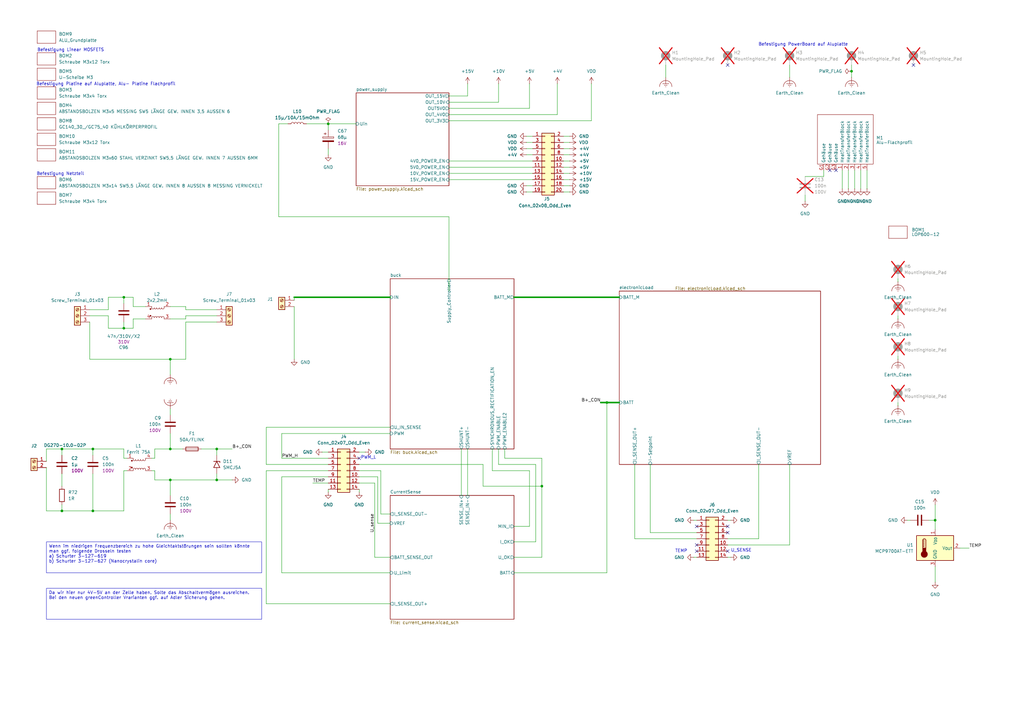
<source format=kicad_sch>
(kicad_sch
	(version 20231120)
	(generator "eeschema")
	(generator_version "8.0")
	(uuid "2162bbef-6768-44bd-9de5-92e503eebcbe")
	(paper "A3")
	(lib_symbols
		(symbol "Connector:Screw_Terminal_01x02"
			(pin_names
				(offset 1.016) hide)
			(exclude_from_sim no)
			(in_bom yes)
			(on_board yes)
			(property "Reference" "J"
				(at 0 2.54 0)
				(effects
					(font
						(size 1.27 1.27)
					)
				)
			)
			(property "Value" "Screw_Terminal_01x02"
				(at 0 -5.08 0)
				(effects
					(font
						(size 1.27 1.27)
					)
				)
			)
			(property "Footprint" ""
				(at 0 0 0)
				(effects
					(font
						(size 1.27 1.27)
					)
					(hide yes)
				)
			)
			(property "Datasheet" "~"
				(at 0 0 0)
				(effects
					(font
						(size 1.27 1.27)
					)
					(hide yes)
				)
			)
			(property "Description" "Generic screw terminal, single row, 01x02, script generated (kicad-library-utils/schlib/autogen/connector/)"
				(at 0 0 0)
				(effects
					(font
						(size 1.27 1.27)
					)
					(hide yes)
				)
			)
			(property "ki_keywords" "screw terminal"
				(at 0 0 0)
				(effects
					(font
						(size 1.27 1.27)
					)
					(hide yes)
				)
			)
			(property "ki_fp_filters" "TerminalBlock*:*"
				(at 0 0 0)
				(effects
					(font
						(size 1.27 1.27)
					)
					(hide yes)
				)
			)
			(symbol "Screw_Terminal_01x02_1_1"
				(rectangle
					(start -1.27 1.27)
					(end 1.27 -3.81)
					(stroke
						(width 0.254)
						(type default)
					)
					(fill
						(type background)
					)
				)
				(circle
					(center 0 -2.54)
					(radius 0.635)
					(stroke
						(width 0.1524)
						(type default)
					)
					(fill
						(type none)
					)
				)
				(polyline
					(pts
						(xy -0.5334 -2.2098) (xy 0.3302 -3.048)
					)
					(stroke
						(width 0.1524)
						(type default)
					)
					(fill
						(type none)
					)
				)
				(polyline
					(pts
						(xy -0.5334 0.3302) (xy 0.3302 -0.508)
					)
					(stroke
						(width 0.1524)
						(type default)
					)
					(fill
						(type none)
					)
				)
				(polyline
					(pts
						(xy -0.3556 -2.032) (xy 0.508 -2.8702)
					)
					(stroke
						(width 0.1524)
						(type default)
					)
					(fill
						(type none)
					)
				)
				(polyline
					(pts
						(xy -0.3556 0.508) (xy 0.508 -0.3302)
					)
					(stroke
						(width 0.1524)
						(type default)
					)
					(fill
						(type none)
					)
				)
				(circle
					(center 0 0)
					(radius 0.635)
					(stroke
						(width 0.1524)
						(type default)
					)
					(fill
						(type none)
					)
				)
				(pin passive line
					(at -5.08 0 0)
					(length 3.81)
					(name "Pin_1"
						(effects
							(font
								(size 1.27 1.27)
							)
						)
					)
					(number "1"
						(effects
							(font
								(size 1.27 1.27)
							)
						)
					)
				)
				(pin passive line
					(at -5.08 -2.54 0)
					(length 3.81)
					(name "Pin_2"
						(effects
							(font
								(size 1.27 1.27)
							)
						)
					)
					(number "2"
						(effects
							(font
								(size 1.27 1.27)
							)
						)
					)
				)
			)
		)
		(symbol "Connector:Screw_Terminal_01x03"
			(pin_names
				(offset 1.016) hide)
			(exclude_from_sim no)
			(in_bom yes)
			(on_board yes)
			(property "Reference" "J"
				(at 0 5.08 0)
				(effects
					(font
						(size 1.27 1.27)
					)
				)
			)
			(property "Value" "Screw_Terminal_01x03"
				(at 0 -5.08 0)
				(effects
					(font
						(size 1.27 1.27)
					)
				)
			)
			(property "Footprint" ""
				(at 0 0 0)
				(effects
					(font
						(size 1.27 1.27)
					)
					(hide yes)
				)
			)
			(property "Datasheet" "~"
				(at 0 0 0)
				(effects
					(font
						(size 1.27 1.27)
					)
					(hide yes)
				)
			)
			(property "Description" "Generic screw terminal, single row, 01x03, script generated (kicad-library-utils/schlib/autogen/connector/)"
				(at 0 0 0)
				(effects
					(font
						(size 1.27 1.27)
					)
					(hide yes)
				)
			)
			(property "ki_keywords" "screw terminal"
				(at 0 0 0)
				(effects
					(font
						(size 1.27 1.27)
					)
					(hide yes)
				)
			)
			(property "ki_fp_filters" "TerminalBlock*:*"
				(at 0 0 0)
				(effects
					(font
						(size 1.27 1.27)
					)
					(hide yes)
				)
			)
			(symbol "Screw_Terminal_01x03_1_1"
				(rectangle
					(start -1.27 3.81)
					(end 1.27 -3.81)
					(stroke
						(width 0.254)
						(type default)
					)
					(fill
						(type background)
					)
				)
				(circle
					(center 0 -2.54)
					(radius 0.635)
					(stroke
						(width 0.1524)
						(type default)
					)
					(fill
						(type none)
					)
				)
				(polyline
					(pts
						(xy -0.5334 -2.2098) (xy 0.3302 -3.048)
					)
					(stroke
						(width 0.1524)
						(type default)
					)
					(fill
						(type none)
					)
				)
				(polyline
					(pts
						(xy -0.5334 0.3302) (xy 0.3302 -0.508)
					)
					(stroke
						(width 0.1524)
						(type default)
					)
					(fill
						(type none)
					)
				)
				(polyline
					(pts
						(xy -0.5334 2.8702) (xy 0.3302 2.032)
					)
					(stroke
						(width 0.1524)
						(type default)
					)
					(fill
						(type none)
					)
				)
				(polyline
					(pts
						(xy -0.3556 -2.032) (xy 0.508 -2.8702)
					)
					(stroke
						(width 0.1524)
						(type default)
					)
					(fill
						(type none)
					)
				)
				(polyline
					(pts
						(xy -0.3556 0.508) (xy 0.508 -0.3302)
					)
					(stroke
						(width 0.1524)
						(type default)
					)
					(fill
						(type none)
					)
				)
				(polyline
					(pts
						(xy -0.3556 3.048) (xy 0.508 2.2098)
					)
					(stroke
						(width 0.1524)
						(type default)
					)
					(fill
						(type none)
					)
				)
				(circle
					(center 0 0)
					(radius 0.635)
					(stroke
						(width 0.1524)
						(type default)
					)
					(fill
						(type none)
					)
				)
				(circle
					(center 0 2.54)
					(radius 0.635)
					(stroke
						(width 0.1524)
						(type default)
					)
					(fill
						(type none)
					)
				)
				(pin passive line
					(at -5.08 2.54 0)
					(length 3.81)
					(name "Pin_1"
						(effects
							(font
								(size 1.27 1.27)
							)
						)
					)
					(number "1"
						(effects
							(font
								(size 1.27 1.27)
							)
						)
					)
				)
				(pin passive line
					(at -5.08 0 0)
					(length 3.81)
					(name "Pin_2"
						(effects
							(font
								(size 1.27 1.27)
							)
						)
					)
					(number "2"
						(effects
							(font
								(size 1.27 1.27)
							)
						)
					)
				)
				(pin passive line
					(at -5.08 -2.54 0)
					(length 3.81)
					(name "Pin_3"
						(effects
							(font
								(size 1.27 1.27)
							)
						)
					)
					(number "3"
						(effects
							(font
								(size 1.27 1.27)
							)
						)
					)
				)
			)
		)
		(symbol "Connector_Generic:Conn_02x07_Odd_Even"
			(pin_names
				(offset 1.016) hide)
			(exclude_from_sim no)
			(in_bom yes)
			(on_board yes)
			(property "Reference" "J"
				(at 1.27 10.16 0)
				(effects
					(font
						(size 1.27 1.27)
					)
				)
			)
			(property "Value" "Conn_02x07_Odd_Even"
				(at 1.27 -10.16 0)
				(effects
					(font
						(size 1.27 1.27)
					)
				)
			)
			(property "Footprint" ""
				(at 0 0 0)
				(effects
					(font
						(size 1.27 1.27)
					)
					(hide yes)
				)
			)
			(property "Datasheet" "~"
				(at 0 0 0)
				(effects
					(font
						(size 1.27 1.27)
					)
					(hide yes)
				)
			)
			(property "Description" "Generic connector, double row, 02x07, odd/even pin numbering scheme (row 1 odd numbers, row 2 even numbers), script generated (kicad-library-utils/schlib/autogen/connector/)"
				(at 0 0 0)
				(effects
					(font
						(size 1.27 1.27)
					)
					(hide yes)
				)
			)
			(property "ki_keywords" "connector"
				(at 0 0 0)
				(effects
					(font
						(size 1.27 1.27)
					)
					(hide yes)
				)
			)
			(property "ki_fp_filters" "Connector*:*_2x??_*"
				(at 0 0 0)
				(effects
					(font
						(size 1.27 1.27)
					)
					(hide yes)
				)
			)
			(symbol "Conn_02x07_Odd_Even_1_1"
				(rectangle
					(start -1.27 -7.493)
					(end 0 -7.747)
					(stroke
						(width 0.1524)
						(type default)
					)
					(fill
						(type none)
					)
				)
				(rectangle
					(start -1.27 -4.953)
					(end 0 -5.207)
					(stroke
						(width 0.1524)
						(type default)
					)
					(fill
						(type none)
					)
				)
				(rectangle
					(start -1.27 -2.413)
					(end 0 -2.667)
					(stroke
						(width 0.1524)
						(type default)
					)
					(fill
						(type none)
					)
				)
				(rectangle
					(start -1.27 0.127)
					(end 0 -0.127)
					(stroke
						(width 0.1524)
						(type default)
					)
					(fill
						(type none)
					)
				)
				(rectangle
					(start -1.27 2.667)
					(end 0 2.413)
					(stroke
						(width 0.1524)
						(type default)
					)
					(fill
						(type none)
					)
				)
				(rectangle
					(start -1.27 5.207)
					(end 0 4.953)
					(stroke
						(width 0.1524)
						(type default)
					)
					(fill
						(type none)
					)
				)
				(rectangle
					(start -1.27 7.747)
					(end 0 7.493)
					(stroke
						(width 0.1524)
						(type default)
					)
					(fill
						(type none)
					)
				)
				(rectangle
					(start -1.27 8.89)
					(end 3.81 -8.89)
					(stroke
						(width 0.254)
						(type default)
					)
					(fill
						(type background)
					)
				)
				(rectangle
					(start 3.81 -7.493)
					(end 2.54 -7.747)
					(stroke
						(width 0.1524)
						(type default)
					)
					(fill
						(type none)
					)
				)
				(rectangle
					(start 3.81 -4.953)
					(end 2.54 -5.207)
					(stroke
						(width 0.1524)
						(type default)
					)
					(fill
						(type none)
					)
				)
				(rectangle
					(start 3.81 -2.413)
					(end 2.54 -2.667)
					(stroke
						(width 0.1524)
						(type default)
					)
					(fill
						(type none)
					)
				)
				(rectangle
					(start 3.81 0.127)
					(end 2.54 -0.127)
					(stroke
						(width 0.1524)
						(type default)
					)
					(fill
						(type none)
					)
				)
				(rectangle
					(start 3.81 2.667)
					(end 2.54 2.413)
					(stroke
						(width 0.1524)
						(type default)
					)
					(fill
						(type none)
					)
				)
				(rectangle
					(start 3.81 5.207)
					(end 2.54 4.953)
					(stroke
						(width 0.1524)
						(type default)
					)
					(fill
						(type none)
					)
				)
				(rectangle
					(start 3.81 7.747)
					(end 2.54 7.493)
					(stroke
						(width 0.1524)
						(type default)
					)
					(fill
						(type none)
					)
				)
				(pin passive line
					(at -5.08 7.62 0)
					(length 3.81)
					(name "Pin_1"
						(effects
							(font
								(size 1.27 1.27)
							)
						)
					)
					(number "1"
						(effects
							(font
								(size 1.27 1.27)
							)
						)
					)
				)
				(pin passive line
					(at 7.62 -2.54 180)
					(length 3.81)
					(name "Pin_10"
						(effects
							(font
								(size 1.27 1.27)
							)
						)
					)
					(number "10"
						(effects
							(font
								(size 1.27 1.27)
							)
						)
					)
				)
				(pin passive line
					(at -5.08 -5.08 0)
					(length 3.81)
					(name "Pin_11"
						(effects
							(font
								(size 1.27 1.27)
							)
						)
					)
					(number "11"
						(effects
							(font
								(size 1.27 1.27)
							)
						)
					)
				)
				(pin passive line
					(at 7.62 -5.08 180)
					(length 3.81)
					(name "Pin_12"
						(effects
							(font
								(size 1.27 1.27)
							)
						)
					)
					(number "12"
						(effects
							(font
								(size 1.27 1.27)
							)
						)
					)
				)
				(pin passive line
					(at -5.08 -7.62 0)
					(length 3.81)
					(name "Pin_13"
						(effects
							(font
								(size 1.27 1.27)
							)
						)
					)
					(number "13"
						(effects
							(font
								(size 1.27 1.27)
							)
						)
					)
				)
				(pin passive line
					(at 7.62 -7.62 180)
					(length 3.81)
					(name "Pin_14"
						(effects
							(font
								(size 1.27 1.27)
							)
						)
					)
					(number "14"
						(effects
							(font
								(size 1.27 1.27)
							)
						)
					)
				)
				(pin passive line
					(at 7.62 7.62 180)
					(length 3.81)
					(name "Pin_2"
						(effects
							(font
								(size 1.27 1.27)
							)
						)
					)
					(number "2"
						(effects
							(font
								(size 1.27 1.27)
							)
						)
					)
				)
				(pin passive line
					(at -5.08 5.08 0)
					(length 3.81)
					(name "Pin_3"
						(effects
							(font
								(size 1.27 1.27)
							)
						)
					)
					(number "3"
						(effects
							(font
								(size 1.27 1.27)
							)
						)
					)
				)
				(pin passive line
					(at 7.62 5.08 180)
					(length 3.81)
					(name "Pin_4"
						(effects
							(font
								(size 1.27 1.27)
							)
						)
					)
					(number "4"
						(effects
							(font
								(size 1.27 1.27)
							)
						)
					)
				)
				(pin passive line
					(at -5.08 2.54 0)
					(length 3.81)
					(name "Pin_5"
						(effects
							(font
								(size 1.27 1.27)
							)
						)
					)
					(number "5"
						(effects
							(font
								(size 1.27 1.27)
							)
						)
					)
				)
				(pin passive line
					(at 7.62 2.54 180)
					(length 3.81)
					(name "Pin_6"
						(effects
							(font
								(size 1.27 1.27)
							)
						)
					)
					(number "6"
						(effects
							(font
								(size 1.27 1.27)
							)
						)
					)
				)
				(pin passive line
					(at -5.08 0 0)
					(length 3.81)
					(name "Pin_7"
						(effects
							(font
								(size 1.27 1.27)
							)
						)
					)
					(number "7"
						(effects
							(font
								(size 1.27 1.27)
							)
						)
					)
				)
				(pin passive line
					(at 7.62 0 180)
					(length 3.81)
					(name "Pin_8"
						(effects
							(font
								(size 1.27 1.27)
							)
						)
					)
					(number "8"
						(effects
							(font
								(size 1.27 1.27)
							)
						)
					)
				)
				(pin passive line
					(at -5.08 -2.54 0)
					(length 3.81)
					(name "Pin_9"
						(effects
							(font
								(size 1.27 1.27)
							)
						)
					)
					(number "9"
						(effects
							(font
								(size 1.27 1.27)
							)
						)
					)
				)
			)
		)
		(symbol "Connector_Generic:Conn_02x10_Odd_Even"
			(pin_names
				(offset 1.016) hide)
			(exclude_from_sim no)
			(in_bom yes)
			(on_board yes)
			(property "Reference" "J"
				(at 1.27 12.7 0)
				(effects
					(font
						(size 1.27 1.27)
					)
				)
			)
			(property "Value" "Conn_02x10_Odd_Even"
				(at 1.27 -15.24 0)
				(effects
					(font
						(size 1.27 1.27)
					)
				)
			)
			(property "Footprint" ""
				(at 0 0 0)
				(effects
					(font
						(size 1.27 1.27)
					)
					(hide yes)
				)
			)
			(property "Datasheet" "~"
				(at 0 0 0)
				(effects
					(font
						(size 1.27 1.27)
					)
					(hide yes)
				)
			)
			(property "Description" "Generic connector, double row, 02x10, odd/even pin numbering scheme (row 1 odd numbers, row 2 even numbers), script generated (kicad-library-utils/schlib/autogen/connector/)"
				(at 0 0 0)
				(effects
					(font
						(size 1.27 1.27)
					)
					(hide yes)
				)
			)
			(property "ki_keywords" "connector"
				(at 0 0 0)
				(effects
					(font
						(size 1.27 1.27)
					)
					(hide yes)
				)
			)
			(property "ki_fp_filters" "Connector*:*_2x??_*"
				(at 0 0 0)
				(effects
					(font
						(size 1.27 1.27)
					)
					(hide yes)
				)
			)
			(symbol "Conn_02x10_Odd_Even_1_1"
				(rectangle
					(start -1.27 -12.573)
					(end 0 -12.827)
					(stroke
						(width 0.1524)
						(type default)
					)
					(fill
						(type none)
					)
				)
				(rectangle
					(start -1.27 -10.033)
					(end 0 -10.287)
					(stroke
						(width 0.1524)
						(type default)
					)
					(fill
						(type none)
					)
				)
				(rectangle
					(start -1.27 -7.493)
					(end 0 -7.747)
					(stroke
						(width 0.1524)
						(type default)
					)
					(fill
						(type none)
					)
				)
				(rectangle
					(start -1.27 -4.953)
					(end 0 -5.207)
					(stroke
						(width 0.1524)
						(type default)
					)
					(fill
						(type none)
					)
				)
				(rectangle
					(start -1.27 -2.413)
					(end 0 -2.667)
					(stroke
						(width 0.1524)
						(type default)
					)
					(fill
						(type none)
					)
				)
				(rectangle
					(start -1.27 0.127)
					(end 0 -0.127)
					(stroke
						(width 0.1524)
						(type default)
					)
					(fill
						(type none)
					)
				)
				(rectangle
					(start -1.27 2.667)
					(end 0 2.413)
					(stroke
						(width 0.1524)
						(type default)
					)
					(fill
						(type none)
					)
				)
				(rectangle
					(start -1.27 5.207)
					(end 0 4.953)
					(stroke
						(width 0.1524)
						(type default)
					)
					(fill
						(type none)
					)
				)
				(rectangle
					(start -1.27 7.747)
					(end 0 7.493)
					(stroke
						(width 0.1524)
						(type default)
					)
					(fill
						(type none)
					)
				)
				(rectangle
					(start -1.27 10.287)
					(end 0 10.033)
					(stroke
						(width 0.1524)
						(type default)
					)
					(fill
						(type none)
					)
				)
				(rectangle
					(start -1.27 11.43)
					(end 3.81 -13.97)
					(stroke
						(width 0.254)
						(type default)
					)
					(fill
						(type background)
					)
				)
				(rectangle
					(start 3.81 -12.573)
					(end 2.54 -12.827)
					(stroke
						(width 0.1524)
						(type default)
					)
					(fill
						(type none)
					)
				)
				(rectangle
					(start 3.81 -10.033)
					(end 2.54 -10.287)
					(stroke
						(width 0.1524)
						(type default)
					)
					(fill
						(type none)
					)
				)
				(rectangle
					(start 3.81 -7.493)
					(end 2.54 -7.747)
					(stroke
						(width 0.1524)
						(type default)
					)
					(fill
						(type none)
					)
				)
				(rectangle
					(start 3.81 -4.953)
					(end 2.54 -5.207)
					(stroke
						(width 0.1524)
						(type default)
					)
					(fill
						(type none)
					)
				)
				(rectangle
					(start 3.81 -2.413)
					(end 2.54 -2.667)
					(stroke
						(width 0.1524)
						(type default)
					)
					(fill
						(type none)
					)
				)
				(rectangle
					(start 3.81 0.127)
					(end 2.54 -0.127)
					(stroke
						(width 0.1524)
						(type default)
					)
					(fill
						(type none)
					)
				)
				(rectangle
					(start 3.81 2.667)
					(end 2.54 2.413)
					(stroke
						(width 0.1524)
						(type default)
					)
					(fill
						(type none)
					)
				)
				(rectangle
					(start 3.81 5.207)
					(end 2.54 4.953)
					(stroke
						(width 0.1524)
						(type default)
					)
					(fill
						(type none)
					)
				)
				(rectangle
					(start 3.81 7.747)
					(end 2.54 7.493)
					(stroke
						(width 0.1524)
						(type default)
					)
					(fill
						(type none)
					)
				)
				(rectangle
					(start 3.81 10.287)
					(end 2.54 10.033)
					(stroke
						(width 0.1524)
						(type default)
					)
					(fill
						(type none)
					)
				)
				(pin passive line
					(at -5.08 10.16 0)
					(length 3.81)
					(name "Pin_1"
						(effects
							(font
								(size 1.27 1.27)
							)
						)
					)
					(number "1"
						(effects
							(font
								(size 1.27 1.27)
							)
						)
					)
				)
				(pin passive line
					(at 7.62 0 180)
					(length 3.81)
					(name "Pin_10"
						(effects
							(font
								(size 1.27 1.27)
							)
						)
					)
					(number "10"
						(effects
							(font
								(size 1.27 1.27)
							)
						)
					)
				)
				(pin passive line
					(at -5.08 -2.54 0)
					(length 3.81)
					(name "Pin_11"
						(effects
							(font
								(size 1.27 1.27)
							)
						)
					)
					(number "11"
						(effects
							(font
								(size 1.27 1.27)
							)
						)
					)
				)
				(pin passive line
					(at 7.62 -2.54 180)
					(length 3.81)
					(name "Pin_12"
						(effects
							(font
								(size 1.27 1.27)
							)
						)
					)
					(number "12"
						(effects
							(font
								(size 1.27 1.27)
							)
						)
					)
				)
				(pin passive line
					(at -5.08 -5.08 0)
					(length 3.81)
					(name "Pin_13"
						(effects
							(font
								(size 1.27 1.27)
							)
						)
					)
					(number "13"
						(effects
							(font
								(size 1.27 1.27)
							)
						)
					)
				)
				(pin passive line
					(at 7.62 -5.08 180)
					(length 3.81)
					(name "Pin_14"
						(effects
							(font
								(size 1.27 1.27)
							)
						)
					)
					(number "14"
						(effects
							(font
								(size 1.27 1.27)
							)
						)
					)
				)
				(pin passive line
					(at -5.08 -7.62 0)
					(length 3.81)
					(name "Pin_15"
						(effects
							(font
								(size 1.27 1.27)
							)
						)
					)
					(number "15"
						(effects
							(font
								(size 1.27 1.27)
							)
						)
					)
				)
				(pin passive line
					(at 7.62 -7.62 180)
					(length 3.81)
					(name "Pin_16"
						(effects
							(font
								(size 1.27 1.27)
							)
						)
					)
					(number "16"
						(effects
							(font
								(size 1.27 1.27)
							)
						)
					)
				)
				(pin passive line
					(at -5.08 -10.16 0)
					(length 3.81)
					(name "Pin_17"
						(effects
							(font
								(size 1.27 1.27)
							)
						)
					)
					(number "17"
						(effects
							(font
								(size 1.27 1.27)
							)
						)
					)
				)
				(pin passive line
					(at 7.62 -10.16 180)
					(length 3.81)
					(name "Pin_18"
						(effects
							(font
								(size 1.27 1.27)
							)
						)
					)
					(number "18"
						(effects
							(font
								(size 1.27 1.27)
							)
						)
					)
				)
				(pin passive line
					(at -5.08 -12.7 0)
					(length 3.81)
					(name "Pin_19"
						(effects
							(font
								(size 1.27 1.27)
							)
						)
					)
					(number "19"
						(effects
							(font
								(size 1.27 1.27)
							)
						)
					)
				)
				(pin passive line
					(at 7.62 10.16 180)
					(length 3.81)
					(name "Pin_2"
						(effects
							(font
								(size 1.27 1.27)
							)
						)
					)
					(number "2"
						(effects
							(font
								(size 1.27 1.27)
							)
						)
					)
				)
				(pin passive line
					(at 7.62 -12.7 180)
					(length 3.81)
					(name "Pin_20"
						(effects
							(font
								(size 1.27 1.27)
							)
						)
					)
					(number "20"
						(effects
							(font
								(size 1.27 1.27)
							)
						)
					)
				)
				(pin passive line
					(at -5.08 7.62 0)
					(length 3.81)
					(name "Pin_3"
						(effects
							(font
								(size 1.27 1.27)
							)
						)
					)
					(number "3"
						(effects
							(font
								(size 1.27 1.27)
							)
						)
					)
				)
				(pin passive line
					(at 7.62 7.62 180)
					(length 3.81)
					(name "Pin_4"
						(effects
							(font
								(size 1.27 1.27)
							)
						)
					)
					(number "4"
						(effects
							(font
								(size 1.27 1.27)
							)
						)
					)
				)
				(pin passive line
					(at -5.08 5.08 0)
					(length 3.81)
					(name "Pin_5"
						(effects
							(font
								(size 1.27 1.27)
							)
						)
					)
					(number "5"
						(effects
							(font
								(size 1.27 1.27)
							)
						)
					)
				)
				(pin passive line
					(at 7.62 5.08 180)
					(length 3.81)
					(name "Pin_6"
						(effects
							(font
								(size 1.27 1.27)
							)
						)
					)
					(number "6"
						(effects
							(font
								(size 1.27 1.27)
							)
						)
					)
				)
				(pin passive line
					(at -5.08 2.54 0)
					(length 3.81)
					(name "Pin_7"
						(effects
							(font
								(size 1.27 1.27)
							)
						)
					)
					(number "7"
						(effects
							(font
								(size 1.27 1.27)
							)
						)
					)
				)
				(pin passive line
					(at 7.62 2.54 180)
					(length 3.81)
					(name "Pin_8"
						(effects
							(font
								(size 1.27 1.27)
							)
						)
					)
					(number "8"
						(effects
							(font
								(size 1.27 1.27)
							)
						)
					)
				)
				(pin passive line
					(at -5.08 0 0)
					(length 3.81)
					(name "Pin_9"
						(effects
							(font
								(size 1.27 1.27)
							)
						)
					)
					(number "9"
						(effects
							(font
								(size 1.27 1.27)
							)
						)
					)
				)
			)
		)
		(symbol "Device:C"
			(pin_numbers hide)
			(pin_names
				(offset 0.254)
			)
			(exclude_from_sim no)
			(in_bom yes)
			(on_board yes)
			(property "Reference" "C"
				(at 0.635 2.54 0)
				(effects
					(font
						(size 1.27 1.27)
					)
					(justify left)
				)
			)
			(property "Value" "C"
				(at 0.635 -2.54 0)
				(effects
					(font
						(size 1.27 1.27)
					)
					(justify left)
				)
			)
			(property "Footprint" ""
				(at 0.9652 -3.81 0)
				(effects
					(font
						(size 1.27 1.27)
					)
					(hide yes)
				)
			)
			(property "Datasheet" "~"
				(at 0 0 0)
				(effects
					(font
						(size 1.27 1.27)
					)
					(hide yes)
				)
			)
			(property "Description" "Unpolarized capacitor"
				(at 0 0 0)
				(effects
					(font
						(size 1.27 1.27)
					)
					(hide yes)
				)
			)
			(property "ki_keywords" "cap capacitor"
				(at 0 0 0)
				(effects
					(font
						(size 1.27 1.27)
					)
					(hide yes)
				)
			)
			(property "ki_fp_filters" "C_*"
				(at 0 0 0)
				(effects
					(font
						(size 1.27 1.27)
					)
					(hide yes)
				)
			)
			(symbol "C_0_1"
				(polyline
					(pts
						(xy -2.032 -0.762) (xy 2.032 -0.762)
					)
					(stroke
						(width 0.508)
						(type default)
					)
					(fill
						(type none)
					)
				)
				(polyline
					(pts
						(xy -2.032 0.762) (xy 2.032 0.762)
					)
					(stroke
						(width 0.508)
						(type default)
					)
					(fill
						(type none)
					)
				)
			)
			(symbol "C_1_1"
				(pin passive line
					(at 0 3.81 270)
					(length 2.794)
					(name "~"
						(effects
							(font
								(size 1.27 1.27)
							)
						)
					)
					(number "1"
						(effects
							(font
								(size 1.27 1.27)
							)
						)
					)
				)
				(pin passive line
					(at 0 -3.81 90)
					(length 2.794)
					(name "~"
						(effects
							(font
								(size 1.27 1.27)
							)
						)
					)
					(number "2"
						(effects
							(font
								(size 1.27 1.27)
							)
						)
					)
				)
			)
		)
		(symbol "Device:C_Polarized"
			(pin_numbers hide)
			(pin_names
				(offset 0.254)
			)
			(exclude_from_sim no)
			(in_bom yes)
			(on_board yes)
			(property "Reference" "C"
				(at 0.635 2.54 0)
				(effects
					(font
						(size 1.27 1.27)
					)
					(justify left)
				)
			)
			(property "Value" "C_Polarized"
				(at 0.635 -2.54 0)
				(effects
					(font
						(size 1.27 1.27)
					)
					(justify left)
				)
			)
			(property "Footprint" ""
				(at 0.9652 -3.81 0)
				(effects
					(font
						(size 1.27 1.27)
					)
					(hide yes)
				)
			)
			(property "Datasheet" "~"
				(at 0 0 0)
				(effects
					(font
						(size 1.27 1.27)
					)
					(hide yes)
				)
			)
			(property "Description" "Polarized capacitor"
				(at 0 0 0)
				(effects
					(font
						(size 1.27 1.27)
					)
					(hide yes)
				)
			)
			(property "ki_keywords" "cap capacitor"
				(at 0 0 0)
				(effects
					(font
						(size 1.27 1.27)
					)
					(hide yes)
				)
			)
			(property "ki_fp_filters" "CP_*"
				(at 0 0 0)
				(effects
					(font
						(size 1.27 1.27)
					)
					(hide yes)
				)
			)
			(symbol "C_Polarized_0_1"
				(rectangle
					(start -2.286 0.508)
					(end 2.286 1.016)
					(stroke
						(width 0)
						(type default)
					)
					(fill
						(type none)
					)
				)
				(polyline
					(pts
						(xy -1.778 2.286) (xy -0.762 2.286)
					)
					(stroke
						(width 0)
						(type default)
					)
					(fill
						(type none)
					)
				)
				(polyline
					(pts
						(xy -1.27 2.794) (xy -1.27 1.778)
					)
					(stroke
						(width 0)
						(type default)
					)
					(fill
						(type none)
					)
				)
				(rectangle
					(start 2.286 -0.508)
					(end -2.286 -1.016)
					(stroke
						(width 0)
						(type default)
					)
					(fill
						(type outline)
					)
				)
			)
			(symbol "C_Polarized_1_1"
				(pin passive line
					(at 0 3.81 270)
					(length 2.794)
					(name "~"
						(effects
							(font
								(size 1.27 1.27)
							)
						)
					)
					(number "1"
						(effects
							(font
								(size 1.27 1.27)
							)
						)
					)
				)
				(pin passive line
					(at 0 -3.81 90)
					(length 2.794)
					(name "~"
						(effects
							(font
								(size 1.27 1.27)
							)
						)
					)
					(number "2"
						(effects
							(font
								(size 1.27 1.27)
							)
						)
					)
				)
			)
		)
		(symbol "Device:Fuse"
			(pin_numbers hide)
			(pin_names
				(offset 0)
			)
			(exclude_from_sim no)
			(in_bom yes)
			(on_board yes)
			(property "Reference" "F"
				(at 2.032 0 90)
				(effects
					(font
						(size 1.27 1.27)
					)
				)
			)
			(property "Value" "Fuse"
				(at -1.905 0 90)
				(effects
					(font
						(size 1.27 1.27)
					)
				)
			)
			(property "Footprint" ""
				(at -1.778 0 90)
				(effects
					(font
						(size 1.27 1.27)
					)
					(hide yes)
				)
			)
			(property "Datasheet" "~"
				(at 0 0 0)
				(effects
					(font
						(size 1.27 1.27)
					)
					(hide yes)
				)
			)
			(property "Description" "Fuse"
				(at 0 0 0)
				(effects
					(font
						(size 1.27 1.27)
					)
					(hide yes)
				)
			)
			(property "ki_keywords" "fuse"
				(at 0 0 0)
				(effects
					(font
						(size 1.27 1.27)
					)
					(hide yes)
				)
			)
			(property "ki_fp_filters" "*Fuse*"
				(at 0 0 0)
				(effects
					(font
						(size 1.27 1.27)
					)
					(hide yes)
				)
			)
			(symbol "Fuse_0_1"
				(rectangle
					(start -0.762 -2.54)
					(end 0.762 2.54)
					(stroke
						(width 0.254)
						(type default)
					)
					(fill
						(type none)
					)
				)
				(polyline
					(pts
						(xy 0 2.54) (xy 0 -2.54)
					)
					(stroke
						(width 0)
						(type default)
					)
					(fill
						(type none)
					)
				)
			)
			(symbol "Fuse_1_1"
				(pin passive line
					(at 0 3.81 270)
					(length 1.27)
					(name "~"
						(effects
							(font
								(size 1.27 1.27)
							)
						)
					)
					(number "1"
						(effects
							(font
								(size 1.27 1.27)
							)
						)
					)
				)
				(pin passive line
					(at 0 -3.81 90)
					(length 1.27)
					(name "~"
						(effects
							(font
								(size 1.27 1.27)
							)
						)
					)
					(number "2"
						(effects
							(font
								(size 1.27 1.27)
							)
						)
					)
				)
			)
		)
		(symbol "Device:L"
			(pin_numbers hide)
			(pin_names
				(offset 1.016) hide)
			(exclude_from_sim no)
			(in_bom yes)
			(on_board yes)
			(property "Reference" "L"
				(at -1.27 0 90)
				(effects
					(font
						(size 1.27 1.27)
					)
				)
			)
			(property "Value" "L"
				(at 1.905 0 90)
				(effects
					(font
						(size 1.27 1.27)
					)
				)
			)
			(property "Footprint" ""
				(at 0 0 0)
				(effects
					(font
						(size 1.27 1.27)
					)
					(hide yes)
				)
			)
			(property "Datasheet" "~"
				(at 0 0 0)
				(effects
					(font
						(size 1.27 1.27)
					)
					(hide yes)
				)
			)
			(property "Description" "Inductor"
				(at 0 0 0)
				(effects
					(font
						(size 1.27 1.27)
					)
					(hide yes)
				)
			)
			(property "ki_keywords" "inductor choke coil reactor magnetic"
				(at 0 0 0)
				(effects
					(font
						(size 1.27 1.27)
					)
					(hide yes)
				)
			)
			(property "ki_fp_filters" "Choke_* *Coil* Inductor_* L_*"
				(at 0 0 0)
				(effects
					(font
						(size 1.27 1.27)
					)
					(hide yes)
				)
			)
			(symbol "L_0_1"
				(arc
					(start 0 -2.54)
					(mid 0.6323 -1.905)
					(end 0 -1.27)
					(stroke
						(width 0)
						(type default)
					)
					(fill
						(type none)
					)
				)
				(arc
					(start 0 -1.27)
					(mid 0.6323 -0.635)
					(end 0 0)
					(stroke
						(width 0)
						(type default)
					)
					(fill
						(type none)
					)
				)
				(arc
					(start 0 0)
					(mid 0.6323 0.635)
					(end 0 1.27)
					(stroke
						(width 0)
						(type default)
					)
					(fill
						(type none)
					)
				)
				(arc
					(start 0 1.27)
					(mid 0.6323 1.905)
					(end 0 2.54)
					(stroke
						(width 0)
						(type default)
					)
					(fill
						(type none)
					)
				)
			)
			(symbol "L_1_1"
				(pin passive line
					(at 0 3.81 270)
					(length 1.27)
					(name "1"
						(effects
							(font
								(size 1.27 1.27)
							)
						)
					)
					(number "1"
						(effects
							(font
								(size 1.27 1.27)
							)
						)
					)
				)
				(pin passive line
					(at 0 -3.81 90)
					(length 1.27)
					(name "2"
						(effects
							(font
								(size 1.27 1.27)
							)
						)
					)
					(number "2"
						(effects
							(font
								(size 1.27 1.27)
							)
						)
					)
				)
			)
		)
		(symbol "Device:L_Coupled_1243"
			(pin_names
				(offset 0.254) hide)
			(exclude_from_sim no)
			(in_bom yes)
			(on_board yes)
			(property "Reference" "L"
				(at 0 4.445 0)
				(effects
					(font
						(size 1.27 1.27)
					)
				)
			)
			(property "Value" "L_Coupled_1243"
				(at 0 -4.445 0)
				(effects
					(font
						(size 1.27 1.27)
					)
				)
			)
			(property "Footprint" ""
				(at 0 0 0)
				(effects
					(font
						(size 1.27 1.27)
					)
					(hide yes)
				)
			)
			(property "Datasheet" "~"
				(at 0 0 0)
				(effects
					(font
						(size 1.27 1.27)
					)
					(hide yes)
				)
			)
			(property "Description" "Coupled inductor"
				(at 0 0 0)
				(effects
					(font
						(size 1.27 1.27)
					)
					(hide yes)
				)
			)
			(property "ki_keywords" "inductor choke coil reactor magnetic coupled"
				(at 0 0 0)
				(effects
					(font
						(size 1.27 1.27)
					)
					(hide yes)
				)
			)
			(property "ki_fp_filters" "Choke_* *Coil* Inductor_* L_*"
				(at 0 0 0)
				(effects
					(font
						(size 1.27 1.27)
					)
					(hide yes)
				)
			)
			(symbol "L_Coupled_1243_0_1"
				(circle
					(center -3.048 -1.27)
					(radius 0.254)
					(stroke
						(width 0)
						(type default)
					)
					(fill
						(type outline)
					)
				)
				(circle
					(center -3.048 1.524)
					(radius 0.254)
					(stroke
						(width 0)
						(type default)
					)
					(fill
						(type outline)
					)
				)
				(arc
					(start -2.54 2.032)
					(mid -2.032 1.5262)
					(end -1.524 2.032)
					(stroke
						(width 0)
						(type default)
					)
					(fill
						(type none)
					)
				)
				(arc
					(start -1.524 -2.032)
					(mid -2.032 -1.5262)
					(end -2.54 -2.032)
					(stroke
						(width 0)
						(type default)
					)
					(fill
						(type none)
					)
				)
				(arc
					(start -1.524 2.032)
					(mid -1.016 1.5262)
					(end -0.508 2.032)
					(stroke
						(width 0)
						(type default)
					)
					(fill
						(type none)
					)
				)
				(arc
					(start -0.508 -2.032)
					(mid -1.016 -1.5262)
					(end -1.524 -2.032)
					(stroke
						(width 0)
						(type default)
					)
					(fill
						(type none)
					)
				)
				(arc
					(start -0.508 2.032)
					(mid 0 1.5262)
					(end 0.508 2.032)
					(stroke
						(width 0)
						(type default)
					)
					(fill
						(type none)
					)
				)
				(polyline
					(pts
						(xy -2.54 -2.032) (xy -2.54 -2.54)
					)
					(stroke
						(width 0)
						(type default)
					)
					(fill
						(type none)
					)
				)
				(polyline
					(pts
						(xy -2.54 2.032) (xy -2.54 2.54)
					)
					(stroke
						(width 0)
						(type default)
					)
					(fill
						(type none)
					)
				)
				(polyline
					(pts
						(xy 2.54 -2.032) (xy 2.54 -2.54)
					)
					(stroke
						(width 0)
						(type default)
					)
					(fill
						(type none)
					)
				)
				(polyline
					(pts
						(xy 2.54 2.54) (xy 2.54 2.032)
					)
					(stroke
						(width 0)
						(type default)
					)
					(fill
						(type none)
					)
				)
				(arc
					(start 0.508 -2.032)
					(mid 0 -1.5262)
					(end -0.508 -2.032)
					(stroke
						(width 0)
						(type default)
					)
					(fill
						(type none)
					)
				)
				(arc
					(start 0.508 2.032)
					(mid 1.016 1.5262)
					(end 1.524 2.032)
					(stroke
						(width 0)
						(type default)
					)
					(fill
						(type none)
					)
				)
				(arc
					(start 1.524 -2.032)
					(mid 1.016 -1.5262)
					(end 0.508 -2.032)
					(stroke
						(width 0)
						(type default)
					)
					(fill
						(type none)
					)
				)
				(arc
					(start 1.524 2.032)
					(mid 2.032 1.5262)
					(end 2.54 2.032)
					(stroke
						(width 0)
						(type default)
					)
					(fill
						(type none)
					)
				)
				(arc
					(start 2.54 -2.032)
					(mid 2.032 -1.5262)
					(end 1.524 -2.032)
					(stroke
						(width 0)
						(type default)
					)
					(fill
						(type none)
					)
				)
			)
			(symbol "L_Coupled_1243_1_1"
				(pin passive line
					(at -5.08 2.54 0)
					(length 2.54)
					(name "1"
						(effects
							(font
								(size 1.27 1.27)
							)
						)
					)
					(number "1"
						(effects
							(font
								(size 1.27 1.27)
							)
						)
					)
				)
				(pin passive line
					(at 5.08 2.54 180)
					(length 2.54)
					(name "2"
						(effects
							(font
								(size 1.27 1.27)
							)
						)
					)
					(number "2"
						(effects
							(font
								(size 1.27 1.27)
							)
						)
					)
				)
				(pin passive line
					(at 5.08 -2.54 180)
					(length 2.54)
					(name "3"
						(effects
							(font
								(size 1.27 1.27)
							)
						)
					)
					(number "3"
						(effects
							(font
								(size 1.27 1.27)
							)
						)
					)
				)
				(pin passive line
					(at -5.08 -2.54 0)
					(length 2.54)
					(name "4"
						(effects
							(font
								(size 1.27 1.27)
							)
						)
					)
					(number "4"
						(effects
							(font
								(size 1.27 1.27)
							)
						)
					)
				)
			)
		)
		(symbol "Device:L_Coupled_1423"
			(pin_names
				(offset 0.254) hide)
			(exclude_from_sim no)
			(in_bom yes)
			(on_board yes)
			(property "Reference" "L"
				(at 0 4.445 0)
				(effects
					(font
						(size 1.27 1.27)
					)
				)
			)
			(property "Value" "L_Coupled_1423"
				(at 0 -4.445 0)
				(effects
					(font
						(size 1.27 1.27)
					)
				)
			)
			(property "Footprint" ""
				(at 0 0 0)
				(effects
					(font
						(size 1.27 1.27)
					)
					(hide yes)
				)
			)
			(property "Datasheet" "~"
				(at 0 0 0)
				(effects
					(font
						(size 1.27 1.27)
					)
					(hide yes)
				)
			)
			(property "Description" "Coupled inductor"
				(at 0 0 0)
				(effects
					(font
						(size 1.27 1.27)
					)
					(hide yes)
				)
			)
			(property "ki_keywords" "inductor choke coil reactor magnetic coupled"
				(at 0 0 0)
				(effects
					(font
						(size 1.27 1.27)
					)
					(hide yes)
				)
			)
			(property "ki_fp_filters" "Choke_* *Coil* Inductor_* L_*"
				(at 0 0 0)
				(effects
					(font
						(size 1.27 1.27)
					)
					(hide yes)
				)
			)
			(symbol "L_Coupled_1423_0_1"
				(circle
					(center -3.048 -1.27)
					(radius 0.254)
					(stroke
						(width 0)
						(type default)
					)
					(fill
						(type outline)
					)
				)
				(circle
					(center -3.048 1.524)
					(radius 0.254)
					(stroke
						(width 0)
						(type default)
					)
					(fill
						(type outline)
					)
				)
				(arc
					(start -2.54 2.032)
					(mid -2.032 1.5262)
					(end -1.524 2.032)
					(stroke
						(width 0)
						(type default)
					)
					(fill
						(type none)
					)
				)
				(arc
					(start -1.524 -2.032)
					(mid -2.032 -1.5262)
					(end -2.54 -2.032)
					(stroke
						(width 0)
						(type default)
					)
					(fill
						(type none)
					)
				)
				(arc
					(start -1.524 2.032)
					(mid -1.016 1.5262)
					(end -0.508 2.032)
					(stroke
						(width 0)
						(type default)
					)
					(fill
						(type none)
					)
				)
				(arc
					(start -0.508 -2.032)
					(mid -1.016 -1.5262)
					(end -1.524 -2.032)
					(stroke
						(width 0)
						(type default)
					)
					(fill
						(type none)
					)
				)
				(arc
					(start -0.508 2.032)
					(mid 0 1.5262)
					(end 0.508 2.032)
					(stroke
						(width 0)
						(type default)
					)
					(fill
						(type none)
					)
				)
				(polyline
					(pts
						(xy -2.54 -2.032) (xy -2.54 -2.54)
					)
					(stroke
						(width 0)
						(type default)
					)
					(fill
						(type none)
					)
				)
				(polyline
					(pts
						(xy -2.54 2.032) (xy -2.54 2.54)
					)
					(stroke
						(width 0)
						(type default)
					)
					(fill
						(type none)
					)
				)
				(polyline
					(pts
						(xy 2.54 -2.032) (xy 2.54 -2.54)
					)
					(stroke
						(width 0)
						(type default)
					)
					(fill
						(type none)
					)
				)
				(polyline
					(pts
						(xy 2.54 2.54) (xy 2.54 2.032)
					)
					(stroke
						(width 0)
						(type default)
					)
					(fill
						(type none)
					)
				)
				(arc
					(start 0.508 -2.032)
					(mid 0 -1.5262)
					(end -0.508 -2.032)
					(stroke
						(width 0)
						(type default)
					)
					(fill
						(type none)
					)
				)
				(arc
					(start 0.508 2.032)
					(mid 1.016 1.5262)
					(end 1.524 2.032)
					(stroke
						(width 0)
						(type default)
					)
					(fill
						(type none)
					)
				)
				(arc
					(start 1.524 -2.032)
					(mid 1.016 -1.5262)
					(end 0.508 -2.032)
					(stroke
						(width 0)
						(type default)
					)
					(fill
						(type none)
					)
				)
				(arc
					(start 1.524 2.032)
					(mid 2.032 1.5262)
					(end 2.54 2.032)
					(stroke
						(width 0)
						(type default)
					)
					(fill
						(type none)
					)
				)
				(arc
					(start 2.54 -2.032)
					(mid 2.032 -1.5262)
					(end 1.524 -2.032)
					(stroke
						(width 0)
						(type default)
					)
					(fill
						(type none)
					)
				)
			)
			(symbol "L_Coupled_1423_1_1"
				(pin passive line
					(at -5.08 2.54 0)
					(length 2.54)
					(name "1"
						(effects
							(font
								(size 1.27 1.27)
							)
						)
					)
					(number "1"
						(effects
							(font
								(size 1.27 1.27)
							)
						)
					)
				)
				(pin passive line
					(at -5.08 -2.54 0)
					(length 2.54)
					(name "2"
						(effects
							(font
								(size 1.27 1.27)
							)
						)
					)
					(number "2"
						(effects
							(font
								(size 1.27 1.27)
							)
						)
					)
				)
				(pin passive line
					(at 5.08 -2.54 180)
					(length 2.54)
					(name "3"
						(effects
							(font
								(size 1.27 1.27)
							)
						)
					)
					(number "3"
						(effects
							(font
								(size 1.27 1.27)
							)
						)
					)
				)
				(pin passive line
					(at 5.08 2.54 180)
					(length 2.54)
					(name "4"
						(effects
							(font
								(size 1.27 1.27)
							)
						)
					)
					(number "4"
						(effects
							(font
								(size 1.27 1.27)
							)
						)
					)
				)
			)
		)
		(symbol "Device:R"
			(pin_numbers hide)
			(pin_names
				(offset 0)
			)
			(exclude_from_sim no)
			(in_bom yes)
			(on_board yes)
			(property "Reference" "R"
				(at 2.032 0 90)
				(effects
					(font
						(size 1.27 1.27)
					)
				)
			)
			(property "Value" "R"
				(at 0 0 90)
				(effects
					(font
						(size 1.27 1.27)
					)
				)
			)
			(property "Footprint" ""
				(at -1.778 0 90)
				(effects
					(font
						(size 1.27 1.27)
					)
					(hide yes)
				)
			)
			(property "Datasheet" "~"
				(at 0 0 0)
				(effects
					(font
						(size 1.27 1.27)
					)
					(hide yes)
				)
			)
			(property "Description" "Resistor"
				(at 0 0 0)
				(effects
					(font
						(size 1.27 1.27)
					)
					(hide yes)
				)
			)
			(property "ki_keywords" "R res resistor"
				(at 0 0 0)
				(effects
					(font
						(size 1.27 1.27)
					)
					(hide yes)
				)
			)
			(property "ki_fp_filters" "R_*"
				(at 0 0 0)
				(effects
					(font
						(size 1.27 1.27)
					)
					(hide yes)
				)
			)
			(symbol "R_0_1"
				(rectangle
					(start -1.016 -2.54)
					(end 1.016 2.54)
					(stroke
						(width 0.254)
						(type default)
					)
					(fill
						(type none)
					)
				)
			)
			(symbol "R_1_1"
				(pin passive line
					(at 0 3.81 270)
					(length 1.27)
					(name "~"
						(effects
							(font
								(size 1.27 1.27)
							)
						)
					)
					(number "1"
						(effects
							(font
								(size 1.27 1.27)
							)
						)
					)
				)
				(pin passive line
					(at 0 -3.81 90)
					(length 1.27)
					(name "~"
						(effects
							(font
								(size 1.27 1.27)
							)
						)
					)
					(number "2"
						(effects
							(font
								(size 1.27 1.27)
							)
						)
					)
				)
			)
		)
		(symbol "Diode:1.5SMCxxA"
			(pin_numbers hide)
			(pin_names
				(offset 1.016) hide)
			(exclude_from_sim no)
			(in_bom yes)
			(on_board yes)
			(property "Reference" "D"
				(at 0 2.54 0)
				(effects
					(font
						(size 1.27 1.27)
					)
				)
			)
			(property "Value" "1.5SMCxxA"
				(at 0 -2.54 0)
				(effects
					(font
						(size 1.27 1.27)
					)
				)
			)
			(property "Footprint" "Diode_SMD:D_SMC"
				(at 0 -5.08 0)
				(effects
					(font
						(size 1.27 1.27)
					)
					(hide yes)
				)
			)
			(property "Datasheet" "https://www.vishay.com/docs/88303/15smc.pdf"
				(at -1.27 0 0)
				(effects
					(font
						(size 1.27 1.27)
					)
					(hide yes)
				)
			)
			(property "Description" "1500W unidirectional TVS diode, SMC (DO-201AB)"
				(at 0 0 0)
				(effects
					(font
						(size 1.27 1.27)
					)
					(hide yes)
				)
			)
			(property "ki_keywords" "transient voltage suppressor TRANSZORB®"
				(at 0 0 0)
				(effects
					(font
						(size 1.27 1.27)
					)
					(hide yes)
				)
			)
			(property "ki_fp_filters" "D?SMC*"
				(at 0 0 0)
				(effects
					(font
						(size 1.27 1.27)
					)
					(hide yes)
				)
			)
			(symbol "1.5SMCxxA_0_1"
				(polyline
					(pts
						(xy -0.762 1.27) (xy -1.27 1.27) (xy -1.27 -1.27)
					)
					(stroke
						(width 0.254)
						(type default)
					)
					(fill
						(type none)
					)
				)
				(polyline
					(pts
						(xy 1.27 1.27) (xy 1.27 -1.27) (xy -1.27 0) (xy 1.27 1.27)
					)
					(stroke
						(width 0.254)
						(type default)
					)
					(fill
						(type none)
					)
				)
			)
			(symbol "1.5SMCxxA_1_1"
				(pin passive line
					(at -3.81 0 0)
					(length 2.54)
					(name "A1"
						(effects
							(font
								(size 1.27 1.27)
							)
						)
					)
					(number "1"
						(effects
							(font
								(size 1.27 1.27)
							)
						)
					)
				)
				(pin passive line
					(at 3.81 0 180)
					(length 2.54)
					(name "A2"
						(effects
							(font
								(size 1.27 1.27)
							)
						)
					)
					(number "2"
						(effects
							(font
								(size 1.27 1.27)
							)
						)
					)
				)
			)
		)
		(symbol "Mechanical:MountingHole_Pad"
			(pin_numbers hide)
			(pin_names
				(offset 1.016) hide)
			(exclude_from_sim yes)
			(in_bom no)
			(on_board yes)
			(property "Reference" "H"
				(at 0 6.35 0)
				(effects
					(font
						(size 1.27 1.27)
					)
				)
			)
			(property "Value" "MountingHole_Pad"
				(at 0 4.445 0)
				(effects
					(font
						(size 1.27 1.27)
					)
				)
			)
			(property "Footprint" ""
				(at 0 0 0)
				(effects
					(font
						(size 1.27 1.27)
					)
					(hide yes)
				)
			)
			(property "Datasheet" "~"
				(at 0 0 0)
				(effects
					(font
						(size 1.27 1.27)
					)
					(hide yes)
				)
			)
			(property "Description" "Mounting Hole with connection"
				(at 0 0 0)
				(effects
					(font
						(size 1.27 1.27)
					)
					(hide yes)
				)
			)
			(property "ki_keywords" "mounting hole"
				(at 0 0 0)
				(effects
					(font
						(size 1.27 1.27)
					)
					(hide yes)
				)
			)
			(property "ki_fp_filters" "MountingHole*Pad*"
				(at 0 0 0)
				(effects
					(font
						(size 1.27 1.27)
					)
					(hide yes)
				)
			)
			(symbol "MountingHole_Pad_0_1"
				(circle
					(center 0 1.27)
					(radius 1.27)
					(stroke
						(width 1.27)
						(type default)
					)
					(fill
						(type none)
					)
				)
			)
			(symbol "MountingHole_Pad_1_1"
				(pin input line
					(at 0 -2.54 90)
					(length 2.54)
					(name "1"
						(effects
							(font
								(size 1.27 1.27)
							)
						)
					)
					(number "1"
						(effects
							(font
								(size 1.27 1.27)
							)
						)
					)
				)
			)
		)
		(symbol "Sensor_Temperature:MCP9700Ax-ETT"
			(exclude_from_sim no)
			(in_bom yes)
			(on_board yes)
			(property "Reference" "U"
				(at -6.35 6.35 0)
				(effects
					(font
						(size 1.27 1.27)
					)
				)
			)
			(property "Value" "MCP9700Ax-ETT"
				(at 1.27 6.35 0)
				(effects
					(font
						(size 1.27 1.27)
					)
					(justify left)
				)
			)
			(property "Footprint" "Package_TO_SOT_SMD:SOT-23"
				(at 0 -10.16 0)
				(effects
					(font
						(size 1.27 1.27)
					)
					(hide yes)
				)
			)
			(property "Datasheet" "http://ww1.microchip.com/downloads/en/devicedoc/20001942g.pdf"
				(at -3.81 6.35 0)
				(effects
					(font
						(size 1.27 1.27)
					)
					(hide yes)
				)
			)
			(property "Description" "Low power, analog thermistor temperature sensor, ±2C accuracy, -40C to +125C, in SOT-23-3"
				(at 0 0 0)
				(effects
					(font
						(size 1.27 1.27)
					)
					(hide yes)
				)
			)
			(property "ki_keywords" "temperature sensor thermistor"
				(at 0 0 0)
				(effects
					(font
						(size 1.27 1.27)
					)
					(hide yes)
				)
			)
			(property "ki_fp_filters" "SOT?23*"
				(at 0 0 0)
				(effects
					(font
						(size 1.27 1.27)
					)
					(hide yes)
				)
			)
			(symbol "MCP9700Ax-ETT_0_1"
				(rectangle
					(start -7.62 5.08)
					(end 7.62 -5.08)
					(stroke
						(width 0.254)
						(type default)
					)
					(fill
						(type background)
					)
				)
				(circle
					(center -4.445 -2.54)
					(radius 1.27)
					(stroke
						(width 0.254)
						(type default)
					)
					(fill
						(type outline)
					)
				)
				(rectangle
					(start -3.81 -1.905)
					(end -5.08 0)
					(stroke
						(width 0.254)
						(type default)
					)
					(fill
						(type outline)
					)
				)
				(arc
					(start -3.81 3.175)
					(mid -4.445 3.8073)
					(end -5.08 3.175)
					(stroke
						(width 0.254)
						(type default)
					)
					(fill
						(type none)
					)
				)
				(polyline
					(pts
						(xy -5.08 0.635) (xy -4.445 0.635)
					)
					(stroke
						(width 0.254)
						(type default)
					)
					(fill
						(type none)
					)
				)
				(polyline
					(pts
						(xy -5.08 1.27) (xy -4.445 1.27)
					)
					(stroke
						(width 0.254)
						(type default)
					)
					(fill
						(type none)
					)
				)
				(polyline
					(pts
						(xy -5.08 1.905) (xy -4.445 1.905)
					)
					(stroke
						(width 0.254)
						(type default)
					)
					(fill
						(type none)
					)
				)
				(polyline
					(pts
						(xy -5.08 2.54) (xy -4.445 2.54)
					)
					(stroke
						(width 0.254)
						(type default)
					)
					(fill
						(type none)
					)
				)
				(polyline
					(pts
						(xy -5.08 3.175) (xy -5.08 0)
					)
					(stroke
						(width 0.254)
						(type default)
					)
					(fill
						(type none)
					)
				)
				(polyline
					(pts
						(xy -5.08 3.175) (xy -4.445 3.175)
					)
					(stroke
						(width 0.254)
						(type default)
					)
					(fill
						(type none)
					)
				)
				(polyline
					(pts
						(xy -3.81 3.175) (xy -3.81 0)
					)
					(stroke
						(width 0.254)
						(type default)
					)
					(fill
						(type none)
					)
				)
			)
			(symbol "MCP9700Ax-ETT_1_1"
				(pin power_in line
					(at 0 7.62 270)
					(length 2.54)
					(name "V_{DD}"
						(effects
							(font
								(size 1.27 1.27)
							)
						)
					)
					(number "1"
						(effects
							(font
								(size 1.27 1.27)
							)
						)
					)
				)
				(pin output line
					(at 10.16 0 180)
					(length 2.54)
					(name "V_{OUT}"
						(effects
							(font
								(size 1.27 1.27)
							)
						)
					)
					(number "2"
						(effects
							(font
								(size 1.27 1.27)
							)
						)
					)
				)
				(pin power_in line
					(at 0 -7.62 90)
					(length 2.54)
					(name "GND"
						(effects
							(font
								(size 1.27 1.27)
							)
						)
					)
					(number "3"
						(effects
							(font
								(size 1.27 1.27)
							)
						)
					)
				)
			)
		)
		(symbol "myBOM_Part:BOM-Part"
			(pin_numbers hide)
			(pin_names
				(offset 0) hide)
			(exclude_from_sim no)
			(in_bom yes)
			(on_board no)
			(property "Reference" "BOM"
				(at 0 0 0)
				(effects
					(font
						(size 1.27 1.27)
					)
				)
			)
			(property "Value" ""
				(at 0 0 0)
				(effects
					(font
						(size 1.27 1.27)
					)
				)
			)
			(property "Footprint" "myDummy:BOM-Dummy"
				(at 0 0 0)
				(effects
					(font
						(size 1.27 1.27)
					)
					(hide yes)
				)
			)
			(property "Datasheet" ""
				(at 0 0 0)
				(effects
					(font
						(size 1.27 1.27)
					)
					(hide yes)
				)
			)
			(property "Description" ""
				(at 0 0 0)
				(effects
					(font
						(size 1.27 1.27)
					)
					(hide yes)
				)
			)
			(symbol "BOM-Part_0_1"
				(rectangle
					(start -3.81 2.54)
					(end 3.81 -2.54)
					(stroke
						(width 0)
						(type default)
					)
					(fill
						(type none)
					)
				)
			)
		)
		(symbol "myHeatsink:gcHeattransferBlock"
			(exclude_from_sim no)
			(in_bom yes)
			(on_board yes)
			(property "Reference" "M"
				(at 1.778 21.59 0)
				(effects
					(font
						(size 1.27 1.27)
					)
				)
			)
			(property "Value" ""
				(at 15.24 10.16 0)
				(effects
					(font
						(size 1.27 1.27)
					)
				)
			)
			(property "Footprint" ""
				(at 15.24 10.16 0)
				(effects
					(font
						(size 1.27 1.27)
					)
					(hide yes)
				)
			)
			(property "Datasheet" ""
				(at 15.24 10.16 0)
				(effects
					(font
						(size 1.27 1.27)
					)
					(hide yes)
				)
			)
			(property "Description" ""
				(at 15.24 10.16 0)
				(effects
					(font
						(size 1.27 1.27)
					)
					(hide yes)
				)
			)
			(symbol "gcHeattransferBlock_0_1"
				(rectangle
					(start 0 20.32)
					(end 22.86 0)
					(stroke
						(width 0)
						(type default)
					)
					(fill
						(type none)
					)
				)
			)
			(symbol "gcHeattransferBlock_1_1"
				(pin input line
					(at 10.16 -2.54 90)
					(length 2.54)
					(name "HeatTransferBlock"
						(effects
							(font
								(size 1.27 1.27)
							)
						)
					)
					(number "1"
						(effects
							(font
								(size 1.27 1.27)
							)
						)
					)
				)
				(pin input line
					(at 12.7 -2.54 90)
					(length 2.54)
					(name "HeatTransferBlock"
						(effects
							(font
								(size 1.27 1.27)
							)
						)
					)
					(number "2"
						(effects
							(font
								(size 1.27 1.27)
							)
						)
					)
				)
				(pin input line
					(at 15.24 -2.54 90)
					(length 2.54)
					(name "HeatTransferBlock"
						(effects
							(font
								(size 1.27 1.27)
							)
						)
					)
					(number "3"
						(effects
							(font
								(size 1.27 1.27)
							)
						)
					)
				)
				(pin input line
					(at 17.78 -2.54 90)
					(length 2.54)
					(name "HeatTransferBlock"
						(effects
							(font
								(size 1.27 1.27)
							)
						)
					)
					(number "4"
						(effects
							(font
								(size 1.27 1.27)
							)
						)
					)
				)
				(pin input line
					(at 20.32 -2.54 90)
					(length 2.54)
					(name "HeatTransferBlock"
						(effects
							(font
								(size 1.27 1.27)
							)
						)
					)
					(number "5"
						(effects
							(font
								(size 1.27 1.27)
							)
						)
					)
				)
				(pin input line
					(at 2.54 -2.54 90)
					(length 2.54)
					(name "Gehäuse"
						(effects
							(font
								(size 1.27 1.27)
							)
						)
					)
					(number "G1"
						(effects
							(font
								(size 1.27 1.27)
							)
						)
					)
				)
				(pin input line
					(at 5.08 -2.54 90)
					(length 2.54)
					(name "Gehäuse"
						(effects
							(font
								(size 1.27 1.27)
							)
						)
					)
					(number "G2"
						(effects
							(font
								(size 1.27 1.27)
							)
						)
					)
				)
				(pin input line
					(at 7.62 -2.54 90)
					(length 2.54)
					(name "Gehäuse"
						(effects
							(font
								(size 1.27 1.27)
							)
						)
					)
					(number "G3"
						(effects
							(font
								(size 1.27 1.27)
							)
						)
					)
				)
			)
		)
		(symbol "power:+10V"
			(power)
			(pin_numbers hide)
			(pin_names
				(offset 0) hide)
			(exclude_from_sim no)
			(in_bom yes)
			(on_board yes)
			(property "Reference" "#PWR"
				(at 0 -3.81 0)
				(effects
					(font
						(size 1.27 1.27)
					)
					(hide yes)
				)
			)
			(property "Value" "+10V"
				(at 0 3.556 0)
				(effects
					(font
						(size 1.27 1.27)
					)
				)
			)
			(property "Footprint" ""
				(at 0 0 0)
				(effects
					(font
						(size 1.27 1.27)
					)
					(hide yes)
				)
			)
			(property "Datasheet" ""
				(at 0 0 0)
				(effects
					(font
						(size 1.27 1.27)
					)
					(hide yes)
				)
			)
			(property "Description" "Power symbol creates a global label with name \"+10V\""
				(at 0 0 0)
				(effects
					(font
						(size 1.27 1.27)
					)
					(hide yes)
				)
			)
			(property "ki_keywords" "global power"
				(at 0 0 0)
				(effects
					(font
						(size 1.27 1.27)
					)
					(hide yes)
				)
			)
			(symbol "+10V_0_1"
				(polyline
					(pts
						(xy -0.762 1.27) (xy 0 2.54)
					)
					(stroke
						(width 0)
						(type default)
					)
					(fill
						(type none)
					)
				)
				(polyline
					(pts
						(xy 0 0) (xy 0 2.54)
					)
					(stroke
						(width 0)
						(type default)
					)
					(fill
						(type none)
					)
				)
				(polyline
					(pts
						(xy 0 2.54) (xy 0.762 1.27)
					)
					(stroke
						(width 0)
						(type default)
					)
					(fill
						(type none)
					)
				)
			)
			(symbol "+10V_1_1"
				(pin power_in line
					(at 0 0 90)
					(length 0)
					(name "~"
						(effects
							(font
								(size 1.27 1.27)
							)
						)
					)
					(number "1"
						(effects
							(font
								(size 1.27 1.27)
							)
						)
					)
				)
			)
		)
		(symbol "power:+15V"
			(power)
			(pin_numbers hide)
			(pin_names
				(offset 0) hide)
			(exclude_from_sim no)
			(in_bom yes)
			(on_board yes)
			(property "Reference" "#PWR"
				(at 0 -3.81 0)
				(effects
					(font
						(size 1.27 1.27)
					)
					(hide yes)
				)
			)
			(property "Value" "+15V"
				(at 0 3.556 0)
				(effects
					(font
						(size 1.27 1.27)
					)
				)
			)
			(property "Footprint" ""
				(at 0 0 0)
				(effects
					(font
						(size 1.27 1.27)
					)
					(hide yes)
				)
			)
			(property "Datasheet" ""
				(at 0 0 0)
				(effects
					(font
						(size 1.27 1.27)
					)
					(hide yes)
				)
			)
			(property "Description" "Power symbol creates a global label with name \"+15V\""
				(at 0 0 0)
				(effects
					(font
						(size 1.27 1.27)
					)
					(hide yes)
				)
			)
			(property "ki_keywords" "global power"
				(at 0 0 0)
				(effects
					(font
						(size 1.27 1.27)
					)
					(hide yes)
				)
			)
			(symbol "+15V_0_1"
				(polyline
					(pts
						(xy -0.762 1.27) (xy 0 2.54)
					)
					(stroke
						(width 0)
						(type default)
					)
					(fill
						(type none)
					)
				)
				(polyline
					(pts
						(xy 0 0) (xy 0 2.54)
					)
					(stroke
						(width 0)
						(type default)
					)
					(fill
						(type none)
					)
				)
				(polyline
					(pts
						(xy 0 2.54) (xy 0.762 1.27)
					)
					(stroke
						(width 0)
						(type default)
					)
					(fill
						(type none)
					)
				)
			)
			(symbol "+15V_1_1"
				(pin power_in line
					(at 0 0 90)
					(length 0)
					(name "~"
						(effects
							(font
								(size 1.27 1.27)
							)
						)
					)
					(number "1"
						(effects
							(font
								(size 1.27 1.27)
							)
						)
					)
				)
			)
		)
		(symbol "power:+4V"
			(power)
			(pin_numbers hide)
			(pin_names
				(offset 0) hide)
			(exclude_from_sim no)
			(in_bom yes)
			(on_board yes)
			(property "Reference" "#PWR"
				(at 0 -3.81 0)
				(effects
					(font
						(size 1.27 1.27)
					)
					(hide yes)
				)
			)
			(property "Value" "+4V"
				(at 0 3.556 0)
				(effects
					(font
						(size 1.27 1.27)
					)
				)
			)
			(property "Footprint" ""
				(at 0 0 0)
				(effects
					(font
						(size 1.27 1.27)
					)
					(hide yes)
				)
			)
			(property "Datasheet" ""
				(at 0 0 0)
				(effects
					(font
						(size 1.27 1.27)
					)
					(hide yes)
				)
			)
			(property "Description" "Power symbol creates a global label with name \"+4V\""
				(at 0 0 0)
				(effects
					(font
						(size 1.27 1.27)
					)
					(hide yes)
				)
			)
			(property "ki_keywords" "global power"
				(at 0 0 0)
				(effects
					(font
						(size 1.27 1.27)
					)
					(hide yes)
				)
			)
			(symbol "+4V_0_1"
				(polyline
					(pts
						(xy -0.762 1.27) (xy 0 2.54)
					)
					(stroke
						(width 0)
						(type default)
					)
					(fill
						(type none)
					)
				)
				(polyline
					(pts
						(xy 0 0) (xy 0 2.54)
					)
					(stroke
						(width 0)
						(type default)
					)
					(fill
						(type none)
					)
				)
				(polyline
					(pts
						(xy 0 2.54) (xy 0.762 1.27)
					)
					(stroke
						(width 0)
						(type default)
					)
					(fill
						(type none)
					)
				)
			)
			(symbol "+4V_1_1"
				(pin power_in line
					(at 0 0 90)
					(length 0)
					(name "~"
						(effects
							(font
								(size 1.27 1.27)
							)
						)
					)
					(number "1"
						(effects
							(font
								(size 1.27 1.27)
							)
						)
					)
				)
			)
		)
		(symbol "power:+5V"
			(power)
			(pin_numbers hide)
			(pin_names
				(offset 0) hide)
			(exclude_from_sim no)
			(in_bom yes)
			(on_board yes)
			(property "Reference" "#PWR"
				(at 0 -3.81 0)
				(effects
					(font
						(size 1.27 1.27)
					)
					(hide yes)
				)
			)
			(property "Value" "+5V"
				(at 0 3.556 0)
				(effects
					(font
						(size 1.27 1.27)
					)
				)
			)
			(property "Footprint" ""
				(at 0 0 0)
				(effects
					(font
						(size 1.27 1.27)
					)
					(hide yes)
				)
			)
			(property "Datasheet" ""
				(at 0 0 0)
				(effects
					(font
						(size 1.27 1.27)
					)
					(hide yes)
				)
			)
			(property "Description" "Power symbol creates a global label with name \"+5V\""
				(at 0 0 0)
				(effects
					(font
						(size 1.27 1.27)
					)
					(hide yes)
				)
			)
			(property "ki_keywords" "global power"
				(at 0 0 0)
				(effects
					(font
						(size 1.27 1.27)
					)
					(hide yes)
				)
			)
			(symbol "+5V_0_1"
				(polyline
					(pts
						(xy -0.762 1.27) (xy 0 2.54)
					)
					(stroke
						(width 0)
						(type default)
					)
					(fill
						(type none)
					)
				)
				(polyline
					(pts
						(xy 0 0) (xy 0 2.54)
					)
					(stroke
						(width 0)
						(type default)
					)
					(fill
						(type none)
					)
				)
				(polyline
					(pts
						(xy 0 2.54) (xy 0.762 1.27)
					)
					(stroke
						(width 0)
						(type default)
					)
					(fill
						(type none)
					)
				)
			)
			(symbol "+5V_1_1"
				(pin power_in line
					(at 0 0 90)
					(length 0)
					(name "~"
						(effects
							(font
								(size 1.27 1.27)
							)
						)
					)
					(number "1"
						(effects
							(font
								(size 1.27 1.27)
							)
						)
					)
				)
			)
		)
		(symbol "power:Earth_Clean"
			(power)
			(pin_numbers hide)
			(pin_names
				(offset 0) hide)
			(exclude_from_sim no)
			(in_bom yes)
			(on_board yes)
			(property "Reference" "#PWR"
				(at 0 -7.62 0)
				(effects
					(font
						(size 1.27 1.27)
					)
					(hide yes)
				)
			)
			(property "Value" "Earth_Clean"
				(at 0 -5.08 0)
				(effects
					(font
						(size 1.27 1.27)
					)
				)
			)
			(property "Footprint" ""
				(at 0 -1.27 0)
				(effects
					(font
						(size 1.27 1.27)
					)
					(hide yes)
				)
			)
			(property "Datasheet" "~"
				(at 0 -1.27 0)
				(effects
					(font
						(size 1.27 1.27)
					)
					(hide yes)
				)
			)
			(property "Description" "Power symbol creates a global label with name \"Earth_Clean\""
				(at 0 0 0)
				(effects
					(font
						(size 1.27 1.27)
					)
					(hide yes)
				)
			)
			(property "ki_keywords" "global ground gnd clean signal"
				(at 0 0 0)
				(effects
					(font
						(size 1.27 1.27)
					)
					(hide yes)
				)
			)
			(symbol "Earth_Clean_0_1"
				(polyline
					(pts
						(xy -0.635 -3.175) (xy 0.635 -3.175)
					)
					(stroke
						(width 0)
						(type default)
					)
					(fill
						(type none)
					)
				)
				(polyline
					(pts
						(xy -0.127 -3.81) (xy 0.127 -3.81)
					)
					(stroke
						(width 0)
						(type default)
					)
					(fill
						(type none)
					)
				)
				(polyline
					(pts
						(xy 0 -2.54) (xy 0 0)
					)
					(stroke
						(width 0)
						(type default)
					)
					(fill
						(type none)
					)
				)
				(polyline
					(pts
						(xy 1.27 -2.54) (xy -1.27 -2.54)
					)
					(stroke
						(width 0)
						(type default)
					)
					(fill
						(type none)
					)
				)
				(arc
					(start 2.54 -3.81)
					(mid 0 -1.281)
					(end -2.54 -3.81)
					(stroke
						(width 0)
						(type default)
					)
					(fill
						(type none)
					)
				)
			)
			(symbol "Earth_Clean_1_1"
				(pin power_in line
					(at 0 0 270)
					(length 0)
					(name "~"
						(effects
							(font
								(size 1.27 1.27)
							)
						)
					)
					(number "1"
						(effects
							(font
								(size 1.27 1.27)
							)
						)
					)
				)
			)
		)
		(symbol "power:GND"
			(power)
			(pin_numbers hide)
			(pin_names
				(offset 0) hide)
			(exclude_from_sim no)
			(in_bom yes)
			(on_board yes)
			(property "Reference" "#PWR"
				(at 0 -6.35 0)
				(effects
					(font
						(size 1.27 1.27)
					)
					(hide yes)
				)
			)
			(property "Value" "GND"
				(at 0 -3.81 0)
				(effects
					(font
						(size 1.27 1.27)
					)
				)
			)
			(property "Footprint" ""
				(at 0 0 0)
				(effects
					(font
						(size 1.27 1.27)
					)
					(hide yes)
				)
			)
			(property "Datasheet" ""
				(at 0 0 0)
				(effects
					(font
						(size 1.27 1.27)
					)
					(hide yes)
				)
			)
			(property "Description" "Power symbol creates a global label with name \"GND\" , ground"
				(at 0 0 0)
				(effects
					(font
						(size 1.27 1.27)
					)
					(hide yes)
				)
			)
			(property "ki_keywords" "global power"
				(at 0 0 0)
				(effects
					(font
						(size 1.27 1.27)
					)
					(hide yes)
				)
			)
			(symbol "GND_0_1"
				(polyline
					(pts
						(xy 0 0) (xy 0 -1.27) (xy 1.27 -1.27) (xy 0 -2.54) (xy -1.27 -1.27) (xy 0 -1.27)
					)
					(stroke
						(width 0)
						(type default)
					)
					(fill
						(type none)
					)
				)
			)
			(symbol "GND_1_1"
				(pin power_in line
					(at 0 0 270)
					(length 0)
					(name "~"
						(effects
							(font
								(size 1.27 1.27)
							)
						)
					)
					(number "1"
						(effects
							(font
								(size 1.27 1.27)
							)
						)
					)
				)
			)
		)
		(symbol "power:PWR_FLAG"
			(power)
			(pin_numbers hide)
			(pin_names
				(offset 0) hide)
			(exclude_from_sim no)
			(in_bom yes)
			(on_board yes)
			(property "Reference" "#FLG"
				(at 0 1.905 0)
				(effects
					(font
						(size 1.27 1.27)
					)
					(hide yes)
				)
			)
			(property "Value" "PWR_FLAG"
				(at 0 3.81 0)
				(effects
					(font
						(size 1.27 1.27)
					)
				)
			)
			(property "Footprint" ""
				(at 0 0 0)
				(effects
					(font
						(size 1.27 1.27)
					)
					(hide yes)
				)
			)
			(property "Datasheet" "~"
				(at 0 0 0)
				(effects
					(font
						(size 1.27 1.27)
					)
					(hide yes)
				)
			)
			(property "Description" "Special symbol for telling ERC where power comes from"
				(at 0 0 0)
				(effects
					(font
						(size 1.27 1.27)
					)
					(hide yes)
				)
			)
			(property "ki_keywords" "flag power"
				(at 0 0 0)
				(effects
					(font
						(size 1.27 1.27)
					)
					(hide yes)
				)
			)
			(symbol "PWR_FLAG_0_0"
				(pin power_out line
					(at 0 0 90)
					(length 0)
					(name "~"
						(effects
							(font
								(size 1.27 1.27)
							)
						)
					)
					(number "1"
						(effects
							(font
								(size 1.27 1.27)
							)
						)
					)
				)
			)
			(symbol "PWR_FLAG_0_1"
				(polyline
					(pts
						(xy 0 0) (xy 0 1.27) (xy -1.016 1.905) (xy 0 2.54) (xy 1.016 1.905) (xy 0 1.27)
					)
					(stroke
						(width 0)
						(type default)
					)
					(fill
						(type none)
					)
				)
			)
		)
		(symbol "power:VDD"
			(power)
			(pin_numbers hide)
			(pin_names
				(offset 0) hide)
			(exclude_from_sim no)
			(in_bom yes)
			(on_board yes)
			(property "Reference" "#PWR"
				(at 0 -3.81 0)
				(effects
					(font
						(size 1.27 1.27)
					)
					(hide yes)
				)
			)
			(property "Value" "VDD"
				(at 0 3.556 0)
				(effects
					(font
						(size 1.27 1.27)
					)
				)
			)
			(property "Footprint" ""
				(at 0 0 0)
				(effects
					(font
						(size 1.27 1.27)
					)
					(hide yes)
				)
			)
			(property "Datasheet" ""
				(at 0 0 0)
				(effects
					(font
						(size 1.27 1.27)
					)
					(hide yes)
				)
			)
			(property "Description" "Power symbol creates a global label with name \"VDD\""
				(at 0 0 0)
				(effects
					(font
						(size 1.27 1.27)
					)
					(hide yes)
				)
			)
			(property "ki_keywords" "global power"
				(at 0 0 0)
				(effects
					(font
						(size 1.27 1.27)
					)
					(hide yes)
				)
			)
			(symbol "VDD_0_1"
				(polyline
					(pts
						(xy -0.762 1.27) (xy 0 2.54)
					)
					(stroke
						(width 0)
						(type default)
					)
					(fill
						(type none)
					)
				)
				(polyline
					(pts
						(xy 0 0) (xy 0 2.54)
					)
					(stroke
						(width 0)
						(type default)
					)
					(fill
						(type none)
					)
				)
				(polyline
					(pts
						(xy 0 2.54) (xy 0.762 1.27)
					)
					(stroke
						(width 0)
						(type default)
					)
					(fill
						(type none)
					)
				)
			)
			(symbol "VDD_1_1"
				(pin power_in line
					(at 0 0 90)
					(length 0)
					(name "~"
						(effects
							(font
								(size 1.27 1.27)
							)
						)
					)
					(number "1"
						(effects
							(font
								(size 1.27 1.27)
							)
						)
					)
				)
			)
		)
	)
	(junction
		(at 248.92 165.1)
		(diameter 0)
		(color 0 0 0 0)
		(uuid "02118396-f359-4000-b446-98b81333b86a")
	)
	(junction
		(at 38.1 209.55)
		(diameter 0)
		(color 0 0 0 0)
		(uuid "09a94f61-09e9-48c4-ba9b-9003e3bd0b49")
	)
	(junction
		(at 88.9 184.15)
		(diameter 0)
		(color 0 0 0 0)
		(uuid "0fae1c42-2368-4f6c-8c27-7e3ae09075fd")
	)
	(junction
		(at 38.1 184.15)
		(diameter 0)
		(color 0 0 0 0)
		(uuid "14fc4770-362a-403d-bc17-341af9ab8806")
	)
	(junction
		(at 349.25 29.21)
		(diameter 0)
		(color 0 0 0 0)
		(uuid "20ca603e-af46-45a2-b3d9-00460aec5d0f")
	)
	(junction
		(at 69.85 184.15)
		(diameter 0)
		(color 0 0 0 0)
		(uuid "312b7556-16a0-4fce-8a23-f1b0335dabe3")
	)
	(junction
		(at 25.4 209.55)
		(diameter 0)
		(color 0 0 0 0)
		(uuid "41ae8f3b-cd4d-41f4-9022-0e50f5610faa")
	)
	(junction
		(at 222.25 199.39)
		(diameter 0)
		(color 0 0 0 0)
		(uuid "43e6be31-2fe7-4c64-85bd-fa7453a384cc")
	)
	(junction
		(at 50.8 121.92)
		(diameter 0)
		(color 0 0 0 0)
		(uuid "461f08da-3272-41da-a973-2c2bb06dc1d8")
	)
	(junction
		(at 134.62 50.8)
		(diameter 0)
		(color 0 0 0 0)
		(uuid "631da45a-265e-42df-b349-6cffece16530")
	)
	(junction
		(at 383.54 213.36)
		(diameter 0)
		(color 0 0 0 0)
		(uuid "745c6b09-3bb6-4968-9d1f-d6b3a4636a81")
	)
	(junction
		(at 50.8 134.62)
		(diameter 0)
		(color 0 0 0 0)
		(uuid "79a60fbd-6cf0-45ec-a332-f957402b6212")
	)
	(junction
		(at 69.85 196.85)
		(diameter 0)
		(color 0 0 0 0)
		(uuid "8b47b22a-5585-4b69-bd42-deb627cf0c07")
	)
	(junction
		(at 69.85 147.32)
		(diameter 0)
		(color 0 0 0 0)
		(uuid "93d32915-ae35-4d33-b6d8-551fcb187310")
	)
	(junction
		(at 88.9 196.85)
		(diameter 0)
		(color 0 0 0 0)
		(uuid "e8a6593e-6f5f-4cd7-a452-59f64408a3eb")
	)
	(junction
		(at 25.4 184.15)
		(diameter 0)
		(color 0 0 0 0)
		(uuid "f0d40984-3c0b-4fed-a96c-f85bde635c93")
	)
	(no_connect
		(at 298.45 226.06)
		(uuid "0da7e42d-8d5f-4538-b5bc-5fd390aed6a2")
	)
	(no_connect
		(at 285.75 223.52)
		(uuid "127e499e-69e7-4355-8f37-e66f9f10d52d")
	)
	(no_connect
		(at 285.75 215.9)
		(uuid "23c3df5d-8be5-411d-9918-db6ee2351732")
	)
	(no_connect
		(at 298.45 215.9)
		(uuid "4954050f-85b7-4a8e-ad4b-a5d26e8c49f9")
	)
	(no_connect
		(at 342.9 69.85)
		(uuid "49e7b27b-4965-4afb-ae2f-fd8b00fe90ac")
	)
	(no_connect
		(at 340.36 69.85)
		(uuid "721a2b9a-a16e-4e6c-b720-08046d777fdd")
	)
	(no_connect
		(at 298.45 218.44)
		(uuid "8600bf01-c4b9-4c2a-944d-f175c437073a")
	)
	(no_connect
		(at 298.45 26.67)
		(uuid "a61fe59a-a8f3-4550-bf55-5687887071ed")
	)
	(no_connect
		(at 374.65 26.67)
		(uuid "a85807cb-e3b9-4f30-b574-ecd7b8d3803c")
	)
	(no_connect
		(at 285.75 226.06)
		(uuid "b4ac497d-a826-46cd-90d2-a57c924d0f98")
	)
	(no_connect
		(at 147.32 187.96)
		(uuid "fbabf8c0-075a-4cd6-9dc3-3299eb67a34d")
	)
	(wire
		(pts
			(xy 215.9 63.5) (xy 218.44 63.5)
		)
		(stroke
			(width 0)
			(type default)
		)
		(uuid "003cf24c-a632-457f-8486-57866be5598a")
	)
	(wire
		(pts
			(xy 184.15 88.9) (xy 184.15 119.38)
		)
		(stroke
			(width 0)
			(type default)
		)
		(uuid "00a8a437-4e93-4e8d-aa96-8edf3bbc167b")
	)
	(wire
		(pts
			(xy 273.05 26.67) (xy 273.05 31.75)
		)
		(stroke
			(width 0)
			(type default)
		)
		(uuid "0526f747-8a63-4dc8-a639-048d56274e36")
	)
	(wire
		(pts
			(xy 25.4 194.31) (xy 25.4 199.39)
		)
		(stroke
			(width 0)
			(type default)
		)
		(uuid "05f8e91a-048d-475d-8f96-b3b2c579334f")
	)
	(wire
		(pts
			(xy 54.61 130.81) (xy 59.69 130.81)
		)
		(stroke
			(width 0)
			(type default)
		)
		(uuid "0686cfac-1022-41d8-9f0c-ebae3ae241cb")
	)
	(wire
		(pts
			(xy 210.82 234.95) (xy 248.92 234.95)
		)
		(stroke
			(width 0)
			(type default)
		)
		(uuid "075836e8-56a6-439f-a756-c91ae1ad3659")
	)
	(wire
		(pts
			(xy 69.85 177.8) (xy 69.85 184.15)
		)
		(stroke
			(width 0)
			(type default)
		)
		(uuid "08d42130-fcde-4915-b8b7-ef0c73f771ff")
	)
	(wire
		(pts
			(xy 19.05 191.77) (xy 19.05 209.55)
		)
		(stroke
			(width 0)
			(type default)
		)
		(uuid "099b1648-3cde-47fb-ad5b-207635fc23dc")
	)
	(wire
		(pts
			(xy 217.17 44.45) (xy 217.17 34.29)
		)
		(stroke
			(width 0)
			(type default)
		)
		(uuid "0acaee3b-28e7-4e5c-8b4f-df606aca1210")
	)
	(wire
		(pts
			(xy 54.61 121.92) (xy 54.61 125.73)
		)
		(stroke
			(width 0)
			(type default)
		)
		(uuid "0ad6fce9-1a91-4651-8a7e-de667076720c")
	)
	(wire
		(pts
			(xy 184.15 41.91) (xy 204.47 41.91)
		)
		(stroke
			(width 0)
			(type default)
		)
		(uuid "0b2abd42-9b6d-4410-934e-0ec5ba11f17e")
	)
	(wire
		(pts
			(xy 134.62 60.96) (xy 134.62 63.5)
		)
		(stroke
			(width 0)
			(type default)
		)
		(uuid "0e9a95cb-e90e-4731-b48a-d591da06cba6")
	)
	(wire
		(pts
			(xy 383.54 213.36) (xy 383.54 217.17)
		)
		(stroke
			(width 0)
			(type default)
		)
		(uuid "0fc1e382-d2ae-48b0-9829-7bf1737270f8")
	)
	(wire
		(pts
			(xy 184.15 71.12) (xy 218.44 71.12)
		)
		(stroke
			(width 0)
			(type default)
		)
		(uuid "10538886-86e2-40a0-9a64-1d96db8667e2")
	)
	(wire
		(pts
			(xy 25.4 207.01) (xy 25.4 209.55)
		)
		(stroke
			(width 0)
			(type default)
		)
		(uuid "1094a2f7-87d4-4c51-b9e0-ae910593894b")
	)
	(wire
		(pts
			(xy 38.1 184.15) (xy 25.4 184.15)
		)
		(stroke
			(width 0)
			(type default)
		)
		(uuid "10e404cf-0f6a-4a82-aa0d-64f94ae22055")
	)
	(wire
		(pts
			(xy 248.92 234.95) (xy 248.92 165.1)
		)
		(stroke
			(width 0)
			(type default)
		)
		(uuid "10ea9c7d-4847-4b6e-b30d-6e4029414728")
	)
	(wire
		(pts
			(xy 54.61 125.73) (xy 59.69 125.73)
		)
		(stroke
			(width 0)
			(type default)
		)
		(uuid "10fda40f-aa62-4ed6-80e9-775d05884387")
	)
	(wire
		(pts
			(xy 25.4 184.15) (xy 25.4 186.69)
		)
		(stroke
			(width 0)
			(type default)
		)
		(uuid "11359d98-dd97-4119-9f9b-8f0aa2fe3901")
	)
	(wire
		(pts
			(xy 63.5 196.85) (xy 63.5 193.04)
		)
		(stroke
			(width 0)
			(type default)
		)
		(uuid "12b33c7e-aed9-4287-9add-9913f3a0417f")
	)
	(wire
		(pts
			(xy 350.52 69.85) (xy 350.52 77.47)
		)
		(stroke
			(width 0)
			(type default)
		)
		(uuid "12fb0e87-f45c-4b05-bcf8-79320777b03d")
	)
	(wire
		(pts
			(xy 260.35 190.5) (xy 260.35 220.98)
		)
		(stroke
			(width 0)
			(type default)
		)
		(uuid "1525dc41-88de-4b8d-8e00-90c3f99206f0")
	)
	(wire
		(pts
			(xy 215.9 55.88) (xy 218.44 55.88)
		)
		(stroke
			(width 0)
			(type default)
		)
		(uuid "15720cd8-8a15-4e6c-b257-ad3230f72c48")
	)
	(wire
		(pts
			(xy 50.8 121.92) (xy 50.8 124.46)
		)
		(stroke
			(width 0)
			(type default)
		)
		(uuid "17456e29-1181-42c4-a098-83039a66050c")
	)
	(wire
		(pts
			(xy 69.85 147.32) (xy 69.85 153.67)
		)
		(stroke
			(width 0)
			(type default)
		)
		(uuid "1822b130-3e53-4c81-8ada-6079d04795b5")
	)
	(wire
		(pts
			(xy 298.45 220.98) (xy 311.15 220.98)
		)
		(stroke
			(width 0)
			(type default)
		)
		(uuid "182c3d80-aa54-47bf-9d58-3648410dc0ef")
	)
	(wire
		(pts
			(xy 284.48 228.6) (xy 285.75 228.6)
		)
		(stroke
			(width 0)
			(type default)
		)
		(uuid "1aded908-fc98-4534-bfc7-b31059b1f5b2")
	)
	(wire
		(pts
			(xy 50.8 187.96) (xy 50.8 184.15)
		)
		(stroke
			(width 0)
			(type default)
		)
		(uuid "1b94553a-84fd-4f40-ac85-c13f0d123bed")
	)
	(wire
		(pts
			(xy 311.15 190.5) (xy 311.15 220.98)
		)
		(stroke
			(width 0)
			(type default)
		)
		(uuid "1ca06f0d-c806-44f9-a0f9-837aee9c2327")
	)
	(wire
		(pts
			(xy 231.14 60.96) (xy 233.68 60.96)
		)
		(stroke
			(width 0)
			(type default)
		)
		(uuid "1cb0899b-0319-4d73-8ace-f7fa0d1947a8")
	)
	(wire
		(pts
			(xy 222.25 187.96) (xy 207.01 187.96)
		)
		(stroke
			(width 0)
			(type default)
		)
		(uuid "1d51297a-b375-4af9-8bc2-fb76bed3a334")
	)
	(wire
		(pts
			(xy 160.02 210.82) (xy 156.21 210.82)
		)
		(stroke
			(width 0)
			(type default)
		)
		(uuid "1f544428-29bf-42d4-b6f7-851249cfca94")
	)
	(wire
		(pts
			(xy 368.3 129.54) (xy 368.3 130.81)
		)
		(stroke
			(width 0)
			(type default)
		)
		(uuid "20862ae6-f2d6-4365-a1b1-3f04f12d6530")
	)
	(wire
		(pts
			(xy 109.22 247.65) (xy 109.22 193.04)
		)
		(stroke
			(width 0)
			(type default)
		)
		(uuid "22ff6c05-d037-4111-be47-e7f4ff3ac87f")
	)
	(wire
		(pts
			(xy 349.25 26.67) (xy 349.25 29.21)
		)
		(stroke
			(width 0)
			(type default)
		)
		(uuid "2a9e94e8-64c3-432d-b0b3-ff961896f536")
	)
	(wire
		(pts
			(xy 36.83 127) (xy 44.45 127)
		)
		(stroke
			(width 0)
			(type default)
		)
		(uuid "2a9f0e34-71dd-4570-83d8-3a04cf20fd0c")
	)
	(wire
		(pts
			(xy 44.45 121.92) (xy 50.8 121.92)
		)
		(stroke
			(width 0)
			(type default)
		)
		(uuid "2d372bc5-a608-4b6d-bbd4-e68efd27cc84")
	)
	(wire
		(pts
			(xy 337.82 72.39) (xy 337.82 69.85)
		)
		(stroke
			(width 0)
			(type default)
		)
		(uuid "3241de0f-0b13-4894-b510-93f62220dfac")
	)
	(wire
		(pts
			(xy 381 213.36) (xy 383.54 213.36)
		)
		(stroke
			(width 0)
			(type default)
		)
		(uuid "3600ae3d-729f-4c80-a947-225f1103ce23")
	)
	(wire
		(pts
			(xy 210.82 222.25) (xy 219.71 222.25)
		)
		(stroke
			(width 0)
			(type default)
		)
		(uuid "372d3905-ad1b-4a65-9add-a62a5b7eced3")
	)
	(wire
		(pts
			(xy 298.45 213.36) (xy 299.72 213.36)
		)
		(stroke
			(width 0)
			(type default)
		)
		(uuid "3794b7ff-b82a-41d7-a1aa-985e8b287513")
	)
	(wire
		(pts
			(xy 184.15 68.58) (xy 218.44 68.58)
		)
		(stroke
			(width 0)
			(type default)
		)
		(uuid "3aad0c95-e4dc-4698-ae0b-5e713cc7f323")
	)
	(wire
		(pts
			(xy 231.14 71.12) (xy 233.68 71.12)
		)
		(stroke
			(width 0)
			(type default)
		)
		(uuid "3af9d8d6-35cf-4581-9926-9523604c6cba")
	)
	(wire
		(pts
			(xy 154.94 214.63) (xy 160.02 214.63)
		)
		(stroke
			(width 0)
			(type default)
		)
		(uuid "3c2495a6-e25c-40e0-96de-202829d5021f")
	)
	(wire
		(pts
			(xy 217.17 193.04) (xy 217.17 215.9)
		)
		(stroke
			(width 0)
			(type default)
		)
		(uuid "3d47eb7f-91de-4aa3-b479-f10ce2731103")
	)
	(wire
		(pts
			(xy 36.83 132.08) (xy 36.83 147.32)
		)
		(stroke
			(width 0)
			(type default)
		)
		(uuid "3e371614-9ef1-4115-be4d-c30652964816")
	)
	(wire
		(pts
			(xy 153.67 198.12) (xy 147.32 198.12)
		)
		(stroke
			(width 0)
			(type default)
		)
		(uuid "3ff68063-e011-4a45-b762-f0dc1fdb7b0f")
	)
	(wire
		(pts
			(xy 38.1 194.31) (xy 38.1 209.55)
		)
		(stroke
			(width 0)
			(type default)
		)
		(uuid "41b25918-570b-41ae-af25-d17089451798")
	)
	(wire
		(pts
			(xy 109.22 193.04) (xy 134.62 193.04)
		)
		(stroke
			(width 0)
			(type default)
		)
		(uuid "44caf759-cb9c-4ecc-a7f3-356070844d82")
	)
	(wire
		(pts
			(xy 298.45 223.52) (xy 323.85 223.52)
		)
		(stroke
			(width 0)
			(type default)
		)
		(uuid "465a0c14-20fb-431b-844e-bbd231de2c03")
	)
	(wire
		(pts
			(xy 210.82 215.9) (xy 217.17 215.9)
		)
		(stroke
			(width 0)
			(type default)
		)
		(uuid "48833c54-822b-41b9-a907-b638f74fb8d4")
	)
	(wire
		(pts
			(xy 207.01 184.15) (xy 207.01 187.96)
		)
		(stroke
			(width 0)
			(type default)
		)
		(uuid "49b653ff-1608-4aa7-a6ca-0302606c31a6")
	)
	(wire
		(pts
			(xy 50.8 187.96) (xy 52.07 187.96)
		)
		(stroke
			(width 0)
			(type default)
		)
		(uuid "4af47788-a363-4f26-aa45-23e86bcc8752")
	)
	(wire
		(pts
			(xy 120.65 125.73) (xy 120.65 147.32)
		)
		(stroke
			(width 0)
			(type default)
		)
		(uuid "514e0549-7de7-44df-87f1-7ee8826e1656")
	)
	(wire
		(pts
			(xy 134.62 200.66) (xy 134.62 201.93)
		)
		(stroke
			(width 0)
			(type default)
		)
		(uuid "516d462d-a1b3-47c8-b454-70db825b384c")
	)
	(wire
		(pts
			(xy 38.1 184.15) (xy 38.1 186.69)
		)
		(stroke
			(width 0)
			(type default)
		)
		(uuid "55896ff2-080e-4cf4-b7d7-63a75621f968")
	)
	(wire
		(pts
			(xy 215.9 60.96) (xy 218.44 60.96)
		)
		(stroke
			(width 0)
			(type default)
		)
		(uuid "5698d94d-58da-47b1-b1a5-6ac9ca192ecb")
	)
	(wire
		(pts
			(xy 191.77 34.29) (xy 191.77 39.37)
		)
		(stroke
			(width 0)
			(type default)
		)
		(uuid "57ca3102-e69d-4457-a890-648f8887d83b")
	)
	(wire
		(pts
			(xy 36.83 129.54) (xy 44.45 129.54)
		)
		(stroke
			(width 0)
			(type default)
		)
		(uuid "583ad81d-2c26-409c-8124-db9986951c0b")
	)
	(wire
		(pts
			(xy 50.8 132.08) (xy 50.8 134.62)
		)
		(stroke
			(width 0)
			(type default)
		)
		(uuid "592b5e46-3b68-4d46-85b5-985c164f38f4")
	)
	(wire
		(pts
			(xy 88.9 194.31) (xy 88.9 196.85)
		)
		(stroke
			(width 0)
			(type default)
		)
		(uuid "5b0cff9d-4691-424c-b3a6-1b500fc80bdc")
	)
	(wire
		(pts
			(xy 345.44 69.85) (xy 345.44 77.47)
		)
		(stroke
			(width 0)
			(type default)
		)
		(uuid "5b82e279-3b0a-4994-b08d-830b384ef6e4")
	)
	(wire
		(pts
			(xy 204.47 184.15) (xy 204.47 190.5)
		)
		(stroke
			(width 0)
			(type default)
		)
		(uuid "5cce527a-19bb-47f8-acbd-4ff88d6c2ed1")
	)
	(wire
		(pts
			(xy 198.12 190.5) (xy 198.12 199.39)
		)
		(stroke
			(width 0)
			(type default)
		)
		(uuid "5d816d9f-95f3-4bcd-a61f-06c6a7960b2b")
	)
	(wire
		(pts
			(xy 120.65 121.92) (xy 120.65 123.19)
		)
		(stroke
			(width 0)
			(type default)
		)
		(uuid "5f299411-1a89-45c9-9446-7dd8ea8c1f9a")
	)
	(wire
		(pts
			(xy 44.45 129.54) (xy 44.45 134.62)
		)
		(stroke
			(width 0)
			(type default)
		)
		(uuid "5f9a59bf-e4b3-4546-a91d-c144a18f9e94")
	)
	(wire
		(pts
			(xy 115.57 195.58) (xy 134.62 195.58)
		)
		(stroke
			(width 0)
			(type default)
		)
		(uuid "6076647b-9b3e-46af-8ebd-847b4d00c648")
	)
	(wire
		(pts
			(xy 82.55 184.15) (xy 88.9 184.15)
		)
		(stroke
			(width 0)
			(type default)
		)
		(uuid "614bdc74-217f-4c19-ad7b-ab0d21a7be44")
	)
	(wire
		(pts
			(xy 160.02 175.26) (xy 109.22 175.26)
		)
		(stroke
			(width 0)
			(type default)
		)
		(uuid "619734b8-7671-46f0-abf8-f756356cd3da")
	)
	(wire
		(pts
			(xy 191.77 39.37) (xy 184.15 39.37)
		)
		(stroke
			(width 0)
			(type default)
		)
		(uuid "64f61098-7f54-4f91-844e-c4286eee73a2")
	)
	(wire
		(pts
			(xy 298.45 228.6) (xy 299.72 228.6)
		)
		(stroke
			(width 0)
			(type default)
		)
		(uuid "65edd974-a1c6-4102-8daa-ac043b893942")
	)
	(wire
		(pts
			(xy 120.65 121.92) (xy 160.02 121.92)
		)
		(stroke
			(width 0.635)
			(type default)
		)
		(uuid "66261937-1ba5-4c16-a9aa-33cd721d4fa5")
	)
	(wire
		(pts
			(xy 44.45 127) (xy 44.45 121.92)
		)
		(stroke
			(width 0)
			(type default)
		)
		(uuid "67a499e7-d413-4921-8910-4aa3e6195525")
	)
	(wire
		(pts
			(xy 134.62 50.8) (xy 134.62 53.34)
		)
		(stroke
			(width 0)
			(type default)
		)
		(uuid "6c0f8a88-d84f-4b9a-b61e-9fe292b8d312")
	)
	(wire
		(pts
			(xy 285.75 218.44) (xy 266.7 218.44)
		)
		(stroke
			(width 0)
			(type default)
		)
		(uuid "6c4e60c8-b0ad-47b7-95b3-5c9a94833b5c")
	)
	(wire
		(pts
			(xy 50.8 121.92) (xy 54.61 121.92)
		)
		(stroke
			(width 0)
			(type default)
		)
		(uuid "6cf65f23-bffd-4bff-b757-a94368ea5c0e")
	)
	(wire
		(pts
			(xy 204.47 41.91) (xy 204.47 34.29)
		)
		(stroke
			(width 0)
			(type default)
		)
		(uuid "6db503be-a9d2-4c0b-942c-0e2f4a7bf82c")
	)
	(wire
		(pts
			(xy 109.22 190.5) (xy 134.62 190.5)
		)
		(stroke
			(width 0)
			(type default)
		)
		(uuid "6e9d26b6-e8ab-4956-a7a4-b59554927085")
	)
	(wire
		(pts
			(xy 184.15 73.66) (xy 218.44 73.66)
		)
		(stroke
			(width 0)
			(type default)
		)
		(uuid "6fe36cc5-e31d-40d6-a1fb-fb2f2d76006b")
	)
	(wire
		(pts
			(xy 215.9 76.2) (xy 218.44 76.2)
		)
		(stroke
			(width 0)
			(type default)
		)
		(uuid "70aa1dc5-1f71-40d2-b60f-514b40cf9ff0")
	)
	(wire
		(pts
			(xy 210.82 121.92) (xy 254 121.92)
		)
		(stroke
			(width 0.635)
			(type default)
		)
		(uuid "72b1800b-63c9-48d4-b179-274e946c9da0")
	)
	(wire
		(pts
			(xy 69.85 125.73) (xy 76.2 125.73)
		)
		(stroke
			(width 0)
			(type default)
		)
		(uuid "75c3a246-c756-4081-b226-0a6f3047803d")
	)
	(wire
		(pts
			(xy 368.3 114.3) (xy 368.3 115.57)
		)
		(stroke
			(width 0)
			(type default)
		)
		(uuid "766930d7-45a3-4d0c-959b-8ee7083eda39")
	)
	(wire
		(pts
			(xy 76.2 129.54) (xy 76.2 130.81)
		)
		(stroke
			(width 0)
			(type default)
		)
		(uuid "7a1db402-910f-489a-a1ae-14c76f7dee13")
	)
	(wire
		(pts
			(xy 147.32 195.58) (xy 154.94 195.58)
		)
		(stroke
			(width 0)
			(type default)
		)
		(uuid "7b8a6b8b-5769-420f-8e99-2918165e1ac8")
	)
	(wire
		(pts
			(xy 36.83 147.32) (xy 69.85 147.32)
		)
		(stroke
			(width 0)
			(type default)
		)
		(uuid "83321250-5eab-4660-b204-5c584dc5ee75")
	)
	(wire
		(pts
			(xy 246.38 165.1) (xy 248.92 165.1)
		)
		(stroke
			(width 0.635)
			(type default)
		)
		(uuid "84cd2d2e-4af7-421f-a919-f3bc6e304d75")
	)
	(wire
		(pts
			(xy 284.48 213.36) (xy 285.75 213.36)
		)
		(stroke
			(width 0)
			(type default)
		)
		(uuid "84dd06eb-4d60-49b6-bbd6-bf414b7dacf8")
	)
	(wire
		(pts
			(xy 114.3 50.8) (xy 114.3 88.9)
		)
		(stroke
			(width 0)
			(type default)
		)
		(uuid "8533ed7f-7964-449b-865f-f89172cd125b")
	)
	(wire
		(pts
			(xy 184.15 49.53) (xy 242.57 49.53)
		)
		(stroke
			(width 0)
			(type default)
		)
		(uuid "874fec33-020e-4150-bdcf-b9945fc0fbc9")
	)
	(wire
		(pts
			(xy 153.67 228.6) (xy 153.67 198.12)
		)
		(stroke
			(width 0)
			(type default)
		)
		(uuid "8758a512-8d0d-4959-a939-d8a4f6d1a5ba")
	)
	(wire
		(pts
			(xy 248.92 165.1) (xy 254 165.1)
		)
		(stroke
			(width 0.635)
			(type default)
		)
		(uuid "8ab1d83f-16e1-4d78-9304-7f2b01d1b2e4")
	)
	(wire
		(pts
			(xy 76.2 127) (xy 88.9 127)
		)
		(stroke
			(width 0)
			(type default)
		)
		(uuid "8b8255ed-c8ea-4b32-a40a-f30d4dc323b3")
	)
	(wire
		(pts
			(xy 147.32 200.66) (xy 147.32 201.93)
		)
		(stroke
			(width 0)
			(type default)
		)
		(uuid "8e6d2656-5c2f-4d82-bf3f-35d2acc6e3e4")
	)
	(wire
		(pts
			(xy 260.35 220.98) (xy 285.75 220.98)
		)
		(stroke
			(width 0)
			(type default)
		)
		(uuid "90cebb4d-eaa0-4770-8e28-41fa7d4b28cf")
	)
	(wire
		(pts
			(xy 198.12 199.39) (xy 222.25 199.39)
		)
		(stroke
			(width 0)
			(type default)
		)
		(uuid "914a149a-7a7f-42fc-8197-975d6b4d2560")
	)
	(wire
		(pts
			(xy 184.15 44.45) (xy 217.17 44.45)
		)
		(stroke
			(width 0)
			(type default)
		)
		(uuid "914c596e-3f6c-4291-abf7-29bdc62fbbee")
	)
	(wire
		(pts
			(xy 44.45 134.62) (xy 50.8 134.62)
		)
		(stroke
			(width 0)
			(type default)
		)
		(uuid "91e58cac-da5b-435c-97c6-08fc81c472fc")
	)
	(wire
		(pts
			(xy 69.85 147.32) (xy 76.2 147.32)
		)
		(stroke
			(width 0)
			(type default)
		)
		(uuid "92f57834-ff6e-41c3-ba88-966b48d4b9e3")
	)
	(wire
		(pts
			(xy 38.1 209.55) (xy 50.8 209.55)
		)
		(stroke
			(width 0)
			(type default)
		)
		(uuid "93afddbf-077a-4c43-a9db-91722d2ce832")
	)
	(wire
		(pts
			(xy 69.85 167.64) (xy 69.85 170.18)
		)
		(stroke
			(width 0)
			(type default)
		)
		(uuid "94da95a9-bcf5-4fcc-92cc-ad48e0d91b14")
	)
	(wire
		(pts
			(xy 50.8 209.55) (xy 50.8 193.04)
		)
		(stroke
			(width 0)
			(type default)
		)
		(uuid "955ad8e1-7538-4b0e-8366-77aa82cf79ab")
	)
	(wire
		(pts
			(xy 76.2 132.08) (xy 88.9 132.08)
		)
		(stroke
			(width 0)
			(type default)
		)
		(uuid "97a8dff6-065e-48ac-a8a1-bb19ab017367")
	)
	(wire
		(pts
			(xy 154.94 195.58) (xy 154.94 214.63)
		)
		(stroke
			(width 0)
			(type default)
		)
		(uuid "9b2a46c3-f13e-4fe1-aa1b-9800fa013f48")
	)
	(wire
		(pts
			(xy 330.2 72.39) (xy 337.82 72.39)
		)
		(stroke
			(width 0)
			(type default)
		)
		(uuid "9b85c3de-25f5-4726-bf60-34564eb7061d")
	)
	(wire
		(pts
			(xy 114.3 50.8) (xy 118.11 50.8)
		)
		(stroke
			(width 0)
			(type default)
		)
		(uuid "9ca1cca2-638f-485c-aec7-5a7f6e139a1a")
	)
	(wire
		(pts
			(xy 191.77 184.15) (xy 191.77 203.2)
		)
		(stroke
			(width 0)
			(type default)
		)
		(uuid "a0b26379-1861-4bd3-a99b-fe03956f3734")
	)
	(wire
		(pts
			(xy 115.57 234.95) (xy 160.02 234.95)
		)
		(stroke
			(width 0)
			(type default)
		)
		(uuid "a11aad47-c285-4b11-a3ae-265988d9693a")
	)
	(wire
		(pts
			(xy 222.25 228.6) (xy 222.25 199.39)
		)
		(stroke
			(width 0)
			(type default)
		)
		(uuid "a120c359-d065-4dc4-9da3-1f91f9bc3a0e")
	)
	(wire
		(pts
			(xy 184.15 66.04) (xy 218.44 66.04)
		)
		(stroke
			(width 0)
			(type default)
		)
		(uuid "a2410b39-46d9-485d-9711-b4926cd775e6")
	)
	(wire
		(pts
			(xy 147.32 185.42) (xy 149.86 185.42)
		)
		(stroke
			(width 0)
			(type default)
		)
		(uuid "a2990bdf-d40e-4f30-8800-a4d0b830ed55")
	)
	(wire
		(pts
			(xy 114.3 88.9) (xy 184.15 88.9)
		)
		(stroke
			(width 0)
			(type default)
		)
		(uuid "a454ea6b-e215-4ea0-a0c8-3cb85b69b173")
	)
	(wire
		(pts
			(xy 25.4 184.15) (xy 19.05 184.15)
		)
		(stroke
			(width 0)
			(type default)
		)
		(uuid "a4743a29-7fc5-47f1-9811-5c4f77418b40")
	)
	(wire
		(pts
			(xy 189.23 184.15) (xy 189.23 203.2)
		)
		(stroke
			(width 0)
			(type default)
		)
		(uuid "a5759128-4e99-458c-965d-633d4196e4fa")
	)
	(wire
		(pts
			(xy 63.5 193.04) (xy 62.23 193.04)
		)
		(stroke
			(width 0)
			(type default)
		)
		(uuid "a5db04ea-7cca-4048-8927-c90f626f5a92")
	)
	(wire
		(pts
			(xy 19.05 209.55) (xy 25.4 209.55)
		)
		(stroke
			(width 0)
			(type default)
		)
		(uuid "aa8a1d29-ea8a-4d06-80ad-21920a5e471e")
	)
	(wire
		(pts
			(xy 349.25 29.21) (xy 349.25 31.75)
		)
		(stroke
			(width 0)
			(type default)
		)
		(uuid "ab2ee657-669d-4450-918a-9234e3107ee0")
	)
	(wire
		(pts
			(xy 231.14 66.04) (xy 233.68 66.04)
		)
		(stroke
			(width 0)
			(type default)
		)
		(uuid "ac187b23-49c1-4419-9a8c-c928d039b4b1")
	)
	(wire
		(pts
			(xy 160.02 247.65) (xy 109.22 247.65)
		)
		(stroke
			(width 0)
			(type default)
		)
		(uuid "acb4362f-3117-425d-bc45-7767a88bf2b3")
	)
	(wire
		(pts
			(xy 323.85 26.67) (xy 323.85 31.75)
		)
		(stroke
			(width 0)
			(type default)
		)
		(uuid "ad94515b-bd41-4e1c-8c35-89389dbd3678")
	)
	(wire
		(pts
			(xy 184.15 46.99) (xy 228.6 46.99)
		)
		(stroke
			(width 0)
			(type default)
		)
		(uuid "ada6dc6a-4521-47fd-a329-406cbf94aecb")
	)
	(wire
		(pts
			(xy 330.2 80.01) (xy 330.2 82.55)
		)
		(stroke
			(width 0)
			(type default)
		)
		(uuid "aeb441dc-7193-4b21-88ff-9f92f3c269df")
	)
	(wire
		(pts
			(xy 160.02 228.6) (xy 153.67 228.6)
		)
		(stroke
			(width 0)
			(type default)
		)
		(uuid "aedafb27-805c-4d80-ba0c-ba2bbff08740")
	)
	(wire
		(pts
			(xy 231.14 63.5) (xy 233.68 63.5)
		)
		(stroke
			(width 0)
			(type default)
		)
		(uuid "b2198e3a-05ce-4c82-bdd3-31663a33020b")
	)
	(wire
		(pts
			(xy 63.5 184.15) (xy 69.85 184.15)
		)
		(stroke
			(width 0)
			(type default)
		)
		(uuid "b2881bc7-1db2-43b1-8abe-1af130034adb")
	)
	(wire
		(pts
			(xy 88.9 184.15) (xy 88.9 186.69)
		)
		(stroke
			(width 0)
			(type default)
		)
		(uuid "b5e5a341-83de-4e81-9e24-2e61806ccee9")
	)
	(wire
		(pts
			(xy 393.7 224.79) (xy 397.51 224.79)
		)
		(stroke
			(width 0)
			(type default)
		)
		(uuid "b8e7ad26-27c9-4b8c-a6c4-f26400385de2")
	)
	(wire
		(pts
			(xy 25.4 209.55) (xy 38.1 209.55)
		)
		(stroke
			(width 0)
			(type default)
		)
		(uuid "b8e7b710-b1f4-4201-9255-9e16905ec990")
	)
	(wire
		(pts
			(xy 50.8 134.62) (xy 54.61 134.62)
		)
		(stroke
			(width 0)
			(type default)
		)
		(uuid "ba071f25-9db6-4c80-8753-74a0f3d6f4d1")
	)
	(wire
		(pts
			(xy 353.06 69.85) (xy 353.06 77.47)
		)
		(stroke
			(width 0)
			(type default)
		)
		(uuid "baf2d449-fc19-49c9-9125-f1affc562b9f")
	)
	(wire
		(pts
			(xy 63.5 184.15) (xy 63.5 187.96)
		)
		(stroke
			(width 0)
			(type default)
		)
		(uuid "bb6faddf-6913-46d8-b6ee-05c18d95fa10")
	)
	(wire
		(pts
			(xy 109.22 175.26) (xy 109.22 190.5)
		)
		(stroke
			(width 0)
			(type default)
		)
		(uuid "be321a51-d48e-4ce1-b73f-1b660e3e020a")
	)
	(wire
		(pts
			(xy 76.2 129.54) (xy 88.9 129.54)
		)
		(stroke
			(width 0)
			(type default)
		)
		(uuid "c03139fa-52e9-4abc-91be-4286c359b2b0")
	)
	(wire
		(pts
			(xy 147.32 193.04) (xy 156.21 193.04)
		)
		(stroke
			(width 0)
			(type default)
		)
		(uuid "c17b1573-751b-487d-8ba5-a6774f758814")
	)
	(wire
		(pts
			(xy 88.9 184.15) (xy 95.25 184.15)
		)
		(stroke
			(width 0)
			(type default)
		)
		(uuid "c2b9f09d-8323-40bd-b11d-cd30c06dd508")
	)
	(wire
		(pts
			(xy 231.14 55.88) (xy 233.68 55.88)
		)
		(stroke
			(width 0)
			(type default)
		)
		(uuid "c63a1387-2f92-4ded-b99c-09b1404d20a4")
	)
	(wire
		(pts
			(xy 147.32 190.5) (xy 198.12 190.5)
		)
		(stroke
			(width 0)
			(type default)
		)
		(uuid "c64a273e-6684-4fe4-9179-86574c630f94")
	)
	(wire
		(pts
			(xy 69.85 196.85) (xy 69.85 203.2)
		)
		(stroke
			(width 0)
			(type default)
		)
		(uuid "c8cbbdce-600c-49cc-8d15-9819bbcaf375")
	)
	(wire
		(pts
			(xy 19.05 184.15) (xy 19.05 189.23)
		)
		(stroke
			(width 0)
			(type default)
		)
		(uuid "c9b2d7f8-375c-4f6b-9be3-25357b514a70")
	)
	(wire
		(pts
			(xy 76.2 130.81) (xy 69.85 130.81)
		)
		(stroke
			(width 0)
			(type default)
		)
		(uuid "c9c7061b-ed44-444c-bac7-af316122b2b4")
	)
	(wire
		(pts
			(xy 383.54 207.01) (xy 383.54 213.36)
		)
		(stroke
			(width 0)
			(type default)
		)
		(uuid "ca0092c3-29fe-4a11-ace0-4278755d1310")
	)
	(wire
		(pts
			(xy 132.08 185.42) (xy 134.62 185.42)
		)
		(stroke
			(width 0)
			(type default)
		)
		(uuid "ca112e14-45e3-45f3-92c6-882b76cfa400")
	)
	(wire
		(pts
			(xy 231.14 76.2) (xy 233.68 76.2)
		)
		(stroke
			(width 0)
			(type default)
		)
		(uuid "cd5f42d9-51dd-4e24-8fd8-cb8fb0efa404")
	)
	(wire
		(pts
			(xy 368.3 146.05) (xy 368.3 147.32)
		)
		(stroke
			(width 0)
			(type default)
		)
		(uuid "cdaef399-0e7d-4510-b8e2-16a5dc39323f")
	)
	(wire
		(pts
			(xy 210.82 228.6) (xy 222.25 228.6)
		)
		(stroke
			(width 0)
			(type default)
		)
		(uuid "cfd698e5-e562-4037-becb-577ebbdb0799")
	)
	(wire
		(pts
			(xy 201.93 193.04) (xy 217.17 193.04)
		)
		(stroke
			(width 0)
			(type default)
		)
		(uuid "d31a0e7f-bf0f-4576-ab11-08208c59c4b3")
	)
	(wire
		(pts
			(xy 231.14 68.58) (xy 233.68 68.58)
		)
		(stroke
			(width 0)
			(type default)
		)
		(uuid "d45489fe-55e8-4cef-9a68-296da576e72d")
	)
	(wire
		(pts
			(xy 128.27 198.12) (xy 134.62 198.12)
		)
		(stroke
			(width 0)
			(type default)
		)
		(uuid "d45aae7b-00a7-4d26-add2-ceff344301c2")
	)
	(wire
		(pts
			(xy 76.2 125.73) (xy 76.2 127)
		)
		(stroke
			(width 0)
			(type default)
		)
		(uuid "d6d9f0ce-03d6-4984-a18c-eeba3b937366")
	)
	(wire
		(pts
			(xy 368.3 165.1) (xy 368.3 166.37)
		)
		(stroke
			(width 0)
			(type default)
		)
		(uuid "d70b1446-1347-49e6-a93e-7a6f545d5d58")
	)
	(wire
		(pts
			(xy 76.2 147.32) (xy 76.2 132.08)
		)
		(stroke
			(width 0)
			(type default)
		)
		(uuid "d7a431fc-b6a7-434b-8cd7-1c465ef36b7b")
	)
	(wire
		(pts
			(xy 215.9 58.42) (xy 218.44 58.42)
		)
		(stroke
			(width 0)
			(type default)
		)
		(uuid "d84690dc-a25b-4819-820f-8528fc43b2f9")
	)
	(wire
		(pts
			(xy 219.71 222.25) (xy 219.71 190.5)
		)
		(stroke
			(width 0)
			(type default)
		)
		(uuid "d8f9772f-d788-489a-ac23-c690eaf87d1c")
	)
	(wire
		(pts
			(xy 383.54 232.41) (xy 383.54 238.76)
		)
		(stroke
			(width 0)
			(type default)
		)
		(uuid "d929d419-0b6d-4578-9b0c-7c7cd0c1d9e1")
	)
	(wire
		(pts
			(xy 63.5 196.85) (xy 69.85 196.85)
		)
		(stroke
			(width 0)
			(type default)
		)
		(uuid "d948ac2e-439f-4d77-bb3f-92cfbdc8df13")
	)
	(wire
		(pts
			(xy 88.9 196.85) (xy 95.25 196.85)
		)
		(stroke
			(width 0)
			(type default)
		)
		(uuid "da05ff00-a511-4034-b86f-3de247fef38f")
	)
	(wire
		(pts
			(xy 228.6 46.99) (xy 228.6 34.29)
		)
		(stroke
			(width 0)
			(type default)
		)
		(uuid "daceac8c-3eb8-440e-8397-42b9f95c56b8")
	)
	(wire
		(pts
			(xy 63.5 187.96) (xy 62.23 187.96)
		)
		(stroke
			(width 0)
			(type default)
		)
		(uuid "db2e388d-5e55-4de6-98d6-3f05463a5047")
	)
	(wire
		(pts
			(xy 347.98 69.85) (xy 347.98 77.47)
		)
		(stroke
			(width 0)
			(type default)
		)
		(uuid "dce1cb38-3676-43fc-8d0f-41e637716fc3")
	)
	(wire
		(pts
			(xy 156.21 210.82) (xy 156.21 193.04)
		)
		(stroke
			(width 0)
			(type default)
		)
		(uuid "dd679382-3bfa-4c51-a6a5-b11653fe76cc")
	)
	(wire
		(pts
			(xy 115.57 187.96) (xy 115.57 177.8)
		)
		(stroke
			(width 0)
			(type default)
		)
		(uuid "e089b47f-ae85-4a9f-ba6b-ef6f87393d11")
	)
	(wire
		(pts
			(xy 54.61 134.62) (xy 54.61 130.81)
		)
		(stroke
			(width 0)
			(type default)
		)
		(uuid "e0e390fb-d1c2-4e8b-b172-ff361f305323")
	)
	(wire
		(pts
			(xy 115.57 195.58) (xy 115.57 234.95)
		)
		(stroke
			(width 0)
			(type default)
		)
		(uuid "e14e395e-486d-41bd-834f-43c4ac20d73a")
	)
	(wire
		(pts
			(xy 215.9 78.74) (xy 218.44 78.74)
		)
		(stroke
			(width 0)
			(type default)
		)
		(uuid "e3052f8d-1572-4db4-a89d-6569bae46bd2")
	)
	(wire
		(pts
			(xy 69.85 196.85) (xy 88.9 196.85)
		)
		(stroke
			(width 0)
			(type default)
		)
		(uuid "e375fa93-8e4e-48cb-b6ba-8699d6374580")
	)
	(wire
		(pts
			(xy 201.93 184.15) (xy 201.93 193.04)
		)
		(stroke
			(width 0)
			(type default)
		)
		(uuid "e41f1a92-c67b-4143-99d0-60407b1a0c42")
	)
	(wire
		(pts
			(xy 372.11 213.36) (xy 373.38 213.36)
		)
		(stroke
			(width 0)
			(type default)
		)
		(uuid "e56206dc-8c51-4559-9383-aa23858c5fd4")
	)
	(wire
		(pts
			(xy 69.85 210.82) (xy 69.85 213.36)
		)
		(stroke
			(width 0)
			(type default)
		)
		(uuid "e71de12d-0d5e-405b-9f4f-01f215ddf92a")
	)
	(wire
		(pts
			(xy 222.25 199.39) (xy 222.25 187.96)
		)
		(stroke
			(width 0)
			(type default)
		)
		(uuid "e826b040-f9ef-4108-bef0-2acf5f704462")
	)
	(wire
		(pts
			(xy 50.8 193.04) (xy 52.07 193.04)
		)
		(stroke
			(width 0)
			(type default)
		)
		(uuid "e83ff689-2088-48e1-ba7d-2e73ccde6be1")
	)
	(wire
		(pts
			(xy 134.62 187.96) (xy 115.57 187.96)
		)
		(stroke
			(width 0)
			(type default)
		)
		(uuid "e865ce55-f55a-44ce-966d-6393b278e995")
	)
	(wire
		(pts
			(xy 231.14 58.42) (xy 233.68 58.42)
		)
		(stroke
			(width 0)
			(type default)
		)
		(uuid "e8d776eb-36cc-46fc-a79d-6f236369fc39")
	)
	(wire
		(pts
			(xy 69.85 184.15) (xy 74.93 184.15)
		)
		(stroke
			(width 0)
			(type default)
		)
		(uuid "e9969763-9acd-4d29-ba37-f1f93964a2d2")
	)
	(wire
		(pts
			(xy 125.73 50.8) (xy 134.62 50.8)
		)
		(stroke
			(width 0)
			(type default)
		)
		(uuid "eb8ea441-a78d-417c-976e-57276f9ae08d")
	)
	(wire
		(pts
			(xy 266.7 190.5) (xy 266.7 218.44)
		)
		(stroke
			(width 0)
			(type default)
		)
		(uuid "ed41354e-e8fe-446c-bc26-fe7452cd69e4")
	)
	(wire
		(pts
			(xy 355.6 69.85) (xy 355.6 77.47)
		)
		(stroke
			(width 0)
			(type default)
		)
		(uuid "edc94412-5fc6-444e-8ade-674e3aae1112")
	)
	(wire
		(pts
			(xy 50.8 184.15) (xy 38.1 184.15)
		)
		(stroke
			(width 0)
			(type default)
		)
		(uuid "ee4b4683-0470-4b35-a7f7-073f94772a3e")
	)
	(wire
		(pts
			(xy 115.57 177.8) (xy 160.02 177.8)
		)
		(stroke
			(width 0)
			(type default)
		)
		(uuid "ee7a0971-9d48-4c4b-ac33-359c6c555f64")
	)
	(wire
		(pts
			(xy 231.14 73.66) (xy 233.68 73.66)
		)
		(stroke
			(width 0)
			(type default)
		)
		(uuid "eeed449c-c495-4576-8cc6-cd2681a0af61")
	)
	(wire
		(pts
			(xy 323.85 190.5) (xy 323.85 223.52)
		)
		(stroke
			(width 0)
			(type default)
		)
		(uuid "f4287167-2354-44f8-872b-5bc1cda4aa3b")
	)
	(wire
		(pts
			(xy 219.71 190.5) (xy 204.47 190.5)
		)
		(stroke
			(width 0)
			(type default)
		)
		(uuid "f53baa33-6618-4da0-9d60-1e280148b3b2")
	)
	(wire
		(pts
			(xy 134.62 50.8) (xy 146.05 50.8)
		)
		(stroke
			(width 0)
			(type default)
		)
		(uuid "f7f619ed-c58f-4bf6-866e-7df34c1584e9")
	)
	(wire
		(pts
			(xy 242.57 49.53) (xy 242.57 34.29)
		)
		(stroke
			(width 0)
			(type default)
		)
		(uuid "ffc20936-27e9-4b0b-b166-a88e904b3667")
	)
	(wire
		(pts
			(xy 231.14 78.74) (xy 233.68 78.74)
		)
		(stroke
			(width 0)
			(type default)
		)
		(uuid "fff475af-2f1f-43a6-94a9-b70fff0f563a")
	)
	(text_box "Da wir hier nur 4V-5V an der Zelle haben. Solte das Abschaltvermögen ausreichen.\nBei den neuen greenController Vrarianten ggf. auf Adler Sicherung gehen."
		(exclude_from_sim no)
		(at 19.05 241.3 0)
		(size 88.265 12.7)
		(stroke
			(width 0)
			(type default)
		)
		(fill
			(type none)
		)
		(effects
			(font
				(size 1.27 1.27)
			)
			(justify left top)
		)
		(uuid "159bfc1b-4dac-4f26-be4b-9976c6703456")
	)
	(text_box "Wenn im niedrigen Frequenzbereich zu hohe Gleichtaktstörungen sein sollten könnte man ggf. folgende Drosseln testen\na) Schurter 3-127-619\nb) Schurter 3-127-627 (Nanocrystalin core)\n"
		(exclude_from_sim no)
		(at 19.05 222.25 0)
		(size 88.265 12.7)
		(stroke
			(width 0)
			(type default)
		)
		(fill
			(type none)
		)
		(effects
			(font
				(size 1.27 1.27)
			)
			(justify left top)
		)
		(uuid "60606e69-80d6-4112-b545-f991615ffd7a")
	)
	(text_box "GEDANKEN!\n\n1)\nEs fließt fast kein Rückwärtsstrom ins Netzteil --> Reverse Protection kann entfallen!\n\n2)\nDa viele Bauteile entfallen können, keine Umbaumöglichkeit auf PV Charger vorsehen\n\n3)\nDa sich der Single Cell Charger doch deutlich vom Batterie Charger unterscheidet \n--> Extra Hardware für Batterie Charge und Single Cell charge"
		(exclude_from_sim no)
		(at -190.5 6.985 0)
		(size 170.815 272.415)
		(stroke
			(width 0)
			(type default)
		)
		(fill
			(type none)
		)
		(effects
			(font
				(size 1.27 1.27)
			)
			(justify left top)
		)
		(uuid "8c957e98-5b21-4a7b-8a8b-d4036717dd6a")
	)
	(text "U_SENSE\n"
		(exclude_from_sim no)
		(at 304.038 225.806 0)
		(effects
			(font
				(size 1.27 1.27)
			)
		)
		(uuid "59a98b4c-9c98-4300-b3aa-9891df71787d")
	)
	(text "Befestigung Linear MOSFETS"
		(exclude_from_sim no)
		(at 15.24 20.574 0)
		(effects
			(font
				(size 1.27 1.27)
			)
			(justify left)
		)
		(uuid "6d0b590d-2f4e-4bab-9c6d-09d5242e8dc0")
	)
	(text "PWM_L"
		(exclude_from_sim no)
		(at 151.13 187.706 0)
		(effects
			(font
				(size 1.27 1.27)
			)
		)
		(uuid "739e9b5e-0ec2-4662-afb0-06b576451309")
	)
	(text "TEMP"
		(exclude_from_sim no)
		(at 279.4 226.06 0)
		(effects
			(font
				(size 1.27 1.27)
			)
		)
		(uuid "d5217d04-3e34-4979-af04-661466ce586a")
	)
	(text "Befestigung Netzteil"
		(exclude_from_sim no)
		(at 14.986 71.374 0)
		(effects
			(font
				(size 1.27 1.27)
			)
			(justify left)
		)
		(uuid "e2085b04-e60a-48a9-bf82-4a6d54bd703b")
	)
	(text "Befestigung PowerBoard auf Aluplatte"
		(exclude_from_sim no)
		(at 329.438 18.288 0)
		(effects
			(font
				(size 1.27 1.27)
			)
		)
		(uuid "ea7050e6-2612-420f-9507-0444df966096")
	)
	(text "Befestigung Platine auf Aluplatte, Alu- Platine Flachprofil"
		(exclude_from_sim no)
		(at 43.434 34.544 0)
		(effects
			(font
				(size 1.27 1.27)
			)
		)
		(uuid "f7a34189-11f3-48cf-b591-71018e098815")
	)
	(label "B+_CON"
		(at 246.38 165.1 180)
		(fields_autoplaced yes)
		(effects
			(font
				(size 1.27 1.27)
			)
			(justify right bottom)
		)
		(uuid "1913130d-6e44-4a9d-84fc-d0293eb9b63b")
	)
	(label "TEMP"
		(at 397.51 224.79 0)
		(fields_autoplaced yes)
		(effects
			(font
				(size 1.27 1.27)
			)
			(justify left bottom)
		)
		(uuid "267b8a29-488e-44ed-bee0-dfd55a6514b0")
	)
	(label "TEMP"
		(at 128.27 198.12 0)
		(fields_autoplaced yes)
		(effects
			(font
				(size 1.27 1.27)
			)
			(justify left bottom)
		)
		(uuid "6ef2f38c-0ce6-4be8-9f1b-d6d987c80cb2")
	)
	(label "PWM_H"
		(at 115.57 187.96 0)
		(fields_autoplaced yes)
		(effects
			(font
				(size 1.27 1.27)
			)
			(justify left bottom)
		)
		(uuid "89b0f60b-ff35-4c58-9d06-14018ffdf4da")
	)
	(label "U_sense"
		(at 153.67 218.44 90)
		(fields_autoplaced yes)
		(effects
			(font
				(size 1.27 1.27)
			)
			(justify left bottom)
		)
		(uuid "d94ea792-f1c0-470f-bb8b-e15bbd1e0240")
	)
	(label "B+_CON"
		(at 95.25 184.15 0)
		(fields_autoplaced yes)
		(effects
			(font
				(size 1.27 1.27)
			)
			(justify left bottom)
		)
		(uuid "dad38a1b-22d6-4f72-806f-2a9b86ba5208")
	)
	(symbol
		(lib_id "power:Earth_Clean")
		(at 368.3 130.81 0)
		(unit 1)
		(exclude_from_sim no)
		(in_bom yes)
		(on_board yes)
		(dnp no)
		(fields_autoplaced yes)
		(uuid "0487ae03-6961-4638-8e72-b9304138bd33")
		(property "Reference" "#PWR045"
			(at 368.3 138.43 0)
			(effects
				(font
					(size 1.27 1.27)
				)
				(hide yes)
			)
		)
		(property "Value" "Earth_Clean"
			(at 368.3 137.16 0)
			(effects
				(font
					(size 1.27 1.27)
				)
			)
		)
		(property "Footprint" ""
			(at 368.3 132.08 0)
			(effects
				(font
					(size 1.27 1.27)
				)
				(hide yes)
			)
		)
		(property "Datasheet" "~"
			(at 368.3 132.08 0)
			(effects
				(font
					(size 1.27 1.27)
				)
				(hide yes)
			)
		)
		(property "Description" "Power symbol creates a global label with name \"Earth_Clean\""
			(at 368.3 130.81 0)
			(effects
				(font
					(size 1.27 1.27)
				)
				(hide yes)
			)
		)
		(pin "1"
			(uuid "29194fbd-f979-409c-a826-48a8f765165c")
		)
		(instances
			(project "power_board"
				(path "/2162bbef-6768-44bd-9de5-92e503eebcbe"
					(reference "#PWR045")
					(unit 1)
				)
			)
		)
	)
	(symbol
		(lib_id "power:Earth_Clean")
		(at 69.85 213.36 0)
		(unit 1)
		(exclude_from_sim no)
		(in_bom yes)
		(on_board yes)
		(dnp no)
		(fields_autoplaced yes)
		(uuid "0623caa6-aaf2-4cea-856f-4a8f9af24a67")
		(property "Reference" "#PWR04"
			(at 69.85 220.98 0)
			(effects
				(font
					(size 1.27 1.27)
				)
				(hide yes)
			)
		)
		(property "Value" "Earth_Clean"
			(at 69.85 219.71 0)
			(effects
				(font
					(size 1.27 1.27)
				)
			)
		)
		(property "Footprint" ""
			(at 69.85 214.63 0)
			(effects
				(font
					(size 1.27 1.27)
				)
				(hide yes)
			)
		)
		(property "Datasheet" "~"
			(at 69.85 214.63 0)
			(effects
				(font
					(size 1.27 1.27)
				)
				(hide yes)
			)
		)
		(property "Description" "Power symbol creates a global label with name \"Earth_Clean\""
			(at 69.85 213.36 0)
			(effects
				(font
					(size 1.27 1.27)
				)
				(hide yes)
			)
		)
		(pin "1"
			(uuid "85986708-bf8d-4a4d-89ad-f4d9dd37305c")
		)
		(instances
			(project "power_board"
				(path "/2162bbef-6768-44bd-9de5-92e503eebcbe"
					(reference "#PWR04")
					(unit 1)
				)
			)
		)
	)
	(symbol
		(lib_id "power:GND")
		(at 350.52 77.47 0)
		(unit 1)
		(exclude_from_sim no)
		(in_bom yes)
		(on_board yes)
		(dnp no)
		(fields_autoplaced yes)
		(uuid "06efd635-efed-4334-a0cd-768061ea392a")
		(property "Reference" "#PWR037"
			(at 350.52 83.82 0)
			(effects
				(font
					(size 1.27 1.27)
				)
				(hide yes)
			)
		)
		(property "Value" "GND"
			(at 350.52 82.55 0)
			(effects
				(font
					(size 1.27 1.27)
				)
			)
		)
		(property "Footprint" ""
			(at 350.52 77.47 0)
			(effects
				(font
					(size 1.27 1.27)
				)
				(hide yes)
			)
		)
		(property "Datasheet" ""
			(at 350.52 77.47 0)
			(effects
				(font
					(size 1.27 1.27)
				)
				(hide yes)
			)
		)
		(property "Description" "Power symbol creates a global label with name \"GND\" , ground"
			(at 350.52 77.47 0)
			(effects
				(font
					(size 1.27 1.27)
				)
				(hide yes)
			)
		)
		(pin "1"
			(uuid "5e4cec00-15aa-44dd-ad8e-6ab6f10d8d2d")
		)
		(instances
			(project "power_board"
				(path "/2162bbef-6768-44bd-9de5-92e503eebcbe"
					(reference "#PWR037")
					(unit 1)
				)
			)
		)
	)
	(symbol
		(lib_id "myBOM_Part:BOM-Part")
		(at 19.05 50.8 0)
		(unit 1)
		(exclude_from_sim no)
		(in_bom yes)
		(on_board no)
		(dnp no)
		(fields_autoplaced yes)
		(uuid "0937495b-67a9-4700-9317-32cfe7574b35")
		(property "Reference" "BOM8"
			(at 24.13 49.5299 0)
			(effects
				(font
					(size 1.27 1.27)
				)
				(justify left)
			)
		)
		(property "Value" "GC140_30_/GC75_40 KÜHLKÖRPERPROFIL"
			(at 24.13 52.0699 0)
			(effects
				(font
					(size 1.27 1.27)
				)
				(justify left)
			)
		)
		(property "Footprint" "myDummy:BOM-Dummy"
			(at 19.05 50.8 0)
			(effects
				(font
					(size 1.27 1.27)
				)
				(hide yes)
			)
		)
		(property "Datasheet" ""
			(at 19.05 50.8 0)
			(effects
				(font
					(size 1.27 1.27)
				)
				(hide yes)
			)
		)
		(property "Description" "GC140_30_/GC75_40 KÜHLKÖRPERPROFIL_V2"
			(at 19.05 50.8 0)
			(effects
				(font
					(size 1.27 1.27)
				)
				(hide yes)
			)
		)
		(property "Toleranz" ""
			(at 19.05 50.8 0)
			(effects
				(font
					(size 1.27 1.27)
				)
			)
		)
		(property "Voltage" ""
			(at 19.05 50.8 0)
			(effects
				(font
					(size 1.27 1.27)
				)
			)
		)
		(property "HAN" ""
			(at 19.05 50.8 0)
			(effects
				(font
					(size 1.27 1.27)
				)
				(hide yes)
			)
		)
		(property "ECS Art#" "M274"
			(at 19.05 50.8 0)
			(effects
				(font
					(size 1.27 1.27)
				)
				(hide yes)
			)
		)
		(property "qty" "1"
			(at 19.05 50.8 0)
			(effects
				(font
					(size 1.27 1.27)
				)
				(hide yes)
			)
		)
		(instances
			(project "power_board"
				(path "/2162bbef-6768-44bd-9de5-92e503eebcbe"
					(reference "BOM8")
					(unit 1)
				)
			)
		)
	)
	(symbol
		(lib_id "Device:R")
		(at 25.4 203.2 0)
		(unit 1)
		(exclude_from_sim no)
		(in_bom yes)
		(on_board yes)
		(dnp no)
		(fields_autoplaced yes)
		(uuid "0c8510d6-f99e-411b-af60-879db0ea6eed")
		(property "Reference" "R72"
			(at 27.94 201.9299 0)
			(effects
				(font
					(size 1.27 1.27)
				)
				(justify left)
			)
		)
		(property "Value" "1R"
			(at 27.94 204.4699 0)
			(effects
				(font
					(size 1.27 1.27)
				)
				(justify left)
			)
		)
		(property "Footprint" "Resistor_SMD:R_0603_1608Metric"
			(at 23.622 203.2 90)
			(effects
				(font
					(size 1.27 1.27)
				)
				(hide yes)
			)
		)
		(property "Datasheet" "~"
			(at 25.4 203.2 0)
			(effects
				(font
					(size 1.27 1.27)
				)
				(hide yes)
			)
		)
		(property "Description" "1R0 0,1W 1% 0603 SMD"
			(at 25.4 203.2 0)
			(effects
				(font
					(size 1.27 1.27)
				)
				(hide yes)
			)
		)
		(property "ECS Art#" "R125"
			(at 25.4 203.2 0)
			(effects
				(font
					(size 1.27 1.27)
				)
				(hide yes)
			)
		)
		(property "HAN" "RC0603FR-071RL"
			(at 25.4 203.2 0)
			(effects
				(font
					(size 1.27 1.27)
				)
				(hide yes)
			)
		)
		(pin "1"
			(uuid "429587d1-cb91-4b5f-acd7-0335b74cd9c4")
		)
		(pin "2"
			(uuid "dcecede0-a81a-45d3-be25-b5b18a7ce929")
		)
		(instances
			(project "power_board"
				(path "/2162bbef-6768-44bd-9de5-92e503eebcbe"
					(reference "R72")
					(unit 1)
				)
			)
		)
	)
	(symbol
		(lib_id "myBOM_Part:BOM-Part")
		(at 19.05 74.93 0)
		(unit 1)
		(exclude_from_sim no)
		(in_bom yes)
		(on_board no)
		(dnp no)
		(fields_autoplaced yes)
		(uuid "0d934144-b7c3-4520-a96c-d18b99a204d7")
		(property "Reference" "BOM6"
			(at 24.13 73.6599 0)
			(effects
				(font
					(size 1.27 1.27)
				)
				(justify left)
			)
		)
		(property "Value" "ABSTANDSBOLZEN M3x14 SW5,5 LÄNGE GEW. INNEN 8 AUSSEN 8 MESSING VERNICKELT"
			(at 24.13 76.1999 0)
			(effects
				(font
					(size 1.27 1.27)
				)
				(justify left)
			)
		)
		(property "Footprint" "myDummy:BOM-Dummy"
			(at 19.05 74.93 0)
			(effects
				(font
					(size 1.27 1.27)
				)
				(hide yes)
			)
		)
		(property "Datasheet" ""
			(at 19.05 74.93 0)
			(effects
				(font
					(size 1.27 1.27)
				)
				(hide yes)
			)
		)
		(property "Description" "ABSTANDSBOLZEN M3x14 SW5,5 LÄNGE GEW. INNEN 8 AUSSEN 8 MESSING VERNICKELT"
			(at 19.05 74.93 0)
			(effects
				(font
					(size 1.27 1.27)
				)
				(hide yes)
			)
		)
		(property "Toleranz" ""
			(at 19.05 74.93 0)
			(effects
				(font
					(size 1.27 1.27)
				)
			)
		)
		(property "Voltage" ""
			(at 19.05 74.93 0)
			(effects
				(font
					(size 1.27 1.27)
				)
			)
		)
		(property "HAN" ""
			(at 19.05 74.93 0)
			(effects
				(font
					(size 1.27 1.27)
				)
				(hide yes)
			)
		)
		(property "ECS Art#" "M409"
			(at 19.05 74.93 0)
			(effects
				(font
					(size 1.27 1.27)
				)
				(hide yes)
			)
		)
		(property "qty" "4"
			(at 19.05 74.93 0)
			(effects
				(font
					(size 1.27 1.27)
				)
				(hide yes)
			)
		)
		(instances
			(project "power_board"
				(path "/2162bbef-6768-44bd-9de5-92e503eebcbe"
					(reference "BOM6")
					(unit 1)
				)
			)
		)
	)
	(symbol
		(lib_id "Device:Fuse")
		(at 78.74 184.15 270)
		(unit 1)
		(exclude_from_sim no)
		(in_bom yes)
		(on_board yes)
		(dnp no)
		(fields_autoplaced yes)
		(uuid "11f4bfbd-3ecb-4da3-a1ee-b19c5f657276")
		(property "Reference" "F1"
			(at 78.74 177.8 90)
			(effects
				(font
					(size 1.27 1.27)
				)
			)
		)
		(property "Value" "50A/FLINK"
			(at 78.74 180.34 90)
			(effects
				(font
					(size 1.27 1.27)
				)
			)
		)
		(property "Footprint" "myFuse:UHP"
			(at 78.74 182.372 90)
			(effects
				(font
					(size 1.27 1.27)
				)
				(hide yes)
			)
		)
		(property "Datasheet" "~"
			(at 78.74 184.15 0)
			(effects
				(font
					(size 1.27 1.27)
				)
				(hide yes)
			)
		)
		(property "Description" "UHP SMD Fuse F 50 A IR 3000 A at 80 VDC"
			(at 78.74 184.15 0)
			(effects
				(font
					(size 1.27 1.27)
				)
				(hide yes)
			)
		)
		(property "Toleranz" ""
			(at 78.74 184.15 0)
			(effects
				(font
					(size 1.27 1.27)
				)
			)
		)
		(property "Voltage" ""
			(at 78.74 184.15 0)
			(effects
				(font
					(size 1.27 1.27)
				)
			)
		)
		(property "HAN" "3-139-122"
			(at 78.74 184.15 0)
			(effects
				(font
					(size 1.27 1.27)
				)
				(hide yes)
			)
		)
		(property "ECS Art#" "EM361"
			(at 78.74 184.15 0)
			(effects
				(font
					(size 1.27 1.27)
				)
				(hide yes)
			)
		)
		(pin "1"
			(uuid "d0151e92-5d51-48cd-8487-06e49f9a21f4")
		)
		(pin "2"
			(uuid "0bd6d144-dda3-4289-895e-3f7f089c1427")
		)
		(instances
			(project "power_board"
				(path "/2162bbef-6768-44bd-9de5-92e503eebcbe"
					(reference "F1")
					(unit 1)
				)
			)
		)
	)
	(symbol
		(lib_id "power:VDD")
		(at 383.54 207.01 0)
		(unit 1)
		(exclude_from_sim no)
		(in_bom yes)
		(on_board yes)
		(dnp no)
		(fields_autoplaced yes)
		(uuid "124a7318-1ef9-491b-8383-798867fd8df0")
		(property "Reference" "#PWR043"
			(at 383.54 210.82 0)
			(effects
				(font
					(size 1.27 1.27)
				)
				(hide yes)
			)
		)
		(property "Value" "VDD"
			(at 383.54 201.93 0)
			(effects
				(font
					(size 1.27 1.27)
				)
			)
		)
		(property "Footprint" ""
			(at 383.54 207.01 0)
			(effects
				(font
					(size 1.27 1.27)
				)
				(hide yes)
			)
		)
		(property "Datasheet" ""
			(at 383.54 207.01 0)
			(effects
				(font
					(size 1.27 1.27)
				)
				(hide yes)
			)
		)
		(property "Description" "Power symbol creates a global label with name \"VDD\""
			(at 383.54 207.01 0)
			(effects
				(font
					(size 1.27 1.27)
				)
				(hide yes)
			)
		)
		(pin "1"
			(uuid "53c4a59a-eb3b-49b2-a129-86a0fb3adfde")
		)
		(instances
			(project "power_board"
				(path "/2162bbef-6768-44bd-9de5-92e503eebcbe"
					(reference "#PWR043")
					(unit 1)
				)
			)
		)
	)
	(symbol
		(lib_id "power:Earth_Clean")
		(at 69.85 167.64 180)
		(unit 1)
		(exclude_from_sim no)
		(in_bom yes)
		(on_board yes)
		(dnp no)
		(fields_autoplaced yes)
		(uuid "1362b7a4-794a-417b-b894-094bfe46fb05")
		(property "Reference" "#PWR03"
			(at 69.85 160.02 0)
			(effects
				(font
					(size 1.27 1.27)
				)
				(hide yes)
			)
		)
		(property "Value" "Earth_Clean"
			(at 69.85 161.29 0)
			(effects
				(font
					(size 1.27 1.27)
				)
				(hide yes)
			)
		)
		(property "Footprint" ""
			(at 69.85 166.37 0)
			(effects
				(font
					(size 1.27 1.27)
				)
				(hide yes)
			)
		)
		(property "Datasheet" "~"
			(at 69.85 166.37 0)
			(effects
				(font
					(size 1.27 1.27)
				)
				(hide yes)
			)
		)
		(property "Description" "Power symbol creates a global label with name \"Earth_Clean\""
			(at 69.85 167.64 0)
			(effects
				(font
					(size 1.27 1.27)
				)
				(hide yes)
			)
		)
		(pin "1"
			(uuid "6cad91f3-899a-4916-89e7-1d774b626100")
		)
		(instances
			(project "power_board"
				(path "/2162bbef-6768-44bd-9de5-92e503eebcbe"
					(reference "#PWR03")
					(unit 1)
				)
			)
		)
	)
	(symbol
		(lib_id "power:Earth_Clean")
		(at 368.3 166.37 0)
		(unit 1)
		(exclude_from_sim no)
		(in_bom yes)
		(on_board yes)
		(dnp no)
		(fields_autoplaced yes)
		(uuid "13efcf2b-b6de-4ccd-8c41-52e302473035")
		(property "Reference" "#PWR09"
			(at 368.3 173.99 0)
			(effects
				(font
					(size 1.27 1.27)
				)
				(hide yes)
			)
		)
		(property "Value" "Earth_Clean"
			(at 368.3 172.72 0)
			(effects
				(font
					(size 1.27 1.27)
				)
			)
		)
		(property "Footprint" ""
			(at 368.3 167.64 0)
			(effects
				(font
					(size 1.27 1.27)
				)
				(hide yes)
			)
		)
		(property "Datasheet" "~"
			(at 368.3 167.64 0)
			(effects
				(font
					(size 1.27 1.27)
				)
				(hide yes)
			)
		)
		(property "Description" "Power symbol creates a global label with name \"Earth_Clean\""
			(at 368.3 166.37 0)
			(effects
				(font
					(size 1.27 1.27)
				)
				(hide yes)
			)
		)
		(pin "1"
			(uuid "45e291b1-385c-40e7-8931-d3cb12ce8fc6")
		)
		(instances
			(project "power_board"
				(path "/2162bbef-6768-44bd-9de5-92e503eebcbe"
					(reference "#PWR09")
					(unit 1)
				)
			)
		)
	)
	(symbol
		(lib_id "power:GND")
		(at 383.54 238.76 0)
		(unit 1)
		(exclude_from_sim no)
		(in_bom yes)
		(on_board yes)
		(dnp no)
		(fields_autoplaced yes)
		(uuid "15e8fdf1-c9a1-4eda-8257-1b1fbb7531b5")
		(property "Reference" "#PWR044"
			(at 383.54 245.11 0)
			(effects
				(font
					(size 1.27 1.27)
				)
				(hide yes)
			)
		)
		(property "Value" "GND"
			(at 383.54 243.84 0)
			(effects
				(font
					(size 1.27 1.27)
				)
			)
		)
		(property "Footprint" ""
			(at 383.54 238.76 0)
			(effects
				(font
					(size 1.27 1.27)
				)
				(hide yes)
			)
		)
		(property "Datasheet" ""
			(at 383.54 238.76 0)
			(effects
				(font
					(size 1.27 1.27)
				)
				(hide yes)
			)
		)
		(property "Description" "Power symbol creates a global label with name \"GND\" , ground"
			(at 383.54 238.76 0)
			(effects
				(font
					(size 1.27 1.27)
				)
				(hide yes)
			)
		)
		(pin "1"
			(uuid "7587e96e-f317-4c1d-8498-5e21ca19c5a8")
		)
		(instances
			(project "power_board"
				(path "/2162bbef-6768-44bd-9de5-92e503eebcbe"
					(reference "#PWR044")
					(unit 1)
				)
			)
		)
	)
	(symbol
		(lib_id "Mechanical:MountingHole_Pad")
		(at 298.45 24.13 0)
		(unit 1)
		(exclude_from_sim yes)
		(in_bom no)
		(on_board yes)
		(dnp yes)
		(fields_autoplaced yes)
		(uuid "167925b6-1f27-4b10-92df-b68c2213c6ba")
		(property "Reference" "H2"
			(at 300.99 21.5899 0)
			(effects
				(font
					(size 1.27 1.27)
				)
				(justify left)
			)
		)
		(property "Value" "MountingHole_Pad"
			(at 300.99 24.1299 0)
			(effects
				(font
					(size 1.27 1.27)
				)
				(justify left)
			)
		)
		(property "Footprint" "MountingHole:MountingHole_3.5mm_Pad_Via"
			(at 298.45 24.13 0)
			(effects
				(font
					(size 1.27 1.27)
				)
				(hide yes)
			)
		)
		(property "Datasheet" "~"
			(at 298.45 24.13 0)
			(effects
				(font
					(size 1.27 1.27)
				)
				(hide yes)
			)
		)
		(property "Description" ""
			(at 298.45 24.13 0)
			(effects
				(font
					(size 1.27 1.27)
				)
				(hide yes)
			)
		)
		(property "ECS Art#" ""
			(at 298.45 24.13 0)
			(effects
				(font
					(size 1.27 1.27)
				)
				(hide yes)
			)
		)
		(property "HAN" ""
			(at 298.45 24.13 0)
			(effects
				(font
					(size 1.27 1.27)
				)
				(hide yes)
			)
		)
		(pin "1"
			(uuid "9c750647-2a7d-47f3-bda3-36067066fc75")
		)
		(instances
			(project "power_board"
				(path "/2162bbef-6768-44bd-9de5-92e503eebcbe"
					(reference "H2")
					(unit 1)
				)
			)
		)
	)
	(symbol
		(lib_id "Device:C")
		(at 377.19 213.36 270)
		(unit 1)
		(exclude_from_sim no)
		(in_bom yes)
		(on_board yes)
		(dnp no)
		(fields_autoplaced yes)
		(uuid "1ba00a8e-483b-4263-ae2e-dc23717637f7")
		(property "Reference" "C15"
			(at 377.19 205.74 90)
			(effects
				(font
					(size 1.27 1.27)
				)
			)
		)
		(property "Value" "100n"
			(at 377.19 208.28 90)
			(effects
				(font
					(size 1.27 1.27)
				)
			)
		)
		(property "Footprint" "Capacitor_SMD:C_0603_1608Metric"
			(at 373.38 214.3252 0)
			(effects
				(font
					(size 1.27 1.27)
				)
				(hide yes)
			)
		)
		(property "Datasheet" "~"
			(at 377.19 213.36 0)
			(effects
				(font
					(size 1.27 1.27)
				)
				(hide yes)
			)
		)
		(property "Description" "100n 10% 100V X7R 0603 SMD"
			(at 377.19 213.36 0)
			(effects
				(font
					(size 1.27 1.27)
				)
				(hide yes)
			)
		)
		(property "ECS Art#" "C457"
			(at 377.19 213.36 0)
			(effects
				(font
					(size 1.27 1.27)
				)
				(hide yes)
			)
		)
		(property "HAN" "CC0603KRX7R0BB104"
			(at 377.19 213.36 0)
			(effects
				(font
					(size 1.27 1.27)
				)
				(hide yes)
			)
		)
		(property "Voltage" "100V"
			(at 377.19 213.36 0)
			(effects
				(font
					(size 1.27 1.27)
				)
				(hide yes)
			)
		)
		(pin "1"
			(uuid "f209e2e4-bf11-4f6a-ae4d-a1dd01496ac7")
		)
		(pin "2"
			(uuid "3bae93ab-19f1-49e8-b37a-226183269391")
		)
		(instances
			(project "power_board"
				(path "/2162bbef-6768-44bd-9de5-92e503eebcbe"
					(reference "C15")
					(unit 1)
				)
			)
		)
	)
	(symbol
		(lib_id "power:GND")
		(at 95.25 196.85 90)
		(unit 1)
		(exclude_from_sim no)
		(in_bom yes)
		(on_board yes)
		(dnp no)
		(fields_autoplaced yes)
		(uuid "1bec3d2c-575b-4316-8df8-dd34effcc332")
		(property "Reference" "#PWR08"
			(at 101.6 196.85 0)
			(effects
				(font
					(size 1.27 1.27)
				)
				(hide yes)
			)
		)
		(property "Value" "GND"
			(at 99.06 196.8499 90)
			(effects
				(font
					(size 1.27 1.27)
				)
				(justify right)
			)
		)
		(property "Footprint" ""
			(at 95.25 196.85 0)
			(effects
				(font
					(size 1.27 1.27)
				)
				(hide yes)
			)
		)
		(property "Datasheet" ""
			(at 95.25 196.85 0)
			(effects
				(font
					(size 1.27 1.27)
				)
				(hide yes)
			)
		)
		(property "Description" "Power symbol creates a global label with name \"GND\" , ground"
			(at 95.25 196.85 0)
			(effects
				(font
					(size 1.27 1.27)
				)
				(hide yes)
			)
		)
		(pin "1"
			(uuid "cf97a864-dad1-44e4-9595-dfd5fc3880b2")
		)
		(instances
			(project "power_board"
				(path "/2162bbef-6768-44bd-9de5-92e503eebcbe"
					(reference "#PWR08")
					(unit 1)
				)
			)
		)
	)
	(symbol
		(lib_id "myBOM_Part:BOM-Part")
		(at 19.05 38.1 0)
		(unit 1)
		(exclude_from_sim no)
		(in_bom yes)
		(on_board no)
		(dnp no)
		(fields_autoplaced yes)
		(uuid "20f8cc5e-5d9c-4823-9017-7384e1fc1bb6")
		(property "Reference" "BOM3"
			(at 24.13 36.8299 0)
			(effects
				(font
					(size 1.27 1.27)
				)
				(justify left)
			)
		)
		(property "Value" "Schraube M3x4 Torx"
			(at 24.13 39.3699 0)
			(effects
				(font
					(size 1.27 1.27)
				)
				(justify left)
			)
		)
		(property "Footprint" "myDummy:BOM-Dummy"
			(at 19.05 38.1 0)
			(effects
				(font
					(size 1.27 1.27)
				)
				(hide yes)
			)
		)
		(property "Datasheet" ""
			(at 19.05 38.1 0)
			(effects
				(font
					(size 1.27 1.27)
				)
				(hide yes)
			)
		)
		(property "Description" "LINSENKOPFSCHRAUBE TORX M3x4MM EDELSTAHL A2 DIN7985TX"
			(at 19.05 38.1 0)
			(effects
				(font
					(size 1.27 1.27)
				)
				(hide yes)
			)
		)
		(property "Toleranz" ""
			(at 19.05 38.1 0)
			(effects
				(font
					(size 1.27 1.27)
				)
			)
		)
		(property "Voltage" ""
			(at 19.05 38.1 0)
			(effects
				(font
					(size 1.27 1.27)
				)
			)
		)
		(property "HAN" ""
			(at 19.05 38.1 0)
			(effects
				(font
					(size 1.27 1.27)
				)
				(hide yes)
			)
		)
		(property "ECS Art#" "M165"
			(at 19.05 38.1 0)
			(effects
				(font
					(size 1.27 1.27)
				)
				(hide yes)
			)
		)
		(property "qty" "6"
			(at 19.05 38.1 0)
			(effects
				(font
					(size 1.27 1.27)
				)
				(hide yes)
			)
		)
		(instances
			(project "power_board"
				(path "/2162bbef-6768-44bd-9de5-92e503eebcbe"
					(reference "BOM3")
					(unit 1)
				)
			)
		)
	)
	(symbol
		(lib_id "power:GND")
		(at 147.32 201.93 0)
		(unit 1)
		(exclude_from_sim no)
		(in_bom yes)
		(on_board yes)
		(dnp no)
		(fields_autoplaced yes)
		(uuid "2325da9b-f01b-4eea-8fc6-b6546d78501f")
		(property "Reference" "#PWR012"
			(at 147.32 208.28 0)
			(effects
				(font
					(size 1.27 1.27)
				)
				(hide yes)
			)
		)
		(property "Value" "GND"
			(at 147.32 207.01 0)
			(effects
				(font
					(size 1.27 1.27)
				)
			)
		)
		(property "Footprint" ""
			(at 147.32 201.93 0)
			(effects
				(font
					(size 1.27 1.27)
				)
				(hide yes)
			)
		)
		(property "Datasheet" ""
			(at 147.32 201.93 0)
			(effects
				(font
					(size 1.27 1.27)
				)
				(hide yes)
			)
		)
		(property "Description" "Power symbol creates a global label with name \"GND\" , ground"
			(at 147.32 201.93 0)
			(effects
				(font
					(size 1.27 1.27)
				)
				(hide yes)
			)
		)
		(pin "1"
			(uuid "7af0d5d1-83c9-4b19-ae33-b6f7c9863dfc")
		)
		(instances
			(project "power_board"
				(path "/2162bbef-6768-44bd-9de5-92e503eebcbe"
					(reference "#PWR012")
					(unit 1)
				)
			)
		)
	)
	(symbol
		(lib_id "power:GND")
		(at 355.6 77.47 0)
		(unit 1)
		(exclude_from_sim no)
		(in_bom yes)
		(on_board yes)
		(dnp no)
		(fields_autoplaced yes)
		(uuid "28228c59-166b-4531-b1b9-b9bac4efb81b")
		(property "Reference" "#PWR039"
			(at 355.6 83.82 0)
			(effects
				(font
					(size 1.27 1.27)
				)
				(hide yes)
			)
		)
		(property "Value" "GND"
			(at 355.6 82.55 0)
			(effects
				(font
					(size 1.27 1.27)
				)
			)
		)
		(property "Footprint" ""
			(at 355.6 77.47 0)
			(effects
				(font
					(size 1.27 1.27)
				)
				(hide yes)
			)
		)
		(property "Datasheet" ""
			(at 355.6 77.47 0)
			(effects
				(font
					(size 1.27 1.27)
				)
				(hide yes)
			)
		)
		(property "Description" "Power symbol creates a global label with name \"GND\" , ground"
			(at 355.6 77.47 0)
			(effects
				(font
					(size 1.27 1.27)
				)
				(hide yes)
			)
		)
		(pin "1"
			(uuid "8ef85e63-9ac4-4c17-97b2-989005e84769")
		)
		(instances
			(project "power_board"
				(path "/2162bbef-6768-44bd-9de5-92e503eebcbe"
					(reference "#PWR039")
					(unit 1)
				)
			)
		)
	)
	(symbol
		(lib_id "power:GND")
		(at 284.48 228.6 270)
		(unit 1)
		(exclude_from_sim no)
		(in_bom yes)
		(on_board yes)
		(dnp no)
		(fields_autoplaced yes)
		(uuid "2b69f88b-1573-40b8-9534-7ebbb170dd77")
		(property "Reference" "#PWR030"
			(at 278.13 228.6 0)
			(effects
				(font
					(size 1.27 1.27)
				)
				(hide yes)
			)
		)
		(property "Value" "GND"
			(at 280.67 228.5999 90)
			(effects
				(font
					(size 1.27 1.27)
				)
				(justify right)
			)
		)
		(property "Footprint" ""
			(at 284.48 228.6 0)
			(effects
				(font
					(size 1.27 1.27)
				)
				(hide yes)
			)
		)
		(property "Datasheet" ""
			(at 284.48 228.6 0)
			(effects
				(font
					(size 1.27 1.27)
				)
				(hide yes)
			)
		)
		(property "Description" "Power symbol creates a global label with name \"GND\" , ground"
			(at 284.48 228.6 0)
			(effects
				(font
					(size 1.27 1.27)
				)
				(hide yes)
			)
		)
		(pin "1"
			(uuid "bc18d713-4d58-45a6-98a1-a2b109a8d152")
		)
		(instances
			(project "power_board"
				(path "/2162bbef-6768-44bd-9de5-92e503eebcbe"
					(reference "#PWR030")
					(unit 1)
				)
			)
		)
	)
	(symbol
		(lib_id "power:VDD")
		(at 215.9 60.96 90)
		(unit 1)
		(exclude_from_sim no)
		(in_bom yes)
		(on_board yes)
		(dnp no)
		(fields_autoplaced yes)
		(uuid "2d905237-7194-46b3-9afb-13054601296c")
		(property "Reference" "#PWR0175"
			(at 219.71 60.96 0)
			(effects
				(font
					(size 1.27 1.27)
				)
				(hide yes)
			)
		)
		(property "Value" "VDD"
			(at 212.09 60.9599 90)
			(effects
				(font
					(size 1.27 1.27)
				)
				(justify left)
			)
		)
		(property "Footprint" ""
			(at 215.9 60.96 0)
			(effects
				(font
					(size 1.27 1.27)
				)
				(hide yes)
			)
		)
		(property "Datasheet" ""
			(at 215.9 60.96 0)
			(effects
				(font
					(size 1.27 1.27)
				)
				(hide yes)
			)
		)
		(property "Description" "Power symbol creates a global label with name \"VDD\""
			(at 215.9 60.96 0)
			(effects
				(font
					(size 1.27 1.27)
				)
				(hide yes)
			)
		)
		(pin "1"
			(uuid "b0d27aa0-a590-453d-8960-38fcac965cd4")
		)
		(instances
			(project "power_board"
				(path "/2162bbef-6768-44bd-9de5-92e503eebcbe"
					(reference "#PWR0175")
					(unit 1)
				)
			)
		)
	)
	(symbol
		(lib_id "power:GND")
		(at 347.98 77.47 0)
		(unit 1)
		(exclude_from_sim no)
		(in_bom yes)
		(on_board yes)
		(dnp no)
		(fields_autoplaced yes)
		(uuid "3b7e2648-6f19-456d-a0d9-463db6a42813")
		(property "Reference" "#PWR035"
			(at 347.98 83.82 0)
			(effects
				(font
					(size 1.27 1.27)
				)
				(hide yes)
			)
		)
		(property "Value" "GND"
			(at 347.98 82.55 0)
			(effects
				(font
					(size 1.27 1.27)
				)
			)
		)
		(property "Footprint" ""
			(at 347.98 77.47 0)
			(effects
				(font
					(size 1.27 1.27)
				)
				(hide yes)
			)
		)
		(property "Datasheet" ""
			(at 347.98 77.47 0)
			(effects
				(font
					(size 1.27 1.27)
				)
				(hide yes)
			)
		)
		(property "Description" "Power symbol creates a global label with name \"GND\" , ground"
			(at 347.98 77.47 0)
			(effects
				(font
					(size 1.27 1.27)
				)
				(hide yes)
			)
		)
		(pin "1"
			(uuid "a85ff299-ec8d-48c6-bfde-024d7766e3fb")
		)
		(instances
			(project "power_board"
				(path "/2162bbef-6768-44bd-9de5-92e503eebcbe"
					(reference "#PWR035")
					(unit 1)
				)
			)
		)
	)
	(symbol
		(lib_id "Connector_Generic:Conn_02x10_Odd_Even")
		(at 223.52 66.04 0)
		(unit 1)
		(exclude_from_sim no)
		(in_bom yes)
		(on_board yes)
		(dnp no)
		(uuid "3c760092-6a5a-47be-9eff-78c3d85ab123")
		(property "Reference" "J5"
			(at 224.282 81.534 0)
			(effects
				(font
					(size 1.27 1.27)
				)
			)
		)
		(property "Value" "Conn_02x08_Odd_Even"
			(at 223.52 84.328 0)
			(effects
				(font
					(size 1.27 1.27)
				)
			)
		)
		(property "Footprint" "Connector_IDC:IDC-Header_2x10_P2.54mm_Vertical_SMD"
			(at 223.52 66.04 0)
			(effects
				(font
					(size 1.27 1.27)
				)
				(hide yes)
			)
		)
		(property "Datasheet" "~"
			(at 223.52 66.04 0)
			(effects
				(font
					(size 1.27 1.27)
				)
				(hide yes)
			)
		)
		(property "Description" "Generic connector, double row, 02x10, odd/even pin numbering scheme (row 1 odd numbers, row 2 even numbers), script generated (kicad-library-utils/schlib/autogen/connector/)"
			(at 223.52 66.04 0)
			(effects
				(font
					(size 1.27 1.27)
				)
				(hide yes)
			)
		)
		(property "Toleranz" ""
			(at 223.52 66.04 0)
			(effects
				(font
					(size 1.27 1.27)
				)
			)
		)
		(property "Voltage" ""
			(at 223.52 66.04 0)
			(effects
				(font
					(size 1.27 1.27)
				)
			)
		)
		(property "ECS Art#" "CON504"
			(at 223.52 66.04 0)
			(effects
				(font
					(size 1.27 1.27)
				)
				(hide yes)
			)
		)
		(property "HAN" "61231620621"
			(at 223.52 66.04 0)
			(effects
				(font
					(size 1.27 1.27)
				)
				(hide yes)
			)
		)
		(pin "13"
			(uuid "1d8995fc-4fe3-4a91-b8fd-08fb77fbf7b2")
		)
		(pin "10"
			(uuid "d458d72b-c72a-4793-913c-8b818674410b")
		)
		(pin "14"
			(uuid "c7031306-091e-4a2a-95f2-d8268a084300")
		)
		(pin "4"
			(uuid "0e94261c-bec5-48b5-aa93-a8cc2494069e")
		)
		(pin "15"
			(uuid "0eddaa54-34d0-49ad-a668-955a5d8c9a39")
		)
		(pin "12"
			(uuid "d5808c09-ba58-4be7-a7fd-560372c23f70")
		)
		(pin "2"
			(uuid "84a40843-ea3e-42f9-a472-a9623a7d4b70")
		)
		(pin "16"
			(uuid "5b0c96e7-3eef-42b9-a02a-0630a8f53c49")
		)
		(pin "5"
			(uuid "7788be67-c2cf-4dc4-9f84-65378b37675a")
		)
		(pin "3"
			(uuid "43f5adeb-cc9c-4612-9726-1d733e2fdf5a")
		)
		(pin "7"
			(uuid "ba3ff8d2-b16f-4825-a599-ec6637b2b138")
		)
		(pin "6"
			(uuid "3e30cf68-ecf8-4f0f-83ed-1f8e42cf42c3")
		)
		(pin "11"
			(uuid "d8d1e777-61a4-4b3d-83f7-911dcf697610")
		)
		(pin "8"
			(uuid "442437a9-feed-40c4-b31a-2b110ecef5eb")
		)
		(pin "9"
			(uuid "0774f37b-5a1b-400e-96bc-b2140e03e096")
		)
		(pin "1"
			(uuid "b9ae7ece-fda8-4e19-8868-5c438ef9433c")
		)
		(pin "17"
			(uuid "e9ba21ae-a60d-4a94-ba72-2b0ed70cecf8")
		)
		(pin "20"
			(uuid "40b75060-bbd2-4003-a127-f6ab480ed310")
		)
		(pin "18"
			(uuid "898f04f1-f9c7-4a3d-8c16-6b79bb8da3e8")
		)
		(pin "19"
			(uuid "b02db2d3-3d05-4db8-b54a-3ebba2b5b6dc")
		)
		(instances
			(project "power_board"
				(path "/2162bbef-6768-44bd-9de5-92e503eebcbe"
					(reference "J5")
					(unit 1)
				)
			)
		)
	)
	(symbol
		(lib_id "power:Earth_Clean")
		(at 368.3 147.32 0)
		(unit 1)
		(exclude_from_sim no)
		(in_bom yes)
		(on_board yes)
		(dnp no)
		(fields_autoplaced yes)
		(uuid "3da84497-d5ce-4b14-882e-0d66df722666")
		(property "Reference" "#PWR042"
			(at 368.3 154.94 0)
			(effects
				(font
					(size 1.27 1.27)
				)
				(hide yes)
			)
		)
		(property "Value" "Earth_Clean"
			(at 368.3 153.67 0)
			(effects
				(font
					(size 1.27 1.27)
				)
			)
		)
		(property "Footprint" ""
			(at 368.3 148.59 0)
			(effects
				(font
					(size 1.27 1.27)
				)
				(hide yes)
			)
		)
		(property "Datasheet" "~"
			(at 368.3 148.59 0)
			(effects
				(font
					(size 1.27 1.27)
				)
				(hide yes)
			)
		)
		(property "Description" "Power symbol creates a global label with name \"Earth_Clean\""
			(at 368.3 147.32 0)
			(effects
				(font
					(size 1.27 1.27)
				)
				(hide yes)
			)
		)
		(pin "1"
			(uuid "439c0bd8-f045-45c1-b147-85a49d74cbf9")
		)
		(instances
			(project "power_board"
				(path "/2162bbef-6768-44bd-9de5-92e503eebcbe"
					(reference "#PWR042")
					(unit 1)
				)
			)
		)
	)
	(symbol
		(lib_id "Mechanical:MountingHole_Pad")
		(at 368.3 127 0)
		(unit 1)
		(exclude_from_sim yes)
		(in_bom no)
		(on_board yes)
		(dnp yes)
		(fields_autoplaced yes)
		(uuid "3e4bf681-6c74-4d0d-a894-63043952ecc8")
		(property "Reference" "H7"
			(at 370.84 124.4599 0)
			(effects
				(font
					(size 1.27 1.27)
				)
				(justify left)
			)
		)
		(property "Value" "MountingHole_Pad"
			(at 370.84 126.9999 0)
			(effects
				(font
					(size 1.27 1.27)
				)
				(justify left)
			)
		)
		(property "Footprint" "MountingHole:MountingHole_3.5mm_Pad_Via"
			(at 368.3 127 0)
			(effects
				(font
					(size 1.27 1.27)
				)
				(hide yes)
			)
		)
		(property "Datasheet" "~"
			(at 368.3 127 0)
			(effects
				(font
					(size 1.27 1.27)
				)
				(hide yes)
			)
		)
		(property "Description" ""
			(at 368.3 127 0)
			(effects
				(font
					(size 1.27 1.27)
				)
				(hide yes)
			)
		)
		(property "ECS Art#" ""
			(at 368.3 127 0)
			(effects
				(font
					(size 1.27 1.27)
				)
				(hide yes)
			)
		)
		(property "HAN" ""
			(at 368.3 127 0)
			(effects
				(font
					(size 1.27 1.27)
				)
				(hide yes)
			)
		)
		(pin "1"
			(uuid "13012ee0-11da-43aa-ac48-67dea6d32c19")
		)
		(instances
			(project "power_board"
				(path "/2162bbef-6768-44bd-9de5-92e503eebcbe"
					(reference "H7")
					(unit 1)
				)
			)
		)
	)
	(symbol
		(lib_id "power:GND")
		(at 134.62 201.93 0)
		(unit 1)
		(exclude_from_sim no)
		(in_bom yes)
		(on_board yes)
		(dnp no)
		(fields_autoplaced yes)
		(uuid "3f7e2fd1-3bd0-40c2-9c84-396f28e293b8")
		(property "Reference" "#PWR011"
			(at 134.62 208.28 0)
			(effects
				(font
					(size 1.27 1.27)
				)
				(hide yes)
			)
		)
		(property "Value" "GND"
			(at 134.62 207.01 0)
			(effects
				(font
					(size 1.27 1.27)
				)
			)
		)
		(property "Footprint" ""
			(at 134.62 201.93 0)
			(effects
				(font
					(size 1.27 1.27)
				)
				(hide yes)
			)
		)
		(property "Datasheet" ""
			(at 134.62 201.93 0)
			(effects
				(font
					(size 1.27 1.27)
				)
				(hide yes)
			)
		)
		(property "Description" "Power symbol creates a global label with name \"GND\" , ground"
			(at 134.62 201.93 0)
			(effects
				(font
					(size 1.27 1.27)
				)
				(hide yes)
			)
		)
		(pin "1"
			(uuid "ee7e4c5a-1934-483b-bd63-cfa883d6dfb5")
		)
		(instances
			(project "power_board"
				(path "/2162bbef-6768-44bd-9de5-92e503eebcbe"
					(reference "#PWR011")
					(unit 1)
				)
			)
		)
	)
	(symbol
		(lib_id "power:GND")
		(at 120.65 147.32 0)
		(unit 1)
		(exclude_from_sim no)
		(in_bom yes)
		(on_board yes)
		(dnp no)
		(fields_autoplaced yes)
		(uuid "444f1ff4-fb84-4a2f-a204-dd8b6132343a")
		(property "Reference" "#PWR07"
			(at 120.65 153.67 0)
			(effects
				(font
					(size 1.27 1.27)
				)
				(hide yes)
			)
		)
		(property "Value" "GND"
			(at 123.19 148.5899 0)
			(effects
				(font
					(size 1.27 1.27)
				)
				(justify left)
			)
		)
		(property "Footprint" ""
			(at 120.65 147.32 0)
			(effects
				(font
					(size 1.27 1.27)
				)
				(hide yes)
			)
		)
		(property "Datasheet" ""
			(at 120.65 147.32 0)
			(effects
				(font
					(size 1.27 1.27)
				)
				(hide yes)
			)
		)
		(property "Description" "Power symbol creates a global label with name \"GND\" , ground"
			(at 120.65 147.32 0)
			(effects
				(font
					(size 1.27 1.27)
				)
				(hide yes)
			)
		)
		(pin "1"
			(uuid "f5225d58-d82d-400b-9ce3-0e54189a72e1")
		)
		(instances
			(project "power_board"
				(path "/2162bbef-6768-44bd-9de5-92e503eebcbe"
					(reference "#PWR07")
					(unit 1)
				)
			)
		)
	)
	(symbol
		(lib_id "power:+5V")
		(at 233.68 68.58 270)
		(unit 1)
		(exclude_from_sim no)
		(in_bom yes)
		(on_board yes)
		(dnp no)
		(fields_autoplaced yes)
		(uuid "44b67f5b-77c7-49c5-911c-956088191cc1")
		(property "Reference" "#PWR024"
			(at 229.87 68.58 0)
			(effects
				(font
					(size 1.27 1.27)
				)
				(hide yes)
			)
		)
		(property "Value" "+5V"
			(at 237.49 68.5799 90)
			(effects
				(font
					(size 1.27 1.27)
				)
				(justify left)
			)
		)
		(property "Footprint" ""
			(at 233.68 68.58 0)
			(effects
				(font
					(size 1.27 1.27)
				)
				(hide yes)
			)
		)
		(property "Datasheet" ""
			(at 233.68 68.58 0)
			(effects
				(font
					(size 1.27 1.27)
				)
				(hide yes)
			)
		)
		(property "Description" "Power symbol creates a global label with name \"+5V\""
			(at 233.68 68.58 0)
			(effects
				(font
					(size 1.27 1.27)
				)
				(hide yes)
			)
		)
		(pin "1"
			(uuid "2eb746af-422f-4f75-8c60-d42c788f3d60")
		)
		(instances
			(project "power_board"
				(path "/2162bbef-6768-44bd-9de5-92e503eebcbe"
					(reference "#PWR024")
					(unit 1)
				)
			)
		)
	)
	(symbol
		(lib_id "power:GND")
		(at 215.9 76.2 270)
		(unit 1)
		(exclude_from_sim no)
		(in_bom yes)
		(on_board yes)
		(dnp no)
		(fields_autoplaced yes)
		(uuid "46479820-7ede-4424-9f6c-9917d885e3e3")
		(property "Reference" "#PWR018"
			(at 209.55 76.2 0)
			(effects
				(font
					(size 1.27 1.27)
				)
				(hide yes)
			)
		)
		(property "Value" "GND"
			(at 212.09 76.1999 90)
			(effects
				(font
					(size 1.27 1.27)
				)
				(justify right)
			)
		)
		(property "Footprint" ""
			(at 215.9 76.2 0)
			(effects
				(font
					(size 1.27 1.27)
				)
				(hide yes)
			)
		)
		(property "Datasheet" ""
			(at 215.9 76.2 0)
			(effects
				(font
					(size 1.27 1.27)
				)
				(hide yes)
			)
		)
		(property "Description" "Power symbol creates a global label with name \"GND\" , ground"
			(at 215.9 76.2 0)
			(effects
				(font
					(size 1.27 1.27)
				)
				(hide yes)
			)
		)
		(pin "1"
			(uuid "8362a9a8-2d40-4476-831d-68ada5c6f6ac")
		)
		(instances
			(project "power_board"
				(path "/2162bbef-6768-44bd-9de5-92e503eebcbe"
					(reference "#PWR018")
					(unit 1)
				)
			)
		)
	)
	(symbol
		(lib_id "Sensor_Temperature:MCP9700Ax-ETT")
		(at 383.54 224.79 0)
		(unit 1)
		(exclude_from_sim no)
		(in_bom yes)
		(on_board yes)
		(dnp no)
		(fields_autoplaced yes)
		(uuid "49dcc2d7-db31-45f4-a618-370a44189b17")
		(property "Reference" "U1"
			(at 374.65 223.5199 0)
			(effects
				(font
					(size 1.27 1.27)
				)
				(justify right)
			)
		)
		(property "Value" "MCP9700AT-ETT"
			(at 374.65 226.0599 0)
			(effects
				(font
					(size 1.27 1.27)
				)
				(justify right)
			)
		)
		(property "Footprint" "Package_TO_SOT_SMD:SOT-23"
			(at 383.54 234.95 0)
			(effects
				(font
					(size 1.27 1.27)
				)
				(hide yes)
			)
		)
		(property "Datasheet" "http://ww1.microchip.com/downloads/en/devicedoc/20001942g.pdf"
			(at 379.73 218.44 0)
			(effects
				(font
					(size 1.27 1.27)
				)
				(hide yes)
			)
		)
		(property "Description" "Low power, analog thermistor temperature sensor, ±2C accuracy, -40C to +125C, in SOT-23-3"
			(at 383.54 224.79 0)
			(effects
				(font
					(size 1.27 1.27)
				)
				(hide yes)
			)
		)
		(property "ECS Art#" "IC373"
			(at 383.54 224.79 0)
			(effects
				(font
					(size 1.27 1.27)
				)
				(hide yes)
			)
		)
		(property "HAN" "MCP9700AT-E/TT"
			(at 383.54 224.79 0)
			(effects
				(font
					(size 1.27 1.27)
				)
				(hide yes)
			)
		)
		(pin "3"
			(uuid "29418ab4-6895-407f-b390-8910d3fe091d")
		)
		(pin "1"
			(uuid "f41e9afa-74a1-4452-b187-25f6b16d20a0")
		)
		(pin "2"
			(uuid "1fdfcf6e-3fb5-4c42-9129-381704c817e5")
		)
		(instances
			(project "power_board"
				(path "/2162bbef-6768-44bd-9de5-92e503eebcbe"
					(reference "U1")
					(unit 1)
				)
			)
		)
	)
	(symbol
		(lib_id "myBOM_Part:BOM-Part")
		(at 19.05 81.28 0)
		(unit 1)
		(exclude_from_sim no)
		(in_bom yes)
		(on_board no)
		(dnp no)
		(fields_autoplaced yes)
		(uuid "4b7d0543-fd2f-4815-96a4-1e6ed64f24a6")
		(property "Reference" "BOM7"
			(at 24.13 80.0099 0)
			(effects
				(font
					(size 1.27 1.27)
				)
				(justify left)
			)
		)
		(property "Value" "Schraube M3x4 Torx"
			(at 24.13 82.5499 0)
			(effects
				(font
					(size 1.27 1.27)
				)
				(justify left)
			)
		)
		(property "Footprint" "myDummy:BOM-Dummy"
			(at 19.05 81.28 0)
			(effects
				(font
					(size 1.27 1.27)
				)
				(hide yes)
			)
		)
		(property "Datasheet" ""
			(at 19.05 81.28 0)
			(effects
				(font
					(size 1.27 1.27)
				)
				(hide yes)
			)
		)
		(property "Description" "LINSENKOPFSCHRAUBE TORX M3x4MM EDELSTAHL A2 DIN7985TX"
			(at 19.05 81.28 0)
			(effects
				(font
					(size 1.27 1.27)
				)
				(hide yes)
			)
		)
		(property "Toleranz" ""
			(at 19.05 81.28 0)
			(effects
				(font
					(size 1.27 1.27)
				)
			)
		)
		(property "Voltage" ""
			(at 19.05 81.28 0)
			(effects
				(font
					(size 1.27 1.27)
				)
			)
		)
		(property "HAN" ""
			(at 19.05 81.28 0)
			(effects
				(font
					(size 1.27 1.27)
				)
				(hide yes)
			)
		)
		(property "ECS Art#" "M165"
			(at 19.05 81.28 0)
			(effects
				(font
					(size 1.27 1.27)
				)
				(hide yes)
			)
		)
		(property "qty" "4"
			(at 19.05 81.28 0)
			(effects
				(font
					(size 1.27 1.27)
				)
				(hide yes)
			)
		)
		(instances
			(project "power_board"
				(path "/2162bbef-6768-44bd-9de5-92e503eebcbe"
					(reference "BOM7")
					(unit 1)
				)
			)
		)
	)
	(symbol
		(lib_id "Mechanical:MountingHole_Pad")
		(at 323.85 24.13 0)
		(unit 1)
		(exclude_from_sim yes)
		(in_bom no)
		(on_board yes)
		(dnp yes)
		(fields_autoplaced yes)
		(uuid "4d24ef1a-729d-4bbb-baf6-aa575e2e179b")
		(property "Reference" "H3"
			(at 326.39 21.5899 0)
			(effects
				(font
					(size 1.27 1.27)
				)
				(justify left)
			)
		)
		(property "Value" "MountingHole_Pad"
			(at 326.39 24.1299 0)
			(effects
				(font
					(size 1.27 1.27)
				)
				(justify left)
			)
		)
		(property "Footprint" "MountingHole:MountingHole_3.5mm_Pad_Via"
			(at 323.85 24.13 0)
			(effects
				(font
					(size 1.27 1.27)
				)
				(hide yes)
			)
		)
		(property "Datasheet" "~"
			(at 323.85 24.13 0)
			(effects
				(font
					(size 1.27 1.27)
				)
				(hide yes)
			)
		)
		(property "Description" ""
			(at 323.85 24.13 0)
			(effects
				(font
					(size 1.27 1.27)
				)
				(hide yes)
			)
		)
		(property "ECS Art#" ""
			(at 323.85 24.13 0)
			(effects
				(font
					(size 1.27 1.27)
				)
				(hide yes)
			)
		)
		(property "HAN" ""
			(at 323.85 24.13 0)
			(effects
				(font
					(size 1.27 1.27)
				)
				(hide yes)
			)
		)
		(pin "1"
			(uuid "ebeb800e-cf7a-4173-a0ae-bb85bccd97ee")
		)
		(instances
			(project "power_board"
				(path "/2162bbef-6768-44bd-9de5-92e503eebcbe"
					(reference "H3")
					(unit 1)
				)
			)
		)
	)
	(symbol
		(lib_id "power:GND")
		(at 215.9 55.88 270)
		(unit 1)
		(exclude_from_sim no)
		(in_bom yes)
		(on_board yes)
		(dnp no)
		(fields_autoplaced yes)
		(uuid "4faa16c9-0809-418e-8ade-4239cb95d23c")
		(property "Reference" "#PWR016"
			(at 209.55 55.88 0)
			(effects
				(font
					(size 1.27 1.27)
				)
				(hide yes)
			)
		)
		(property "Value" "GND"
			(at 212.09 55.8799 90)
			(effects
				(font
					(size 1.27 1.27)
				)
				(justify right)
			)
		)
		(property "Footprint" ""
			(at 215.9 55.88 0)
			(effects
				(font
					(size 1.27 1.27)
				)
				(hide yes)
			)
		)
		(property "Datasheet" ""
			(at 215.9 55.88 0)
			(effects
				(font
					(size 1.27 1.27)
				)
				(hide yes)
			)
		)
		(property "Description" "Power symbol creates a global label with name \"GND\" , ground"
			(at 215.9 55.88 0)
			(effects
				(font
					(size 1.27 1.27)
				)
				(hide yes)
			)
		)
		(pin "1"
			(uuid "fafe541d-50b9-407b-bff5-818d0cd0d29f")
		)
		(instances
			(project "power_board"
				(path "/2162bbef-6768-44bd-9de5-92e503eebcbe"
					(reference "#PWR016")
					(unit 1)
				)
			)
		)
	)
	(symbol
		(lib_id "Mechanical:MountingHole_Pad")
		(at 368.3 111.76 0)
		(unit 1)
		(exclude_from_sim yes)
		(in_bom no)
		(on_board yes)
		(dnp yes)
		(fields_autoplaced yes)
		(uuid "517ca658-500e-49d6-87b0-12ae416383b8")
		(property "Reference" "H6"
			(at 370.84 109.2199 0)
			(effects
				(font
					(size 1.27 1.27)
				)
				(justify left)
			)
		)
		(property "Value" "MountingHole_Pad"
			(at 370.84 111.7599 0)
			(effects
				(font
					(size 1.27 1.27)
				)
				(justify left)
			)
		)
		(property "Footprint" "MountingHole:MountingHole_3.5mm_Pad_Via"
			(at 368.3 111.76 0)
			(effects
				(font
					(size 1.27 1.27)
				)
				(hide yes)
			)
		)
		(property "Datasheet" "~"
			(at 368.3 111.76 0)
			(effects
				(font
					(size 1.27 1.27)
				)
				(hide yes)
			)
		)
		(property "Description" ""
			(at 368.3 111.76 0)
			(effects
				(font
					(size 1.27 1.27)
				)
				(hide yes)
			)
		)
		(property "ECS Art#" ""
			(at 368.3 111.76 0)
			(effects
				(font
					(size 1.27 1.27)
				)
				(hide yes)
			)
		)
		(property "HAN" ""
			(at 368.3 111.76 0)
			(effects
				(font
					(size 1.27 1.27)
				)
				(hide yes)
			)
		)
		(pin "1"
			(uuid "7b14e408-12fb-4094-bd40-71955fd23cac")
		)
		(instances
			(project "power_board"
				(path "/2162bbef-6768-44bd-9de5-92e503eebcbe"
					(reference "H6")
					(unit 1)
				)
			)
		)
	)
	(symbol
		(lib_id "myBOM_Part:BOM-Part")
		(at 19.05 63.5 0)
		(unit 1)
		(exclude_from_sim no)
		(in_bom yes)
		(on_board no)
		(dnp no)
		(fields_autoplaced yes)
		(uuid "56594a04-b9f1-4443-9e4a-90ea6c8ab3c2")
		(property "Reference" "BOM11"
			(at 24.13 62.2299 0)
			(effects
				(font
					(size 1.27 1.27)
				)
				(justify left)
			)
		)
		(property "Value" "ABSTANDSBOLZEN M3x60 STAHL VERZINKT SW5,5 LÄNGE GEW. INNEN 7 AUSSEN 6MM"
			(at 24.13 64.7699 0)
			(effects
				(font
					(size 1.27 1.27)
				)
				(justify left)
			)
		)
		(property "Footprint" "myDummy:BOM-Dummy"
			(at 19.05 63.5 0)
			(effects
				(font
					(size 1.27 1.27)
				)
				(hide yes)
			)
		)
		(property "Datasheet" ""
			(at 19.05 63.5 0)
			(effects
				(font
					(size 1.27 1.27)
				)
				(hide yes)
			)
		)
		(property "Description" "Abstandsbolzen M3 x 5mm Innengewinde 3mm Außen 5mm"
			(at 19.05 63.5 0)
			(effects
				(font
					(size 1.27 1.27)
				)
				(hide yes)
			)
		)
		(property "Toleranz" ""
			(at 19.05 63.5 0)
			(effects
				(font
					(size 1.27 1.27)
				)
			)
		)
		(property "Voltage" ""
			(at 19.05 63.5 0)
			(effects
				(font
					(size 1.27 1.27)
				)
			)
		)
		(property "HAN" "05.13.601"
			(at 19.05 63.5 0)
			(effects
				(font
					(size 1.27 1.27)
				)
				(hide yes)
			)
		)
		(property "ECS Art#" "M282"
			(at 19.05 63.5 0)
			(effects
				(font
					(size 1.27 1.27)
				)
				(hide yes)
			)
		)
		(property "qty" "4"
			(at 19.05 63.5 0)
			(effects
				(font
					(size 1.27 1.27)
				)
				(hide yes)
			)
		)
		(instances
			(project "power_board"
				(path "/2162bbef-6768-44bd-9de5-92e503eebcbe"
					(reference "BOM11")
					(unit 1)
				)
			)
		)
	)
	(symbol
		(lib_id "Mechanical:MountingHole_Pad")
		(at 368.3 143.51 0)
		(unit 1)
		(exclude_from_sim yes)
		(in_bom no)
		(on_board yes)
		(dnp yes)
		(fields_autoplaced yes)
		(uuid "578b196e-d337-4d80-901e-71fac5c1e407")
		(property "Reference" "H8"
			(at 370.84 140.9699 0)
			(effects
				(font
					(size 1.27 1.27)
				)
				(justify left)
			)
		)
		(property "Value" "MountingHole_Pad"
			(at 370.84 143.5099 0)
			(effects
				(font
					(size 1.27 1.27)
				)
				(justify left)
			)
		)
		(property "Footprint" "MountingHole:MountingHole_3.5mm_Pad_Via"
			(at 368.3 143.51 0)
			(effects
				(font
					(size 1.27 1.27)
				)
				(hide yes)
			)
		)
		(property "Datasheet" "~"
			(at 368.3 143.51 0)
			(effects
				(font
					(size 1.27 1.27)
				)
				(hide yes)
			)
		)
		(property "Description" ""
			(at 368.3 143.51 0)
			(effects
				(font
					(size 1.27 1.27)
				)
				(hide yes)
			)
		)
		(property "ECS Art#" ""
			(at 368.3 143.51 0)
			(effects
				(font
					(size 1.27 1.27)
				)
				(hide yes)
			)
		)
		(property "HAN" ""
			(at 368.3 143.51 0)
			(effects
				(font
					(size 1.27 1.27)
				)
				(hide yes)
			)
		)
		(pin "1"
			(uuid "e29d4db9-9844-46c3-ac1d-d159a735f07d")
		)
		(instances
			(project "power_board"
				(path "/2162bbef-6768-44bd-9de5-92e503eebcbe"
					(reference "H8")
					(unit 1)
				)
			)
		)
	)
	(symbol
		(lib_id "power:Earth_Clean")
		(at 273.05 31.75 0)
		(unit 1)
		(exclude_from_sim no)
		(in_bom yes)
		(on_board yes)
		(dnp no)
		(fields_autoplaced yes)
		(uuid "5918ee12-4335-4aef-b154-809bb8454ab5")
		(property "Reference" "#PWR0112"
			(at 273.05 39.37 0)
			(effects
				(font
					(size 1.27 1.27)
				)
				(hide yes)
			)
		)
		(property "Value" "Earth_Clean"
			(at 273.05 38.1 0)
			(effects
				(font
					(size 1.27 1.27)
				)
			)
		)
		(property "Footprint" ""
			(at 273.05 33.02 0)
			(effects
				(font
					(size 1.27 1.27)
				)
				(hide yes)
			)
		)
		(property "Datasheet" "~"
			(at 273.05 33.02 0)
			(effects
				(font
					(size 1.27 1.27)
				)
				(hide yes)
			)
		)
		(property "Description" "Power symbol creates a global label with name \"Earth_Clean\""
			(at 273.05 31.75 0)
			(effects
				(font
					(size 1.27 1.27)
				)
				(hide yes)
			)
		)
		(pin "1"
			(uuid "da093dfa-320b-463d-8201-018d272ae06e")
		)
		(instances
			(project "power_board"
				(path "/2162bbef-6768-44bd-9de5-92e503eebcbe"
					(reference "#PWR0112")
					(unit 1)
				)
			)
		)
	)
	(symbol
		(lib_id "power:GND")
		(at 215.9 78.74 270)
		(unit 1)
		(exclude_from_sim no)
		(in_bom yes)
		(on_board yes)
		(dnp no)
		(fields_autoplaced yes)
		(uuid "5f3482eb-b64d-4550-a6d9-d8a796b6c142")
		(property "Reference" "#PWR0173"
			(at 209.55 78.74 0)
			(effects
				(font
					(size 1.27 1.27)
				)
				(hide yes)
			)
		)
		(property "Value" "GND"
			(at 212.09 78.7399 90)
			(effects
				(font
					(size 1.27 1.27)
				)
				(justify right)
			)
		)
		(property "Footprint" ""
			(at 215.9 78.74 0)
			(effects
				(font
					(size 1.27 1.27)
				)
				(hide yes)
			)
		)
		(property "Datasheet" ""
			(at 215.9 78.74 0)
			(effects
				(font
					(size 1.27 1.27)
				)
				(hide yes)
			)
		)
		(property "Description" "Power symbol creates a global label with name \"GND\" , ground"
			(at 215.9 78.74 0)
			(effects
				(font
					(size 1.27 1.27)
				)
				(hide yes)
			)
		)
		(pin "1"
			(uuid "c201f1de-9370-4395-b959-cf0b33be9689")
		)
		(instances
			(project "power_board"
				(path "/2162bbef-6768-44bd-9de5-92e503eebcbe"
					(reference "#PWR0173")
					(unit 1)
				)
			)
		)
	)
	(symbol
		(lib_id "power:+5V")
		(at 217.17 34.29 0)
		(unit 1)
		(exclude_from_sim no)
		(in_bom yes)
		(on_board yes)
		(dnp no)
		(fields_autoplaced yes)
		(uuid "60bf3618-9509-4555-8745-f595dbdac2d1")
		(property "Reference" "#PWR019"
			(at 217.17 38.1 0)
			(effects
				(font
					(size 1.27 1.27)
				)
				(hide yes)
			)
		)
		(property "Value" "+5V"
			(at 217.17 29.21 0)
			(effects
				(font
					(size 1.27 1.27)
				)
			)
		)
		(property "Footprint" ""
			(at 217.17 34.29 0)
			(effects
				(font
					(size 1.27 1.27)
				)
				(hide yes)
			)
		)
		(property "Datasheet" ""
			(at 217.17 34.29 0)
			(effects
				(font
					(size 1.27 1.27)
				)
				(hide yes)
			)
		)
		(property "Description" "Power symbol creates a global label with name \"+5V\""
			(at 217.17 34.29 0)
			(effects
				(font
					(size 1.27 1.27)
				)
				(hide yes)
			)
		)
		(pin "1"
			(uuid "23e94de3-f18c-48fa-adcf-3247babfc36a")
		)
		(instances
			(project "power_board"
				(path "/2162bbef-6768-44bd-9de5-92e503eebcbe"
					(reference "#PWR019")
					(unit 1)
				)
			)
		)
	)
	(symbol
		(lib_id "Mechanical:MountingHole_Pad")
		(at 374.65 24.13 0)
		(unit 1)
		(exclude_from_sim yes)
		(in_bom no)
		(on_board yes)
		(dnp yes)
		(fields_autoplaced yes)
		(uuid "60d03e9a-e7c8-43ec-a649-3de6fd17b30b")
		(property "Reference" "H5"
			(at 377.19 21.5899 0)
			(effects
				(font
					(size 1.27 1.27)
				)
				(justify left)
			)
		)
		(property "Value" "MountingHole_Pad"
			(at 377.19 24.1299 0)
			(effects
				(font
					(size 1.27 1.27)
				)
				(justify left)
			)
		)
		(property "Footprint" "MountingHole:MountingHole_3.5mm_Pad_Via"
			(at 374.65 24.13 0)
			(effects
				(font
					(size 1.27 1.27)
				)
				(hide yes)
			)
		)
		(property "Datasheet" "~"
			(at 374.65 24.13 0)
			(effects
				(font
					(size 1.27 1.27)
				)
				(hide yes)
			)
		)
		(property "Description" ""
			(at 374.65 24.13 0)
			(effects
				(font
					(size 1.27 1.27)
				)
				(hide yes)
			)
		)
		(property "ECS Art#" ""
			(at 374.65 24.13 0)
			(effects
				(font
					(size 1.27 1.27)
				)
				(hide yes)
			)
		)
		(property "HAN" ""
			(at 374.65 24.13 0)
			(effects
				(font
					(size 1.27 1.27)
				)
				(hide yes)
			)
		)
		(pin "1"
			(uuid "1705dadd-b1fb-442d-8742-4b2bc38141a4")
		)
		(instances
			(project "power_board"
				(path "/2162bbef-6768-44bd-9de5-92e503eebcbe"
					(reference "H5")
					(unit 1)
				)
			)
		)
	)
	(symbol
		(lib_id "myBOM_Part:BOM-Part")
		(at 19.05 44.45 0)
		(unit 1)
		(exclude_from_sim no)
		(in_bom yes)
		(on_board no)
		(dnp no)
		(fields_autoplaced yes)
		(uuid "611eb867-2b85-4731-a261-83f746672b29")
		(property "Reference" "BOM4"
			(at 24.13 43.1799 0)
			(effects
				(font
					(size 1.27 1.27)
				)
				(justify left)
			)
		)
		(property "Value" "ABSTANDSBOLZEN M3x5 MESSING SW5 LÄNGE GEW. INNEN 3,5 AUSSEN 6"
			(at 24.13 45.7199 0)
			(effects
				(font
					(size 1.27 1.27)
				)
				(justify left)
			)
		)
		(property "Footprint" "myDummy:BOM-Dummy"
			(at 19.05 44.45 0)
			(effects
				(font
					(size 1.27 1.27)
				)
				(hide yes)
			)
		)
		(property "Datasheet" ""
			(at 19.05 44.45 0)
			(effects
				(font
					(size 1.27 1.27)
				)
				(hide yes)
			)
		)
		(property "Description" "ABSTANDSBOLZEN M3x5 MESSING SW5 LÄNGE GEW. INNEN 3,5 AUSSEN 6"
			(at 19.05 44.45 0)
			(effects
				(font
					(size 1.27 1.27)
				)
				(hide yes)
			)
		)
		(property "Toleranz" ""
			(at 19.05 44.45 0)
			(effects
				(font
					(size 1.27 1.27)
				)
			)
		)
		(property "Voltage" ""
			(at 19.05 44.45 0)
			(effects
				(font
					(size 1.27 1.27)
				)
			)
		)
		(property "HAN" ""
			(at 19.05 44.45 0)
			(effects
				(font
					(size 1.27 1.27)
				)
				(hide yes)
			)
		)
		(property "ECS Art#" "M204"
			(at 19.05 44.45 0)
			(effects
				(font
					(size 1.27 1.27)
				)
				(hide yes)
			)
		)
		(property "qty" "6"
			(at 19.05 44.45 0)
			(effects
				(font
					(size 1.27 1.27)
				)
				(hide yes)
			)
		)
		(instances
			(project "power_board"
				(path "/2162bbef-6768-44bd-9de5-92e503eebcbe"
					(reference "BOM4")
					(unit 1)
				)
			)
		)
	)
	(symbol
		(lib_id "power:PWR_FLAG")
		(at 349.25 29.21 90)
		(unit 1)
		(exclude_from_sim no)
		(in_bom yes)
		(on_board yes)
		(dnp no)
		(fields_autoplaced yes)
		(uuid "629b351d-077a-41dc-9144-eaf120e95d70")
		(property "Reference" "#FLG02"
			(at 347.345 29.21 0)
			(effects
				(font
					(size 1.27 1.27)
				)
				(hide yes)
			)
		)
		(property "Value" "PWR_FLAG"
			(at 345.44 29.2099 90)
			(effects
				(font
					(size 1.27 1.27)
				)
				(justify left)
			)
		)
		(property "Footprint" ""
			(at 349.25 29.21 0)
			(effects
				(font
					(size 1.27 1.27)
				)
				(hide yes)
			)
		)
		(property "Datasheet" "~"
			(at 349.25 29.21 0)
			(effects
				(font
					(size 1.27 1.27)
				)
				(hide yes)
			)
		)
		(property "Description" "Special symbol for telling ERC where power comes from"
			(at 349.25 29.21 0)
			(effects
				(font
					(size 1.27 1.27)
				)
				(hide yes)
			)
		)
		(pin "1"
			(uuid "65a19554-5868-48e5-881f-70785713496c")
		)
		(instances
			(project "power_board"
				(path "/2162bbef-6768-44bd-9de5-92e503eebcbe"
					(reference "#FLG02")
					(unit 1)
				)
			)
		)
	)
	(symbol
		(lib_id "Connector:Screw_Terminal_01x02")
		(at 115.57 123.19 0)
		(mirror y)
		(unit 1)
		(exclude_from_sim no)
		(in_bom yes)
		(on_board yes)
		(dnp no)
		(uuid "638d9cf7-7ff8-49bd-a88a-44d6248bff67")
		(property "Reference" "J1"
			(at 112.014 122.682 0)
			(effects
				(font
					(size 1.27 1.27)
				)
				(justify left)
			)
		)
		(property "Value" "DG270-10.0-02P"
			(at 133.35 146.558 0)
			(effects
				(font
					(size 1.27 1.27)
				)
				(justify left)
				(hide yes)
			)
		)
		(property "Footprint" "myConnector:DG270-10.0-02P"
			(at 115.57 123.19 0)
			(effects
				(font
					(size 1.27 1.27)
				)
				(hide yes)
			)
		)
		(property "Datasheet" "~"
			(at 115.57 123.19 0)
			(effects
				(font
					(size 1.27 1.27)
				)
				(hide yes)
			)
		)
		(property "Description" "Klemme mit Zugfeder 2 Pol. RM10 bis 0,75-16mm² und 51A, horizontale Drahteintritt"
			(at 115.57 123.19 0)
			(effects
				(font
					(size 1.27 1.27)
				)
				(hide yes)
			)
		)
		(property "Toleranz" ""
			(at 115.57 123.19 0)
			(effects
				(font
					(size 1.27 1.27)
				)
			)
		)
		(property "Voltage" ""
			(at 115.57 123.19 0)
			(effects
				(font
					(size 1.27 1.27)
				)
			)
		)
		(property "ECS Art#" "EM419"
			(at 115.57 123.19 0)
			(effects
				(font
					(size 1.27 1.27)
				)
				(hide yes)
			)
		)
		(property "HAN" "DG270-10.0-02P"
			(at 115.57 123.19 0)
			(effects
				(font
					(size 1.27 1.27)
				)
				(hide yes)
			)
		)
		(pin "1"
			(uuid "35e10c2a-ee49-4c7d-ad2d-d21aa985f9ab")
		)
		(pin "2"
			(uuid "a42c77c9-edd3-4e8f-9001-e16e2966ea7d")
		)
		(instances
			(project "power_board"
				(path "/2162bbef-6768-44bd-9de5-92e503eebcbe"
					(reference "J1")
					(unit 1)
				)
			)
		)
	)
	(symbol
		(lib_id "myBOM_Part:BOM-Part")
		(at 19.05 15.24 0)
		(unit 1)
		(exclude_from_sim no)
		(in_bom yes)
		(on_board no)
		(dnp no)
		(fields_autoplaced yes)
		(uuid "64d95dd2-193e-46a3-837f-b30fbdca17ac")
		(property "Reference" "BOM9"
			(at 24.13 13.9699 0)
			(effects
				(font
					(size 1.27 1.27)
				)
				(justify left)
			)
		)
		(property "Value" "ALU_Grundplatte"
			(at 24.13 16.5099 0)
			(effects
				(font
					(size 1.27 1.27)
				)
				(justify left)
			)
		)
		(property "Footprint" "myDummy:BOM-Dummy"
			(at 19.05 15.24 0)
			(effects
				(font
					(size 1.27 1.27)
				)
				(hide yes)
			)
		)
		(property "Datasheet" ""
			(at 19.05 15.24 0)
			(effects
				(font
					(size 1.27 1.27)
				)
				(hide yes)
			)
		)
		(property "Description" "Aluminiumplatte 258 x 208mm mit 8 Bohrungen"
			(at 19.05 15.24 0)
			(effects
				(font
					(size 1.27 1.27)
				)
				(hide yes)
			)
		)
		(property "ECS Art#" "M576"
			(at 19.05 15.24 0)
			(effects
				(font
					(size 1.27 1.27)
				)
				(hide yes)
			)
		)
		(property "HAN" "ECS_AP258X208_1"
			(at 19.05 15.24 0)
			(effects
				(font
					(size 1.27 1.27)
				)
				(hide yes)
			)
		)
		(instances
			(project "power_board"
				(path "/2162bbef-6768-44bd-9de5-92e503eebcbe"
					(reference "BOM9")
					(unit 1)
				)
			)
		)
	)
	(symbol
		(lib_id "power:Earth_Clean")
		(at 368.3 115.57 0)
		(unit 1)
		(exclude_from_sim no)
		(in_bom yes)
		(on_board yes)
		(dnp no)
		(fields_autoplaced yes)
		(uuid "65f899ae-7aae-43a2-b447-9cdab6923c90")
		(property "Reference" "#PWR046"
			(at 368.3 123.19 0)
			(effects
				(font
					(size 1.27 1.27)
				)
				(hide yes)
			)
		)
		(property "Value" "Earth_Clean"
			(at 368.3 121.92 0)
			(effects
				(font
					(size 1.27 1.27)
				)
			)
		)
		(property "Footprint" ""
			(at 368.3 116.84 0)
			(effects
				(font
					(size 1.27 1.27)
				)
				(hide yes)
			)
		)
		(property "Datasheet" "~"
			(at 368.3 116.84 0)
			(effects
				(font
					(size 1.27 1.27)
				)
				(hide yes)
			)
		)
		(property "Description" "Power symbol creates a global label with name \"Earth_Clean\""
			(at 368.3 115.57 0)
			(effects
				(font
					(size 1.27 1.27)
				)
				(hide yes)
			)
		)
		(pin "1"
			(uuid "277580e0-8a7a-411f-b3d1-62a9acb6eeb5")
		)
		(instances
			(project "power_board"
				(path "/2162bbef-6768-44bd-9de5-92e503eebcbe"
					(reference "#PWR046")
					(unit 1)
				)
			)
		)
	)
	(symbol
		(lib_id "Connector_Generic:Conn_02x07_Odd_Even")
		(at 290.83 220.98 0)
		(unit 1)
		(exclude_from_sim no)
		(in_bom yes)
		(on_board yes)
		(dnp no)
		(fields_autoplaced yes)
		(uuid "686da955-145a-4f3a-a428-418563bbf9b8")
		(property "Reference" "J6"
			(at 292.1 207.01 0)
			(effects
				(font
					(size 1.27 1.27)
				)
			)
		)
		(property "Value" "Conn_02x07_Odd_Even"
			(at 292.1 209.55 0)
			(effects
				(font
					(size 1.27 1.27)
				)
			)
		)
		(property "Footprint" "Connector_IDC:IDC-Header_2x07_P2.54mm_Vertical_SMD"
			(at 290.83 220.98 0)
			(effects
				(font
					(size 1.27 1.27)
				)
				(hide yes)
			)
		)
		(property "Datasheet" "~"
			(at 290.83 220.98 0)
			(effects
				(font
					(size 1.27 1.27)
				)
				(hide yes)
			)
		)
		(property "Description" "Generic connector, double row, 02x07, odd/even pin numbering scheme (row 1 odd numbers, row 2 even numbers), script generated (kicad-library-utils/schlib/autogen/connector/)"
			(at 290.83 220.98 0)
			(effects
				(font
					(size 1.27 1.27)
				)
				(hide yes)
			)
		)
		(property "ECS Art#" "CON070"
			(at 290.83 220.98 0)
			(effects
				(font
					(size 1.27 1.27)
				)
				(hide yes)
			)
		)
		(property "HAN" "61201420621"
			(at 290.83 220.98 0)
			(effects
				(font
					(size 1.27 1.27)
				)
				(hide yes)
			)
		)
		(pin "6"
			(uuid "49f6b005-866b-44bd-b792-308e6804b5bd")
		)
		(pin "5"
			(uuid "a78fcdd4-ef20-4656-baf3-cac3f1004f9b")
		)
		(pin "14"
			(uuid "872e87bf-28d5-42fd-bff8-461bcf2b5456")
		)
		(pin "4"
			(uuid "49a565dd-3950-438c-ab06-15959c2f2eb1")
		)
		(pin "7"
			(uuid "e0646eba-e082-4b08-9bc7-28813779d387")
		)
		(pin "13"
			(uuid "533f13ba-65a2-4132-a6ea-ece6ac1d933e")
		)
		(pin "11"
			(uuid "18f2b6cf-e8f8-404d-b845-4ed1a39a2f74")
		)
		(pin "10"
			(uuid "2d3cd515-480b-4a1e-99ff-99d70aeddb39")
		)
		(pin "9"
			(uuid "4873f9c2-01bd-4708-8d84-b686c1e2f841")
		)
		(pin "3"
			(uuid "6f8d1bc8-6249-42c7-97e2-ebdbe68a7a56")
		)
		(pin "8"
			(uuid "d854bd54-07f2-40e4-8a20-2ec3747b8617")
		)
		(pin "2"
			(uuid "269f5879-bedd-4fbc-9d20-6833b5b79942")
		)
		(pin "1"
			(uuid "2a6d71ce-1110-4c1b-92e4-d199f41fcc76")
		)
		(pin "12"
			(uuid "4078ffb2-2420-401e-b91b-f68a294c20cd")
		)
		(instances
			(project "power_board"
				(path "/2162bbef-6768-44bd-9de5-92e503eebcbe"
					(reference "J6")
					(unit 1)
				)
			)
		)
	)
	(symbol
		(lib_id "power:GND")
		(at 353.06 77.47 0)
		(unit 1)
		(exclude_from_sim no)
		(in_bom yes)
		(on_board yes)
		(dnp no)
		(fields_autoplaced yes)
		(uuid "6bb4c847-9237-4f6c-9d30-50abe4077c34")
		(property "Reference" "#PWR038"
			(at 353.06 83.82 0)
			(effects
				(font
					(size 1.27 1.27)
				)
				(hide yes)
			)
		)
		(property "Value" "GND"
			(at 353.06 82.55 0)
			(effects
				(font
					(size 1.27 1.27)
				)
			)
		)
		(property "Footprint" ""
			(at 353.06 77.47 0)
			(effects
				(font
					(size 1.27 1.27)
				)
				(hide yes)
			)
		)
		(property "Datasheet" ""
			(at 353.06 77.47 0)
			(effects
				(font
					(size 1.27 1.27)
				)
				(hide yes)
			)
		)
		(property "Description" "Power symbol creates a global label with name \"GND\" , ground"
			(at 353.06 77.47 0)
			(effects
				(font
					(size 1.27 1.27)
				)
				(hide yes)
			)
		)
		(pin "1"
			(uuid "bd945338-89bf-438a-936f-ce2e5c470f65")
		)
		(instances
			(project "power_board"
				(path "/2162bbef-6768-44bd-9de5-92e503eebcbe"
					(reference "#PWR038")
					(unit 1)
				)
			)
		)
	)
	(symbol
		(lib_id "Device:C_Polarized")
		(at 134.62 57.15 0)
		(unit 1)
		(exclude_from_sim no)
		(in_bom yes)
		(on_board yes)
		(dnp no)
		(fields_autoplaced yes)
		(uuid "705e5100-5244-493a-95cd-5472f2153482")
		(property "Reference" "C67"
			(at 138.43 53.7209 0)
			(effects
				(font
					(size 1.27 1.27)
				)
				(justify left)
			)
		)
		(property "Value" "68µ"
			(at 138.43 56.2609 0)
			(effects
				(font
					(size 1.27 1.27)
				)
				(justify left)
			)
		)
		(property "Footprint" "Capacitor_THT:CP_Radial_D8.0mm_P3.50mm"
			(at 135.5852 60.96 0)
			(effects
				(font
					(size 1.27 1.27)
				)
				(hide yes)
			)
		)
		(property "Datasheet" "~"
			(at 134.62 57.15 0)
			(effects
				(font
					(size 1.27 1.27)
				)
				(hide yes)
			)
		)
		(property "Description" "ALUMINIUM-POLYMER-KONDENSATOR 68µF 16V VERY LOW ESR =7mOhm 8x11,5mm RADIAL"
			(at 134.62 57.15 0)
			(effects
				(font
					(size 1.27 1.27)
				)
				(hide yes)
			)
		)
		(property "Toleranz" ""
			(at 134.62 57.15 0)
			(effects
				(font
					(size 1.27 1.27)
				)
			)
		)
		(property "Voltage" "16V"
			(at 138.43 58.8009 0)
			(effects
				(font
					(size 1.27 1.27)
				)
				(justify left)
			)
		)
		(property "HAN" "RR71C680MDN1"
			(at 134.62 57.15 0)
			(effects
				(font
					(size 1.27 1.27)
				)
				(hide yes)
			)
		)
		(property "ECS Art#" "C462"
			(at 134.62 57.15 0)
			(effects
				(font
					(size 1.27 1.27)
				)
				(hide yes)
			)
		)
		(pin "2"
			(uuid "6da09e33-cd8a-441b-b9df-bf921e05c548")
		)
		(pin "1"
			(uuid "33b48766-af17-48a4-b0c2-03a60972d120")
		)
		(instances
			(project "power_board"
				(path "/2162bbef-6768-44bd-9de5-92e503eebcbe"
					(reference "C67")
					(unit 1)
				)
			)
		)
	)
	(symbol
		(lib_id "power:+10V")
		(at 233.68 71.12 270)
		(unit 1)
		(exclude_from_sim no)
		(in_bom yes)
		(on_board yes)
		(dnp no)
		(fields_autoplaced yes)
		(uuid "71f65c9f-205a-4c8b-8eee-fd0f50f03435")
		(property "Reference" "#PWR025"
			(at 229.87 71.12 0)
			(effects
				(font
					(size 1.27 1.27)
				)
				(hide yes)
			)
		)
		(property "Value" "+10V"
			(at 237.49 71.1199 90)
			(effects
				(font
					(size 1.27 1.27)
				)
				(justify left)
			)
		)
		(property "Footprint" ""
			(at 233.68 71.12 0)
			(effects
				(font
					(size 1.27 1.27)
				)
				(hide yes)
			)
		)
		(property "Datasheet" ""
			(at 233.68 71.12 0)
			(effects
				(font
					(size 1.27 1.27)
				)
				(hide yes)
			)
		)
		(property "Description" "Power symbol creates a global label with name \"+10V\""
			(at 233.68 71.12 0)
			(effects
				(font
					(size 1.27 1.27)
				)
				(hide yes)
			)
		)
		(pin "1"
			(uuid "8a57a560-9df7-4d28-b813-60f392981ce6")
		)
		(instances
			(project "power_board"
				(path "/2162bbef-6768-44bd-9de5-92e503eebcbe"
					(reference "#PWR025")
					(unit 1)
				)
			)
		)
	)
	(symbol
		(lib_id "myBOM_Part:BOM-Part")
		(at 19.05 57.15 0)
		(unit 1)
		(exclude_from_sim no)
		(in_bom yes)
		(on_board no)
		(dnp no)
		(fields_autoplaced yes)
		(uuid "75cd7e2d-abf9-49b2-9681-c54ede5b17c8")
		(property "Reference" "BOM10"
			(at 24.13 55.8799 0)
			(effects
				(font
					(size 1.27 1.27)
				)
				(justify left)
			)
		)
		(property "Value" "Schraube M3x12 Torx"
			(at 24.13 58.4199 0)
			(effects
				(font
					(size 1.27 1.27)
				)
				(justify left)
			)
		)
		(property "Footprint" "myDummy:BOM-Dummy"
			(at 19.05 57.15 0)
			(effects
				(font
					(size 1.27 1.27)
				)
				(hide yes)
			)
		)
		(property "Datasheet" ""
			(at 19.05 57.15 0)
			(effects
				(font
					(size 1.27 1.27)
				)
				(hide yes)
			)
		)
		(property "Description" "LINSENKOPFSCHRAUBE TORX M3x12MM EDELSTAHL A2 DIN7985TX"
			(at 19.05 57.15 0)
			(effects
				(font
					(size 1.27 1.27)
				)
				(hide yes)
			)
		)
		(property "Toleranz" ""
			(at 19.05 57.15 0)
			(effects
				(font
					(size 1.27 1.27)
				)
			)
		)
		(property "Voltage" ""
			(at 19.05 57.15 0)
			(effects
				(font
					(size 1.27 1.27)
				)
			)
		)
		(property "HAN" ""
			(at 19.05 57.15 0)
			(effects
				(font
					(size 1.27 1.27)
				)
				(hide yes)
			)
		)
		(property "ECS Art#" "M168"
			(at 19.05 57.15 0)
			(effects
				(font
					(size 1.27 1.27)
				)
				(hide yes)
			)
		)
		(property "qty" "3"
			(at 19.05 57.15 0)
			(effects
				(font
					(size 1.27 1.27)
				)
				(hide yes)
			)
		)
		(instances
			(project "power_board"
				(path "/2162bbef-6768-44bd-9de5-92e503eebcbe"
					(reference "BOM10")
					(unit 1)
				)
			)
		)
	)
	(symbol
		(lib_id "power:GND")
		(at 134.62 63.5 0)
		(unit 1)
		(exclude_from_sim no)
		(in_bom yes)
		(on_board yes)
		(dnp no)
		(fields_autoplaced yes)
		(uuid "77a2967e-7c61-455a-a9ee-81325dec41a9")
		(property "Reference" "#PWR0104"
			(at 134.62 69.85 0)
			(effects
				(font
					(size 1.27 1.27)
				)
				(hide yes)
			)
		)
		(property "Value" "GND"
			(at 134.62 68.58 0)
			(effects
				(font
					(size 1.27 1.27)
				)
			)
		)
		(property "Footprint" ""
			(at 134.62 63.5 0)
			(effects
				(font
					(size 1.27 1.27)
				)
				(hide yes)
			)
		)
		(property "Datasheet" ""
			(at 134.62 63.5 0)
			(effects
				(font
					(size 1.27 1.27)
				)
				(hide yes)
			)
		)
		(property "Description" "Power symbol creates a global label with name \"GND\" , ground"
			(at 134.62 63.5 0)
			(effects
				(font
					(size 1.27 1.27)
				)
				(hide yes)
			)
		)
		(pin "1"
			(uuid "bc807050-3c3b-4664-8e70-f3303a630e52")
		)
		(instances
			(project "power_board"
				(path "/2162bbef-6768-44bd-9de5-92e503eebcbe"
					(reference "#PWR0104")
					(unit 1)
				)
			)
		)
	)
	(symbol
		(lib_id "Diode:1.5SMCxxA")
		(at 88.9 190.5 270)
		(unit 1)
		(exclude_from_sim no)
		(in_bom yes)
		(on_board yes)
		(dnp no)
		(fields_autoplaced yes)
		(uuid "7b7ae4ec-c525-4460-9d13-ad2869aba5c8")
		(property "Reference" "D11"
			(at 91.44 189.2299 90)
			(effects
				(font
					(size 1.27 1.27)
				)
				(justify left)
			)
		)
		(property "Value" "SMCJ5A"
			(at 91.44 191.7699 90)
			(effects
				(font
					(size 1.27 1.27)
				)
				(justify left)
			)
		)
		(property "Footprint" "Diode_SMD:D_SMC"
			(at 83.82 190.5 0)
			(effects
				(font
					(size 1.27 1.27)
				)
				(hide yes)
			)
		)
		(property "Datasheet" "https://www.vishay.com/docs/88303/15smc.pdf"
			(at 88.9 189.23 0)
			(effects
				(font
					(size 1.27 1.27)
				)
				(hide yes)
			)
		)
		(property "Description" "SMCJ5.0A-TP TVS-DIODE SMCJ 5.0V UNIDIRECTIONAL SMC SMD"
			(at 88.9 190.5 0)
			(effects
				(font
					(size 1.27 1.27)
				)
				(hide yes)
			)
		)
		(property "ECS Art#" "D224"
			(at 88.9 190.5 0)
			(effects
				(font
					(size 1.27 1.27)
				)
				(hide yes)
			)
		)
		(property "HAN" "SMCJ5A"
			(at 88.9 190.5 0)
			(effects
				(font
					(size 1.27 1.27)
				)
				(hide yes)
			)
		)
		(property "Toleranz" ""
			(at 88.9 190.5 0)
			(effects
				(font
					(size 1.27 1.27)
				)
			)
		)
		(property "Voltage" ""
			(at 88.9 190.5 0)
			(effects
				(font
					(size 1.27 1.27)
				)
			)
		)
		(pin "1"
			(uuid "3aff85e1-b639-44cc-b64d-d2f883e8793d")
		)
		(pin "2"
			(uuid "2fb1edd0-a287-4cce-ad71-c65f1e1c92f6")
		)
		(instances
			(project "power_board"
				(path "/2162bbef-6768-44bd-9de5-92e503eebcbe"
					(reference "D11")
					(unit 1)
				)
			)
		)
	)
	(symbol
		(lib_id "power:PWR_FLAG")
		(at 134.62 50.8 0)
		(unit 1)
		(exclude_from_sim no)
		(in_bom yes)
		(on_board yes)
		(dnp no)
		(fields_autoplaced yes)
		(uuid "7cac0d6f-b3d2-4ee0-b86b-a73b9401ba95")
		(property "Reference" "#FLG011"
			(at 134.62 48.895 0)
			(effects
				(font
					(size 1.27 1.27)
				)
				(hide yes)
			)
		)
		(property "Value" "PWR_FLAG"
			(at 134.62 45.72 0)
			(effects
				(font
					(size 1.27 1.27)
				)
			)
		)
		(property "Footprint" ""
			(at 134.62 50.8 0)
			(effects
				(font
					(size 1.27 1.27)
				)
				(hide yes)
			)
		)
		(property "Datasheet" "~"
			(at 134.62 50.8 0)
			(effects
				(font
					(size 1.27 1.27)
				)
				(hide yes)
			)
		)
		(property "Description" "Special symbol for telling ERC where power comes from"
			(at 134.62 50.8 0)
			(effects
				(font
					(size 1.27 1.27)
				)
				(hide yes)
			)
		)
		(pin "1"
			(uuid "ac539308-fc6a-4e18-a357-01fd58f9340f")
		)
		(instances
			(project "power_board"
				(path "/2162bbef-6768-44bd-9de5-92e503eebcbe"
					(reference "#FLG011")
					(unit 1)
				)
			)
		)
	)
	(symbol
		(lib_id "Mechanical:MountingHole_Pad")
		(at 368.3 162.56 0)
		(unit 1)
		(exclude_from_sim yes)
		(in_bom no)
		(on_board yes)
		(dnp yes)
		(fields_autoplaced yes)
		(uuid "7d5ec5f9-ad0e-47aa-a864-122b1cb0d17a")
		(property "Reference" "H9"
			(at 370.84 160.0199 0)
			(effects
				(font
					(size 1.27 1.27)
				)
				(justify left)
			)
		)
		(property "Value" "MountingHole_Pad"
			(at 370.84 162.5599 0)
			(effects
				(font
					(size 1.27 1.27)
				)
				(justify left)
			)
		)
		(property "Footprint" "MountingHole:MountingHole_3.5mm_Pad_Via"
			(at 368.3 162.56 0)
			(effects
				(font
					(size 1.27 1.27)
				)
				(hide yes)
			)
		)
		(property "Datasheet" "~"
			(at 368.3 162.56 0)
			(effects
				(font
					(size 1.27 1.27)
				)
				(hide yes)
			)
		)
		(property "Description" ""
			(at 368.3 162.56 0)
			(effects
				(font
					(size 1.27 1.27)
				)
				(hide yes)
			)
		)
		(property "ECS Art#" ""
			(at 368.3 162.56 0)
			(effects
				(font
					(size 1.27 1.27)
				)
				(hide yes)
			)
		)
		(property "HAN" ""
			(at 368.3 162.56 0)
			(effects
				(font
					(size 1.27 1.27)
				)
				(hide yes)
			)
		)
		(pin "1"
			(uuid "11424268-a90b-43f9-951f-150b2688e481")
		)
		(instances
			(project "power_board"
				(path "/2162bbef-6768-44bd-9de5-92e503eebcbe"
					(reference "H9")
					(unit 1)
				)
			)
		)
	)
	(symbol
		(lib_id "Device:C")
		(at 38.1 190.5 180)
		(unit 1)
		(exclude_from_sim no)
		(in_bom yes)
		(on_board yes)
		(dnp no)
		(uuid "7e0df174-6b4f-46c2-9815-fd28bac99383")
		(property "Reference" "C5"
			(at 41.91 187.9599 0)
			(effects
				(font
					(size 1.27 1.27)
				)
				(justify right)
			)
		)
		(property "Value" "100n"
			(at 41.91 190.4999 0)
			(effects
				(font
					(size 1.27 1.27)
				)
				(justify right)
			)
		)
		(property "Footprint" "Capacitor_SMD:C_0603_1608Metric"
			(at 37.1348 186.69 0)
			(effects
				(font
					(size 1.27 1.27)
				)
				(hide yes)
			)
		)
		(property "Datasheet" "~"
			(at 38.1 190.5 0)
			(effects
				(font
					(size 1.27 1.27)
				)
				(hide yes)
			)
		)
		(property "Description" "100n 10% 100V X7R 0603 SMD"
			(at 38.1 190.5 0)
			(effects
				(font
					(size 1.27 1.27)
				)
				(hide yes)
			)
		)
		(property "Voltage" "100V"
			(at 41.91 193.0399 0)
			(effects
				(font
					(size 1.27 1.27)
				)
				(justify right)
			)
		)
		(property "Toleranz" ""
			(at 38.1 190.5 0)
			(effects
				(font
					(size 1.27 1.27)
				)
			)
		)
		(property "ECS Art#" "C457"
			(at 38.1 190.5 0)
			(effects
				(font
					(size 1.27 1.27)
				)
				(hide yes)
			)
		)
		(property "HAN" "CC0603KRX7R0BB104"
			(at 38.1 190.5 0)
			(effects
				(font
					(size 1.27 1.27)
				)
				(hide yes)
			)
		)
		(pin "1"
			(uuid "d8f2ef32-3ad6-42bf-8705-6c43bde99c42")
		)
		(pin "2"
			(uuid "bce96736-1ab1-48aa-bb26-5c72d8e209d4")
		)
		(instances
			(project "power_board"
				(path "/2162bbef-6768-44bd-9de5-92e503eebcbe"
					(reference "C5")
					(unit 1)
				)
			)
		)
	)
	(symbol
		(lib_id "power:GND")
		(at 299.72 228.6 90)
		(unit 1)
		(exclude_from_sim no)
		(in_bom yes)
		(on_board yes)
		(dnp no)
		(fields_autoplaced yes)
		(uuid "80fe4101-e6fd-428b-af9a-bffb70a139ae")
		(property "Reference" "#PWR032"
			(at 306.07 228.6 0)
			(effects
				(font
					(size 1.27 1.27)
				)
				(hide yes)
			)
		)
		(property "Value" "GND"
			(at 303.53 228.5999 90)
			(effects
				(font
					(size 1.27 1.27)
				)
				(justify right)
			)
		)
		(property "Footprint" ""
			(at 299.72 228.6 0)
			(effects
				(font
					(size 1.27 1.27)
				)
				(hide yes)
			)
		)
		(property "Datasheet" ""
			(at 299.72 228.6 0)
			(effects
				(font
					(size 1.27 1.27)
				)
				(hide yes)
			)
		)
		(property "Description" "Power symbol creates a global label with name \"GND\" , ground"
			(at 299.72 228.6 0)
			(effects
				(font
					(size 1.27 1.27)
				)
				(hide yes)
			)
		)
		(pin "1"
			(uuid "0fa4dd5b-3997-4045-b893-2e5d7e038e89")
		)
		(instances
			(project "power_board"
				(path "/2162bbef-6768-44bd-9de5-92e503eebcbe"
					(reference "#PWR032")
					(unit 1)
				)
			)
		)
	)
	(symbol
		(lib_id "Device:C")
		(at 69.85 173.99 180)
		(unit 1)
		(exclude_from_sim no)
		(in_bom yes)
		(on_board yes)
		(dnp no)
		(fields_autoplaced yes)
		(uuid "84cc7829-dba7-4bdd-b507-a38e9181f78b")
		(property "Reference" "C9"
			(at 66.04 171.4499 0)
			(effects
				(font
					(size 1.27 1.27)
				)
				(justify left)
			)
		)
		(property "Value" "100n"
			(at 66.04 173.9899 0)
			(effects
				(font
					(size 1.27 1.27)
				)
				(justify left)
			)
		)
		(property "Footprint" "Capacitor_SMD:C_0603_1608Metric"
			(at 68.8848 170.18 0)
			(effects
				(font
					(size 1.27 1.27)
				)
				(hide yes)
			)
		)
		(property "Datasheet" "~"
			(at 69.85 173.99 0)
			(effects
				(font
					(size 1.27 1.27)
				)
				(hide yes)
			)
		)
		(property "Description" "100n 10% 100V X7R 0603 SMD"
			(at 69.85 173.99 0)
			(effects
				(font
					(size 1.27 1.27)
				)
				(hide yes)
			)
		)
		(property "Voltage" "100V"
			(at 66.04 176.5299 0)
			(effects
				(font
					(size 1.27 1.27)
				)
				(justify left)
			)
		)
		(property "Toleranz" ""
			(at 69.85 173.99 0)
			(effects
				(font
					(size 1.27 1.27)
				)
			)
		)
		(property "ECS Art#" "C457"
			(at 69.85 173.99 0)
			(effects
				(font
					(size 1.27 1.27)
				)
				(hide yes)
			)
		)
		(property "HAN" "CC0603KRX7R0BB104"
			(at 69.85 173.99 0)
			(effects
				(font
					(size 1.27 1.27)
				)
				(hide yes)
			)
		)
		(pin "1"
			(uuid "57f9a8ad-4247-4ef4-befc-214859132beb")
		)
		(pin "2"
			(uuid "32a3b871-73fd-4bba-8cf8-7b74fbc6af86")
		)
		(instances
			(project "power_board"
				(path "/2162bbef-6768-44bd-9de5-92e503eebcbe"
					(reference "C9")
					(unit 1)
				)
			)
		)
	)
	(symbol
		(lib_id "power:+15V")
		(at 191.77 34.29 0)
		(unit 1)
		(exclude_from_sim no)
		(in_bom yes)
		(on_board yes)
		(dnp no)
		(fields_autoplaced yes)
		(uuid "884bedbf-e186-4945-b654-6ea8a5b32b3f")
		(property "Reference" "#PWR014"
			(at 191.77 38.1 0)
			(effects
				(font
					(size 1.27 1.27)
				)
				(hide yes)
			)
		)
		(property "Value" "+15V"
			(at 191.77 29.21 0)
			(effects
				(font
					(size 1.27 1.27)
				)
			)
		)
		(property "Footprint" ""
			(at 191.77 34.29 0)
			(effects
				(font
					(size 1.27 1.27)
				)
				(hide yes)
			)
		)
		(property "Datasheet" ""
			(at 191.77 34.29 0)
			(effects
				(font
					(size 1.27 1.27)
				)
				(hide yes)
			)
		)
		(property "Description" "Power symbol creates a global label with name \"+15V\""
			(at 191.77 34.29 0)
			(effects
				(font
					(size 1.27 1.27)
				)
				(hide yes)
			)
		)
		(pin "1"
			(uuid "064c7141-9f95-4e74-946b-f3834bce66d6")
		)
		(instances
			(project "power_board"
				(path "/2162bbef-6768-44bd-9de5-92e503eebcbe"
					(reference "#PWR014")
					(unit 1)
				)
			)
		)
	)
	(symbol
		(lib_id "Connector_Generic:Conn_02x07_Odd_Even")
		(at 139.7 193.04 0)
		(unit 1)
		(exclude_from_sim no)
		(in_bom yes)
		(on_board yes)
		(dnp no)
		(fields_autoplaced yes)
		(uuid "8e933d15-508a-4676-8f40-738252b47bdf")
		(property "Reference" "J4"
			(at 140.97 179.07 0)
			(effects
				(font
					(size 1.27 1.27)
				)
			)
		)
		(property "Value" "Conn_02x07_Odd_Even"
			(at 140.97 181.61 0)
			(effects
				(font
					(size 1.27 1.27)
				)
			)
		)
		(property "Footprint" "Connector_IDC:IDC-Header_2x07_P2.54mm_Vertical_SMD"
			(at 139.7 193.04 0)
			(effects
				(font
					(size 1.27 1.27)
				)
				(hide yes)
			)
		)
		(property "Datasheet" "~"
			(at 139.7 193.04 0)
			(effects
				(font
					(size 1.27 1.27)
				)
				(hide yes)
			)
		)
		(property "Description" "Generic connector, double row, 02x07, odd/even pin numbering scheme (row 1 odd numbers, row 2 even numbers), script generated (kicad-library-utils/schlib/autogen/connector/)"
			(at 139.7 193.04 0)
			(effects
				(font
					(size 1.27 1.27)
				)
				(hide yes)
			)
		)
		(property "ECS Art#" "CON070"
			(at 139.7 193.04 0)
			(effects
				(font
					(size 1.27 1.27)
				)
				(hide yes)
			)
		)
		(property "HAN" "61201420621"
			(at 139.7 193.04 0)
			(effects
				(font
					(size 1.27 1.27)
				)
				(hide yes)
			)
		)
		(pin "6"
			(uuid "d94aec7f-fadb-4670-b82e-06353f495dab")
		)
		(pin "5"
			(uuid "ba269928-8965-4286-b089-acab89c868d4")
		)
		(pin "14"
			(uuid "3684f5a7-57b4-4e01-92f3-6ba51e36eec1")
		)
		(pin "4"
			(uuid "6d44886d-c079-4ff5-a7db-7bfe02c1d9d7")
		)
		(pin "7"
			(uuid "8dc466ef-a17d-4d01-a604-c73a173f4c0d")
		)
		(pin "13"
			(uuid "08147ea7-256d-4eae-a9e6-99bdcd56791c")
		)
		(pin "11"
			(uuid "5754bc05-1529-495a-b053-c127237d0d10")
		)
		(pin "10"
			(uuid "24ea98b0-c6ea-4f7e-a6b1-82dcf78a7dd8")
		)
		(pin "9"
			(uuid "98c10abb-400f-4f82-bbab-70e5de8db1ca")
		)
		(pin "3"
			(uuid "56897a9b-de71-4082-8966-d91b8da88b21")
		)
		(pin "8"
			(uuid "0ef91509-1a7b-4369-b4f0-f74c5b349fcf")
		)
		(pin "2"
			(uuid "3a9aa7db-4837-4523-b076-ba1c37331e39")
		)
		(pin "1"
			(uuid "21779d41-abe2-4747-beb0-1158e1404520")
		)
		(pin "12"
			(uuid "7ff17699-9618-469d-8fbc-52fe727402c8")
		)
		(instances
			(project "power_board"
				(path "/2162bbef-6768-44bd-9de5-92e503eebcbe"
					(reference "J4")
					(unit 1)
				)
			)
		)
	)
	(symbol
		(lib_id "myBOM_Part:BOM-Part")
		(at 19.05 30.48 0)
		(unit 1)
		(exclude_from_sim no)
		(in_bom yes)
		(on_board no)
		(dnp no)
		(fields_autoplaced yes)
		(uuid "901681ba-eec4-49d3-bfbc-50500ccc3b19")
		(property "Reference" "BOM5"
			(at 24.13 29.2099 0)
			(effects
				(font
					(size 1.27 1.27)
				)
				(justify left)
			)
		)
		(property "Value" "U-Scheibe M3"
			(at 24.13 31.7499 0)
			(effects
				(font
					(size 1.27 1.27)
				)
				(justify left)
			)
		)
		(property "Footprint" "myDummy:BOM-Dummy"
			(at 19.05 30.48 0)
			(effects
				(font
					(size 1.27 1.27)
				)
				(hide yes)
			)
		)
		(property "Datasheet" ""
			(at 19.05 30.48 0)
			(effects
				(font
					(size 1.27 1.27)
				)
				(hide yes)
			)
		)
		(property "Description" "UNTERLEGSCHEIBE M3 (3,2mm) EDELSTAHL A2 BLANK DIN125"
			(at 19.05 30.48 0)
			(effects
				(font
					(size 1.27 1.27)
				)
				(hide yes)
			)
		)
		(property "Toleranz" ""
			(at 19.05 30.48 0)
			(effects
				(font
					(size 1.27 1.27)
				)
			)
		)
		(property "Voltage" ""
			(at 19.05 30.48 0)
			(effects
				(font
					(size 1.27 1.27)
				)
			)
		)
		(property "HAN" ""
			(at 19.05 30.48 0)
			(effects
				(font
					(size 1.27 1.27)
				)
				(hide yes)
			)
		)
		(property "ECS Art#" "M128"
			(at 19.05 30.48 0)
			(effects
				(font
					(size 1.27 1.27)
				)
				(hide yes)
			)
		)
		(property "qty" "2"
			(at 19.05 30.48 0)
			(effects
				(font
					(size 1.27 1.27)
				)
				(hide yes)
			)
		)
		(instances
			(project "power_board"
				(path "/2162bbef-6768-44bd-9de5-92e503eebcbe"
					(reference "BOM5")
					(unit 1)
				)
			)
		)
	)
	(symbol
		(lib_id "power:+4V")
		(at 233.68 60.96 270)
		(unit 1)
		(exclude_from_sim no)
		(in_bom yes)
		(on_board yes)
		(dnp no)
		(fields_autoplaced yes)
		(uuid "943bdd1a-ad6c-416b-8604-0f61d72b4955")
		(property "Reference" "#PWR0176"
			(at 229.87 60.96 0)
			(effects
				(font
					(size 1.27 1.27)
				)
				(hide yes)
			)
		)
		(property "Value" "+4V"
			(at 237.49 60.9599 90)
			(effects
				(font
					(size 1.27 1.27)
				)
				(justify left)
			)
		)
		(property "Footprint" ""
			(at 233.68 60.96 0)
			(effects
				(font
					(size 1.27 1.27)
				)
				(hide yes)
			)
		)
		(property "Datasheet" ""
			(at 233.68 60.96 0)
			(effects
				(font
					(size 1.27 1.27)
				)
				(hide yes)
			)
		)
		(property "Description" "Power symbol creates a global label with name \"+4V\""
			(at 233.68 60.96 0)
			(effects
				(font
					(size 1.27 1.27)
				)
				(hide yes)
			)
		)
		(pin "1"
			(uuid "44664cec-d46f-4719-883c-c2d2589fe761")
		)
		(instances
			(project "power_board"
				(path "/2162bbef-6768-44bd-9de5-92e503eebcbe"
					(reference "#PWR0176")
					(unit 1)
				)
			)
		)
	)
	(symbol
		(lib_id "myBOM_Part:BOM-Part")
		(at 368.3 95.25 0)
		(unit 1)
		(exclude_from_sim no)
		(in_bom yes)
		(on_board yes)
		(dnp no)
		(uuid "99cf610a-4777-4285-a338-a13536ecae64")
		(property "Reference" "BOM1"
			(at 373.888 94.234 0)
			(effects
				(font
					(size 1.27 1.27)
				)
				(justify left)
			)
		)
		(property "Value" "LOP600-12"
			(at 373.888 96.1391 0)
			(effects
				(font
					(size 1.27 1.27)
				)
				(justify left)
			)
		)
		(property "Footprint" "myPowerSupply:LOP600"
			(at 368.3 95.25 0)
			(effects
				(font
					(size 1.27 1.27)
				)
				(hide yes)
			)
		)
		(property "Datasheet" ""
			(at 368.3 95.25 0)
			(effects
				(font
					(size 1.27 1.27)
				)
				(hide yes)
			)
		)
		(property "Description" "SCHALTNETZTEIL LOP-600-12"
			(at 368.3 95.25 0)
			(effects
				(font
					(size 1.27 1.27)
				)
				(hide yes)
			)
		)
		(property "Toleranz" ""
			(at 368.3 95.25 0)
			(effects
				(font
					(size 1.27 1.27)
				)
			)
		)
		(property "Voltage" ""
			(at 368.3 95.25 0)
			(effects
				(font
					(size 1.27 1.27)
				)
			)
		)
		(property "HAN" "LOP-600-12"
			(at 368.3 95.25 0)
			(effects
				(font
					(size 1.27 1.27)
				)
				(hide yes)
			)
		)
		(property "ECS Art#" "BGGEK081"
			(at 368.3 95.25 0)
			(effects
				(font
					(size 1.27 1.27)
				)
				(hide yes)
			)
		)
		(instances
			(project "power_board"
				(path "/2162bbef-6768-44bd-9de5-92e503eebcbe"
					(reference "BOM1")
					(unit 1)
				)
			)
		)
	)
	(symbol
		(lib_id "myHeatsink:gcHeattransferBlock")
		(at 335.28 67.31 0)
		(unit 1)
		(exclude_from_sim no)
		(in_bom yes)
		(on_board yes)
		(dnp no)
		(fields_autoplaced yes)
		(uuid "9a49b8f1-2af0-4e41-ab91-2070ab305346")
		(property "Reference" "M1"
			(at 359.41 56.5149 0)
			(effects
				(font
					(size 1.27 1.27)
				)
				(justify left)
			)
		)
		(property "Value" "Alu-Flachprofil"
			(at 359.41 58.42 0)
			(effects
				(font
					(size 1.27 1.27)
				)
				(justify left)
			)
		)
		(property "Footprint" "myHeatsink:gcHeattransferBlock"
			(at 350.52 57.15 0)
			(effects
				(font
					(size 1.27 1.27)
				)
				(hide yes)
			)
		)
		(property "Datasheet" ""
			(at 350.52 57.15 0)
			(effects
				(font
					(size 1.27 1.27)
				)
				(hide yes)
			)
		)
		(property "Description" "GC140_30_KÜHLKÖRPERPROFIL"
			(at 350.52 57.15
... [59871 chars truncated]
</source>
